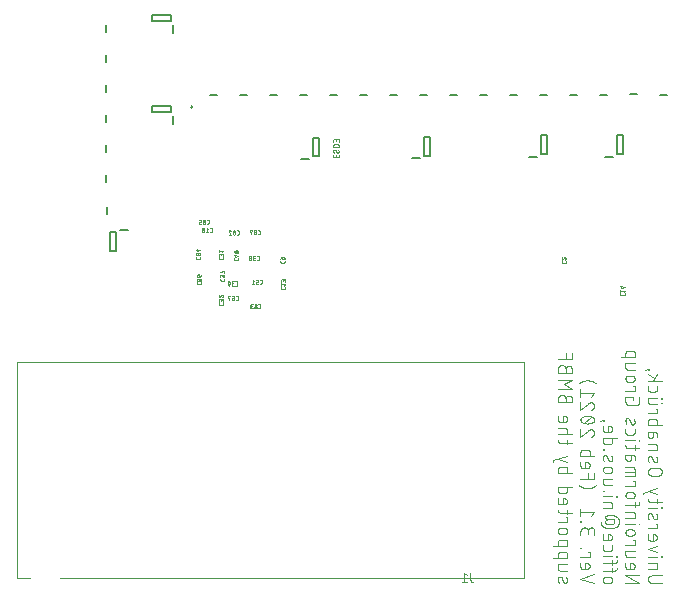
<source format=gbr>
G04 EAGLE Gerber RS-274X export*
G75*
%MOMM*%
%FSLAX34Y34*%
%LPD*%
%INSilkscreen Bottom*%
%IPPOS*%
%AMOC8*
5,1,8,0,0,1.08239X$1,22.5*%
G01*
%ADD10C,0.101600*%
%ADD11C,0.025400*%
%ADD12C,0.200000*%
%ADD13C,0.050800*%
%ADD14C,0.100000*%


D10*
X-43180Y14803D02*
X-51618Y14803D01*
X-51618Y14802D02*
X-51731Y14804D01*
X-51844Y14810D01*
X-51957Y14820D01*
X-52070Y14834D01*
X-52182Y14851D01*
X-52293Y14873D01*
X-52403Y14898D01*
X-52513Y14928D01*
X-52621Y14961D01*
X-52728Y14998D01*
X-52834Y15038D01*
X-52938Y15083D01*
X-53041Y15131D01*
X-53142Y15182D01*
X-53241Y15237D01*
X-53338Y15295D01*
X-53433Y15357D01*
X-53526Y15422D01*
X-53616Y15490D01*
X-53704Y15561D01*
X-53790Y15636D01*
X-53873Y15713D01*
X-53953Y15793D01*
X-54030Y15876D01*
X-54105Y15962D01*
X-54176Y16050D01*
X-54244Y16140D01*
X-54309Y16233D01*
X-54371Y16328D01*
X-54429Y16425D01*
X-54484Y16524D01*
X-54535Y16625D01*
X-54583Y16728D01*
X-54628Y16832D01*
X-54668Y16938D01*
X-54705Y17045D01*
X-54738Y17153D01*
X-54768Y17263D01*
X-54793Y17373D01*
X-54815Y17484D01*
X-54832Y17596D01*
X-54846Y17709D01*
X-54856Y17822D01*
X-54862Y17935D01*
X-54864Y18048D01*
X-54862Y18161D01*
X-54856Y18274D01*
X-54846Y18387D01*
X-54832Y18500D01*
X-54815Y18612D01*
X-54793Y18723D01*
X-54768Y18833D01*
X-54738Y18943D01*
X-54705Y19051D01*
X-54668Y19158D01*
X-54628Y19264D01*
X-54583Y19368D01*
X-54535Y19471D01*
X-54484Y19572D01*
X-54429Y19671D01*
X-54371Y19768D01*
X-54309Y19863D01*
X-54244Y19956D01*
X-54176Y20046D01*
X-54105Y20134D01*
X-54030Y20220D01*
X-53953Y20303D01*
X-53873Y20383D01*
X-53790Y20460D01*
X-53704Y20535D01*
X-53616Y20606D01*
X-53526Y20674D01*
X-53433Y20739D01*
X-53338Y20801D01*
X-53241Y20859D01*
X-53142Y20914D01*
X-53041Y20965D01*
X-52938Y21013D01*
X-52834Y21058D01*
X-52728Y21098D01*
X-52621Y21135D01*
X-52513Y21168D01*
X-52403Y21198D01*
X-52293Y21223D01*
X-52182Y21245D01*
X-52070Y21262D01*
X-51957Y21276D01*
X-51844Y21286D01*
X-51731Y21292D01*
X-51618Y21294D01*
X-43180Y21294D01*
X-47075Y26882D02*
X-54864Y26882D01*
X-47075Y26882D02*
X-47075Y30127D01*
X-47077Y30214D01*
X-47083Y30302D01*
X-47093Y30388D01*
X-47106Y30475D01*
X-47124Y30560D01*
X-47145Y30645D01*
X-47170Y30729D01*
X-47199Y30811D01*
X-47232Y30892D01*
X-47268Y30972D01*
X-47307Y31050D01*
X-47351Y31126D01*
X-47397Y31200D01*
X-47447Y31271D01*
X-47500Y31341D01*
X-47556Y31408D01*
X-47615Y31472D01*
X-47676Y31534D01*
X-47741Y31593D01*
X-47808Y31649D01*
X-47878Y31702D01*
X-47949Y31752D01*
X-48023Y31798D01*
X-48099Y31842D01*
X-48177Y31881D01*
X-48257Y31917D01*
X-48338Y31950D01*
X-48420Y31979D01*
X-48504Y32004D01*
X-48589Y32025D01*
X-48674Y32043D01*
X-48761Y32056D01*
X-48847Y32066D01*
X-48935Y32072D01*
X-49022Y32074D01*
X-49022Y32075D02*
X-54864Y32075D01*
X-54864Y37098D02*
X-47075Y37098D01*
X-43829Y36774D02*
X-43180Y36774D01*
X-43180Y37423D01*
X-43829Y37423D01*
X-43829Y36774D01*
X-47075Y41360D02*
X-54864Y43956D01*
X-47075Y46553D01*
X-54864Y52832D02*
X-54864Y56078D01*
X-54864Y52832D02*
X-54862Y52745D01*
X-54856Y52657D01*
X-54846Y52571D01*
X-54833Y52484D01*
X-54815Y52399D01*
X-54794Y52314D01*
X-54769Y52230D01*
X-54740Y52148D01*
X-54707Y52067D01*
X-54671Y51987D01*
X-54632Y51909D01*
X-54588Y51833D01*
X-54542Y51759D01*
X-54492Y51688D01*
X-54439Y51618D01*
X-54383Y51551D01*
X-54324Y51487D01*
X-54262Y51425D01*
X-54198Y51366D01*
X-54131Y51310D01*
X-54061Y51257D01*
X-53990Y51207D01*
X-53916Y51161D01*
X-53840Y51117D01*
X-53762Y51078D01*
X-53682Y51042D01*
X-53601Y51009D01*
X-53519Y50980D01*
X-53435Y50955D01*
X-53350Y50934D01*
X-53265Y50916D01*
X-53178Y50903D01*
X-53092Y50893D01*
X-53004Y50887D01*
X-52917Y50885D01*
X-49671Y50885D01*
X-49570Y50887D01*
X-49470Y50893D01*
X-49370Y50903D01*
X-49270Y50916D01*
X-49171Y50934D01*
X-49072Y50955D01*
X-48975Y50980D01*
X-48878Y51009D01*
X-48783Y51042D01*
X-48689Y51078D01*
X-48597Y51118D01*
X-48506Y51161D01*
X-48417Y51208D01*
X-48330Y51258D01*
X-48244Y51312D01*
X-48161Y51369D01*
X-48081Y51429D01*
X-48002Y51492D01*
X-47926Y51559D01*
X-47853Y51628D01*
X-47783Y51700D01*
X-47715Y51774D01*
X-47650Y51851D01*
X-47589Y51931D01*
X-47530Y52013D01*
X-47475Y52097D01*
X-47423Y52183D01*
X-47374Y52271D01*
X-47329Y52361D01*
X-47287Y52453D01*
X-47249Y52546D01*
X-47215Y52641D01*
X-47184Y52736D01*
X-47157Y52833D01*
X-47134Y52931D01*
X-47114Y53030D01*
X-47099Y53130D01*
X-47087Y53230D01*
X-47079Y53330D01*
X-47075Y53431D01*
X-47075Y53531D01*
X-47079Y53632D01*
X-47087Y53732D01*
X-47099Y53832D01*
X-47114Y53932D01*
X-47134Y54031D01*
X-47157Y54129D01*
X-47184Y54226D01*
X-47215Y54321D01*
X-47249Y54416D01*
X-47287Y54509D01*
X-47329Y54601D01*
X-47374Y54691D01*
X-47423Y54779D01*
X-47475Y54865D01*
X-47530Y54949D01*
X-47589Y55031D01*
X-47650Y55111D01*
X-47715Y55188D01*
X-47783Y55262D01*
X-47853Y55334D01*
X-47926Y55403D01*
X-48002Y55470D01*
X-48081Y55533D01*
X-48161Y55593D01*
X-48244Y55650D01*
X-48330Y55704D01*
X-48417Y55754D01*
X-48506Y55801D01*
X-48597Y55844D01*
X-48689Y55884D01*
X-48783Y55920D01*
X-48878Y55953D01*
X-48975Y55982D01*
X-49072Y56007D01*
X-49171Y56028D01*
X-49270Y56046D01*
X-49370Y56059D01*
X-49470Y56069D01*
X-49570Y56075D01*
X-49671Y56077D01*
X-49671Y56078D02*
X-50969Y56078D01*
X-50969Y50885D01*
X-54864Y61238D02*
X-47075Y61238D01*
X-47075Y65133D01*
X-48373Y65133D01*
X-50320Y69766D02*
X-51618Y73011D01*
X-50321Y69766D02*
X-50288Y69691D01*
X-50252Y69617D01*
X-50213Y69545D01*
X-50170Y69475D01*
X-50124Y69408D01*
X-50074Y69342D01*
X-50022Y69280D01*
X-49966Y69219D01*
X-49908Y69162D01*
X-49847Y69107D01*
X-49783Y69056D01*
X-49717Y69008D01*
X-49648Y68963D01*
X-49578Y68921D01*
X-49505Y68883D01*
X-49431Y68848D01*
X-49355Y68817D01*
X-49278Y68790D01*
X-49199Y68767D01*
X-49120Y68747D01*
X-49039Y68732D01*
X-48958Y68720D01*
X-48876Y68712D01*
X-48795Y68708D01*
X-48713Y68709D01*
X-48631Y68713D01*
X-48549Y68721D01*
X-48468Y68733D01*
X-48388Y68749D01*
X-48308Y68769D01*
X-48230Y68793D01*
X-48153Y68821D01*
X-48077Y68852D01*
X-48003Y68887D01*
X-47931Y68925D01*
X-47860Y68967D01*
X-47792Y69013D01*
X-47726Y69061D01*
X-47663Y69113D01*
X-47602Y69168D01*
X-47544Y69226D01*
X-47488Y69286D01*
X-47436Y69349D01*
X-47387Y69415D01*
X-47341Y69483D01*
X-47299Y69553D01*
X-47259Y69625D01*
X-47224Y69699D01*
X-47192Y69774D01*
X-47164Y69851D01*
X-47140Y69929D01*
X-47119Y70009D01*
X-47102Y70089D01*
X-47090Y70170D01*
X-47081Y70251D01*
X-47076Y70333D01*
X-47075Y70415D01*
X-47075Y70414D02*
X-47079Y70591D01*
X-47088Y70768D01*
X-47102Y70945D01*
X-47119Y71122D01*
X-47141Y71297D01*
X-47166Y71473D01*
X-47197Y71647D01*
X-47231Y71821D01*
X-47269Y71994D01*
X-47312Y72166D01*
X-47359Y72337D01*
X-47409Y72507D01*
X-47464Y72676D01*
X-47523Y72843D01*
X-47586Y73009D01*
X-47653Y73173D01*
X-47724Y73335D01*
X-51618Y73011D02*
X-51651Y73086D01*
X-51687Y73160D01*
X-51726Y73232D01*
X-51769Y73302D01*
X-51815Y73369D01*
X-51865Y73435D01*
X-51917Y73497D01*
X-51973Y73558D01*
X-52031Y73615D01*
X-52092Y73670D01*
X-52156Y73721D01*
X-52222Y73769D01*
X-52291Y73814D01*
X-52361Y73856D01*
X-52434Y73894D01*
X-52508Y73929D01*
X-52584Y73960D01*
X-52661Y73987D01*
X-52740Y74010D01*
X-52820Y74030D01*
X-52900Y74045D01*
X-52981Y74057D01*
X-53063Y74065D01*
X-53144Y74069D01*
X-53226Y74068D01*
X-53308Y74064D01*
X-53390Y74056D01*
X-53471Y74044D01*
X-53551Y74028D01*
X-53631Y74008D01*
X-53709Y73984D01*
X-53786Y73956D01*
X-53862Y73925D01*
X-53936Y73890D01*
X-54008Y73852D01*
X-54079Y73810D01*
X-54147Y73764D01*
X-54213Y73716D01*
X-54276Y73664D01*
X-54337Y73609D01*
X-54395Y73551D01*
X-54451Y73491D01*
X-54503Y73428D01*
X-54552Y73362D01*
X-54598Y73294D01*
X-54640Y73224D01*
X-54680Y73152D01*
X-54715Y73078D01*
X-54747Y73003D01*
X-54775Y72926D01*
X-54799Y72848D01*
X-54820Y72768D01*
X-54837Y72688D01*
X-54849Y72607D01*
X-54858Y72526D01*
X-54863Y72444D01*
X-54864Y72362D01*
X-54857Y72102D01*
X-54844Y71842D01*
X-54825Y71582D01*
X-54800Y71323D01*
X-54768Y71064D01*
X-54731Y70807D01*
X-54687Y70550D01*
X-54638Y70294D01*
X-54582Y70040D01*
X-54521Y69787D01*
X-54453Y69536D01*
X-54379Y69286D01*
X-54300Y69038D01*
X-54215Y68792D01*
X-54864Y78627D02*
X-47075Y78627D01*
X-43829Y78303D02*
X-43180Y78303D01*
X-43180Y78952D01*
X-43829Y78952D01*
X-43829Y78303D01*
X-47075Y82303D02*
X-47075Y86197D01*
X-43180Y83601D02*
X-52917Y83601D01*
X-53004Y83603D01*
X-53092Y83609D01*
X-53178Y83619D01*
X-53265Y83632D01*
X-53350Y83650D01*
X-53435Y83671D01*
X-53519Y83696D01*
X-53601Y83725D01*
X-53682Y83758D01*
X-53762Y83794D01*
X-53840Y83833D01*
X-53916Y83877D01*
X-53990Y83923D01*
X-54061Y83973D01*
X-54131Y84026D01*
X-54198Y84082D01*
X-54262Y84141D01*
X-54324Y84203D01*
X-54383Y84267D01*
X-54439Y84334D01*
X-54492Y84404D01*
X-54542Y84475D01*
X-54588Y84549D01*
X-54632Y84625D01*
X-54671Y84703D01*
X-54707Y84783D01*
X-54740Y84864D01*
X-54769Y84946D01*
X-54794Y85030D01*
X-54815Y85115D01*
X-54833Y85200D01*
X-54846Y85287D01*
X-54856Y85373D01*
X-54862Y85461D01*
X-54864Y85548D01*
X-54864Y86197D01*
X-58759Y90128D02*
X-58759Y91426D01*
X-47075Y95321D01*
X-47075Y90128D02*
X-54864Y92724D01*
X-51618Y105862D02*
X-46426Y105862D01*
X-46426Y105861D02*
X-46313Y105863D01*
X-46200Y105869D01*
X-46087Y105879D01*
X-45974Y105893D01*
X-45862Y105910D01*
X-45751Y105932D01*
X-45641Y105957D01*
X-45531Y105987D01*
X-45423Y106020D01*
X-45316Y106057D01*
X-45210Y106097D01*
X-45106Y106142D01*
X-45003Y106190D01*
X-44902Y106241D01*
X-44803Y106296D01*
X-44706Y106354D01*
X-44611Y106416D01*
X-44518Y106481D01*
X-44428Y106549D01*
X-44340Y106620D01*
X-44254Y106695D01*
X-44171Y106772D01*
X-44091Y106852D01*
X-44014Y106935D01*
X-43939Y107021D01*
X-43868Y107109D01*
X-43800Y107199D01*
X-43735Y107292D01*
X-43673Y107387D01*
X-43615Y107484D01*
X-43560Y107583D01*
X-43509Y107684D01*
X-43461Y107787D01*
X-43416Y107891D01*
X-43376Y107997D01*
X-43339Y108104D01*
X-43306Y108212D01*
X-43276Y108322D01*
X-43251Y108432D01*
X-43229Y108543D01*
X-43212Y108655D01*
X-43198Y108768D01*
X-43188Y108881D01*
X-43182Y108994D01*
X-43180Y109107D01*
X-43182Y109220D01*
X-43188Y109333D01*
X-43198Y109446D01*
X-43212Y109559D01*
X-43229Y109671D01*
X-43251Y109782D01*
X-43276Y109892D01*
X-43306Y110002D01*
X-43339Y110110D01*
X-43376Y110217D01*
X-43416Y110323D01*
X-43461Y110427D01*
X-43509Y110530D01*
X-43560Y110631D01*
X-43615Y110730D01*
X-43673Y110827D01*
X-43735Y110922D01*
X-43800Y111015D01*
X-43868Y111105D01*
X-43939Y111193D01*
X-44014Y111279D01*
X-44091Y111362D01*
X-44171Y111442D01*
X-44254Y111519D01*
X-44340Y111594D01*
X-44428Y111665D01*
X-44518Y111733D01*
X-44611Y111798D01*
X-44706Y111860D01*
X-44803Y111918D01*
X-44902Y111973D01*
X-45003Y112024D01*
X-45106Y112072D01*
X-45210Y112117D01*
X-45316Y112157D01*
X-45423Y112194D01*
X-45531Y112227D01*
X-45641Y112257D01*
X-45751Y112282D01*
X-45862Y112304D01*
X-45974Y112321D01*
X-46087Y112335D01*
X-46200Y112345D01*
X-46313Y112351D01*
X-46426Y112353D01*
X-51618Y112353D01*
X-51731Y112351D01*
X-51844Y112345D01*
X-51957Y112335D01*
X-52070Y112321D01*
X-52182Y112304D01*
X-52293Y112282D01*
X-52403Y112257D01*
X-52513Y112227D01*
X-52621Y112194D01*
X-52728Y112157D01*
X-52834Y112117D01*
X-52938Y112072D01*
X-53041Y112024D01*
X-53142Y111973D01*
X-53241Y111918D01*
X-53338Y111860D01*
X-53433Y111798D01*
X-53526Y111733D01*
X-53616Y111665D01*
X-53704Y111594D01*
X-53790Y111519D01*
X-53873Y111442D01*
X-53953Y111362D01*
X-54030Y111279D01*
X-54105Y111193D01*
X-54176Y111105D01*
X-54244Y111015D01*
X-54309Y110922D01*
X-54371Y110827D01*
X-54429Y110730D01*
X-54484Y110631D01*
X-54535Y110530D01*
X-54583Y110427D01*
X-54628Y110323D01*
X-54668Y110217D01*
X-54705Y110110D01*
X-54738Y110002D01*
X-54768Y109892D01*
X-54793Y109782D01*
X-54815Y109671D01*
X-54832Y109559D01*
X-54846Y109446D01*
X-54856Y109333D01*
X-54862Y109220D01*
X-54864Y109107D01*
X-54862Y108994D01*
X-54856Y108881D01*
X-54846Y108768D01*
X-54832Y108655D01*
X-54815Y108543D01*
X-54793Y108432D01*
X-54768Y108322D01*
X-54738Y108212D01*
X-54705Y108104D01*
X-54668Y107997D01*
X-54628Y107891D01*
X-54583Y107787D01*
X-54535Y107684D01*
X-54484Y107583D01*
X-54429Y107484D01*
X-54371Y107387D01*
X-54309Y107292D01*
X-54244Y107199D01*
X-54176Y107109D01*
X-54105Y107021D01*
X-54030Y106935D01*
X-53953Y106852D01*
X-53873Y106772D01*
X-53790Y106695D01*
X-53704Y106620D01*
X-53616Y106549D01*
X-53526Y106481D01*
X-53433Y106416D01*
X-53338Y106354D01*
X-53241Y106296D01*
X-53142Y106241D01*
X-53041Y106190D01*
X-52938Y106142D01*
X-52834Y106097D01*
X-52728Y106057D01*
X-52621Y106020D01*
X-52513Y105987D01*
X-52403Y105957D01*
X-52293Y105932D01*
X-52182Y105910D01*
X-52070Y105893D01*
X-51957Y105879D01*
X-51844Y105869D01*
X-51731Y105863D01*
X-51618Y105861D01*
X-50320Y118152D02*
X-51618Y121398D01*
X-50321Y118153D02*
X-50288Y118078D01*
X-50252Y118004D01*
X-50213Y117932D01*
X-50170Y117862D01*
X-50124Y117795D01*
X-50074Y117729D01*
X-50022Y117667D01*
X-49966Y117606D01*
X-49908Y117549D01*
X-49847Y117494D01*
X-49783Y117443D01*
X-49717Y117395D01*
X-49648Y117350D01*
X-49578Y117308D01*
X-49505Y117270D01*
X-49431Y117235D01*
X-49355Y117204D01*
X-49278Y117177D01*
X-49199Y117154D01*
X-49120Y117134D01*
X-49039Y117119D01*
X-48958Y117107D01*
X-48876Y117099D01*
X-48795Y117095D01*
X-48713Y117096D01*
X-48631Y117100D01*
X-48549Y117108D01*
X-48468Y117120D01*
X-48388Y117136D01*
X-48308Y117156D01*
X-48230Y117180D01*
X-48153Y117208D01*
X-48077Y117239D01*
X-48003Y117274D01*
X-47931Y117312D01*
X-47860Y117354D01*
X-47792Y117400D01*
X-47726Y117448D01*
X-47663Y117500D01*
X-47602Y117555D01*
X-47544Y117613D01*
X-47488Y117673D01*
X-47436Y117736D01*
X-47387Y117802D01*
X-47341Y117870D01*
X-47299Y117940D01*
X-47259Y118012D01*
X-47224Y118086D01*
X-47192Y118161D01*
X-47164Y118238D01*
X-47140Y118316D01*
X-47119Y118396D01*
X-47102Y118476D01*
X-47090Y118557D01*
X-47081Y118638D01*
X-47076Y118720D01*
X-47075Y118802D01*
X-47075Y118801D02*
X-47079Y118978D01*
X-47088Y119155D01*
X-47102Y119332D01*
X-47119Y119509D01*
X-47141Y119684D01*
X-47166Y119860D01*
X-47197Y120034D01*
X-47231Y120208D01*
X-47269Y120381D01*
X-47312Y120553D01*
X-47359Y120724D01*
X-47409Y120894D01*
X-47464Y121063D01*
X-47523Y121230D01*
X-47586Y121396D01*
X-47653Y121560D01*
X-47724Y121722D01*
X-51618Y121398D02*
X-51651Y121473D01*
X-51687Y121547D01*
X-51726Y121619D01*
X-51769Y121689D01*
X-51815Y121756D01*
X-51865Y121822D01*
X-51917Y121884D01*
X-51973Y121945D01*
X-52031Y122002D01*
X-52092Y122057D01*
X-52156Y122108D01*
X-52222Y122156D01*
X-52291Y122201D01*
X-52361Y122243D01*
X-52434Y122281D01*
X-52508Y122316D01*
X-52584Y122347D01*
X-52661Y122374D01*
X-52740Y122397D01*
X-52820Y122417D01*
X-52900Y122432D01*
X-52981Y122444D01*
X-53063Y122452D01*
X-53144Y122456D01*
X-53226Y122455D01*
X-53308Y122451D01*
X-53390Y122443D01*
X-53471Y122431D01*
X-53551Y122415D01*
X-53631Y122395D01*
X-53709Y122371D01*
X-53786Y122343D01*
X-53862Y122312D01*
X-53936Y122277D01*
X-54008Y122239D01*
X-54079Y122197D01*
X-54147Y122151D01*
X-54213Y122103D01*
X-54276Y122051D01*
X-54337Y121996D01*
X-54395Y121938D01*
X-54451Y121878D01*
X-54503Y121815D01*
X-54552Y121749D01*
X-54598Y121681D01*
X-54640Y121611D01*
X-54680Y121539D01*
X-54715Y121465D01*
X-54747Y121390D01*
X-54775Y121313D01*
X-54799Y121235D01*
X-54820Y121155D01*
X-54837Y121075D01*
X-54849Y120994D01*
X-54858Y120913D01*
X-54863Y120831D01*
X-54864Y120749D01*
X-54857Y120489D01*
X-54844Y120229D01*
X-54825Y119969D01*
X-54800Y119710D01*
X-54768Y119451D01*
X-54731Y119194D01*
X-54687Y118937D01*
X-54638Y118681D01*
X-54582Y118427D01*
X-54521Y118174D01*
X-54453Y117923D01*
X-54379Y117673D01*
X-54300Y117425D01*
X-54215Y117179D01*
X-54864Y127466D02*
X-47075Y127466D01*
X-47075Y130711D01*
X-47077Y130798D01*
X-47083Y130886D01*
X-47093Y130972D01*
X-47106Y131059D01*
X-47124Y131144D01*
X-47145Y131229D01*
X-47170Y131313D01*
X-47199Y131395D01*
X-47232Y131476D01*
X-47268Y131556D01*
X-47307Y131634D01*
X-47351Y131710D01*
X-47397Y131784D01*
X-47447Y131855D01*
X-47500Y131925D01*
X-47556Y131992D01*
X-47615Y132056D01*
X-47676Y132118D01*
X-47741Y132177D01*
X-47808Y132233D01*
X-47878Y132286D01*
X-47949Y132336D01*
X-48023Y132382D01*
X-48099Y132426D01*
X-48177Y132465D01*
X-48257Y132501D01*
X-48338Y132534D01*
X-48420Y132563D01*
X-48504Y132588D01*
X-48589Y132609D01*
X-48674Y132627D01*
X-48761Y132640D01*
X-48847Y132650D01*
X-48935Y132656D01*
X-49022Y132658D01*
X-49022Y132659D02*
X-54864Y132659D01*
X-50320Y139966D02*
X-50320Y142887D01*
X-50320Y139966D02*
X-50322Y139872D01*
X-50328Y139778D01*
X-50337Y139685D01*
X-50351Y139592D01*
X-50368Y139500D01*
X-50390Y139408D01*
X-50414Y139318D01*
X-50443Y139228D01*
X-50475Y139140D01*
X-50511Y139053D01*
X-50551Y138968D01*
X-50594Y138885D01*
X-50640Y138803D01*
X-50690Y138723D01*
X-50743Y138646D01*
X-50799Y138571D01*
X-50858Y138498D01*
X-50920Y138427D01*
X-50985Y138359D01*
X-51053Y138294D01*
X-51124Y138232D01*
X-51197Y138173D01*
X-51272Y138117D01*
X-51349Y138064D01*
X-51429Y138014D01*
X-51511Y137968D01*
X-51594Y137925D01*
X-51679Y137885D01*
X-51766Y137849D01*
X-51854Y137817D01*
X-51944Y137788D01*
X-52034Y137764D01*
X-52126Y137742D01*
X-52218Y137725D01*
X-52311Y137711D01*
X-52404Y137702D01*
X-52498Y137696D01*
X-52592Y137694D01*
X-52686Y137696D01*
X-52780Y137702D01*
X-52873Y137711D01*
X-52966Y137725D01*
X-53058Y137742D01*
X-53150Y137764D01*
X-53240Y137788D01*
X-53330Y137817D01*
X-53418Y137849D01*
X-53505Y137885D01*
X-53590Y137925D01*
X-53673Y137968D01*
X-53755Y138014D01*
X-53835Y138064D01*
X-53912Y138117D01*
X-53987Y138173D01*
X-54060Y138232D01*
X-54131Y138294D01*
X-54199Y138359D01*
X-54264Y138427D01*
X-54326Y138498D01*
X-54385Y138571D01*
X-54441Y138646D01*
X-54494Y138723D01*
X-54544Y138803D01*
X-54590Y138885D01*
X-54633Y138968D01*
X-54673Y139053D01*
X-54709Y139140D01*
X-54741Y139228D01*
X-54770Y139318D01*
X-54794Y139408D01*
X-54816Y139500D01*
X-54833Y139592D01*
X-54847Y139685D01*
X-54856Y139778D01*
X-54862Y139872D01*
X-54864Y139966D01*
X-54864Y142887D01*
X-49022Y142887D01*
X-49022Y142886D02*
X-48935Y142884D01*
X-48847Y142878D01*
X-48761Y142868D01*
X-48674Y142855D01*
X-48589Y142837D01*
X-48504Y142816D01*
X-48420Y142791D01*
X-48338Y142762D01*
X-48257Y142729D01*
X-48177Y142693D01*
X-48099Y142654D01*
X-48023Y142610D01*
X-47949Y142564D01*
X-47878Y142514D01*
X-47808Y142461D01*
X-47741Y142405D01*
X-47677Y142346D01*
X-47615Y142284D01*
X-47556Y142220D01*
X-47500Y142153D01*
X-47447Y142083D01*
X-47397Y142012D01*
X-47351Y141938D01*
X-47307Y141862D01*
X-47268Y141784D01*
X-47232Y141704D01*
X-47199Y141623D01*
X-47170Y141541D01*
X-47145Y141457D01*
X-47124Y141372D01*
X-47106Y141287D01*
X-47093Y141200D01*
X-47083Y141114D01*
X-47077Y141026D01*
X-47075Y140939D01*
X-47075Y138343D01*
X-43180Y148480D02*
X-54864Y148480D01*
X-54864Y151725D01*
X-54862Y151812D01*
X-54856Y151900D01*
X-54846Y151986D01*
X-54833Y152073D01*
X-54815Y152158D01*
X-54794Y152243D01*
X-54769Y152327D01*
X-54740Y152409D01*
X-54707Y152490D01*
X-54671Y152570D01*
X-54632Y152648D01*
X-54588Y152724D01*
X-54542Y152798D01*
X-54492Y152869D01*
X-54439Y152939D01*
X-54383Y153006D01*
X-54324Y153070D01*
X-54262Y153132D01*
X-54198Y153191D01*
X-54131Y153247D01*
X-54061Y153300D01*
X-53990Y153350D01*
X-53916Y153396D01*
X-53840Y153440D01*
X-53762Y153479D01*
X-53682Y153515D01*
X-53601Y153548D01*
X-53519Y153577D01*
X-53435Y153602D01*
X-53350Y153623D01*
X-53265Y153641D01*
X-53178Y153654D01*
X-53092Y153664D01*
X-53004Y153670D01*
X-52917Y153672D01*
X-52917Y153673D02*
X-49022Y153673D01*
X-49022Y153672D02*
X-48935Y153670D01*
X-48847Y153664D01*
X-48761Y153654D01*
X-48674Y153641D01*
X-48589Y153623D01*
X-48504Y153602D01*
X-48420Y153577D01*
X-48338Y153548D01*
X-48257Y153515D01*
X-48177Y153479D01*
X-48099Y153440D01*
X-48023Y153396D01*
X-47949Y153350D01*
X-47878Y153300D01*
X-47808Y153247D01*
X-47741Y153191D01*
X-47677Y153132D01*
X-47615Y153070D01*
X-47556Y153006D01*
X-47500Y152939D01*
X-47447Y152869D01*
X-47397Y152798D01*
X-47351Y152724D01*
X-47307Y152648D01*
X-47268Y152570D01*
X-47232Y152490D01*
X-47199Y152409D01*
X-47170Y152327D01*
X-47145Y152243D01*
X-47124Y152158D01*
X-47106Y152073D01*
X-47093Y151986D01*
X-47083Y151900D01*
X-47077Y151812D01*
X-47075Y151725D01*
X-47075Y148480D01*
X-47075Y158774D02*
X-54864Y158774D01*
X-47075Y158774D02*
X-47075Y162669D01*
X-48373Y162669D01*
X-47075Y166709D02*
X-52917Y166709D01*
X-53004Y166711D01*
X-53092Y166717D01*
X-53178Y166727D01*
X-53265Y166740D01*
X-53350Y166758D01*
X-53435Y166779D01*
X-53519Y166804D01*
X-53601Y166833D01*
X-53682Y166866D01*
X-53762Y166902D01*
X-53840Y166941D01*
X-53916Y166985D01*
X-53990Y167031D01*
X-54061Y167081D01*
X-54131Y167134D01*
X-54198Y167190D01*
X-54262Y167249D01*
X-54324Y167311D01*
X-54383Y167375D01*
X-54439Y167442D01*
X-54492Y167512D01*
X-54542Y167583D01*
X-54588Y167657D01*
X-54632Y167733D01*
X-54671Y167811D01*
X-54707Y167891D01*
X-54740Y167972D01*
X-54769Y168054D01*
X-54794Y168138D01*
X-54815Y168223D01*
X-54833Y168308D01*
X-54846Y168395D01*
X-54856Y168481D01*
X-54862Y168569D01*
X-54864Y168656D01*
X-54864Y171902D01*
X-47075Y171902D01*
X-43829Y167033D02*
X-43180Y167033D01*
X-43180Y167682D01*
X-43829Y167682D01*
X-43829Y167033D01*
X-43829Y170928D02*
X-43180Y170928D01*
X-43180Y171577D01*
X-43829Y171577D01*
X-43829Y170928D01*
X-54864Y178956D02*
X-54864Y181553D01*
X-54864Y178956D02*
X-54862Y178869D01*
X-54856Y178781D01*
X-54846Y178695D01*
X-54833Y178608D01*
X-54815Y178523D01*
X-54794Y178438D01*
X-54769Y178354D01*
X-54740Y178272D01*
X-54707Y178191D01*
X-54671Y178111D01*
X-54632Y178033D01*
X-54588Y177957D01*
X-54542Y177883D01*
X-54492Y177812D01*
X-54439Y177742D01*
X-54383Y177675D01*
X-54324Y177611D01*
X-54262Y177549D01*
X-54198Y177490D01*
X-54131Y177434D01*
X-54061Y177381D01*
X-53990Y177331D01*
X-53916Y177285D01*
X-53840Y177241D01*
X-53762Y177202D01*
X-53682Y177166D01*
X-53601Y177133D01*
X-53519Y177104D01*
X-53435Y177079D01*
X-53350Y177058D01*
X-53265Y177040D01*
X-53178Y177027D01*
X-53092Y177017D01*
X-53004Y177011D01*
X-52917Y177009D01*
X-49022Y177009D01*
X-48935Y177011D01*
X-48847Y177017D01*
X-48761Y177027D01*
X-48674Y177040D01*
X-48589Y177058D01*
X-48504Y177079D01*
X-48420Y177104D01*
X-48338Y177133D01*
X-48257Y177166D01*
X-48177Y177202D01*
X-48099Y177241D01*
X-48023Y177285D01*
X-47949Y177331D01*
X-47878Y177381D01*
X-47808Y177434D01*
X-47741Y177490D01*
X-47677Y177549D01*
X-47615Y177611D01*
X-47556Y177675D01*
X-47500Y177742D01*
X-47447Y177812D01*
X-47397Y177883D01*
X-47351Y177957D01*
X-47307Y178033D01*
X-47268Y178111D01*
X-47232Y178191D01*
X-47199Y178272D01*
X-47170Y178354D01*
X-47145Y178438D01*
X-47124Y178523D01*
X-47106Y178608D01*
X-47093Y178695D01*
X-47083Y178781D01*
X-47077Y178869D01*
X-47075Y178956D01*
X-47075Y181553D01*
X-43180Y186275D02*
X-54864Y186275D01*
X-50969Y186275D02*
X-47075Y191468D01*
X-49347Y188547D02*
X-54864Y191468D01*
X-54864Y195226D02*
X-54864Y195876D01*
X-54864Y195226D02*
X-54215Y195226D01*
X-54215Y195876D01*
X-54864Y195876D01*
X-57460Y194902D01*
X-62230Y14803D02*
X-73914Y14803D01*
X-73914Y21294D02*
X-62230Y14803D01*
X-62230Y21294D02*
X-73914Y21294D01*
X-73914Y28448D02*
X-73914Y31694D01*
X-73914Y28448D02*
X-73912Y28361D01*
X-73906Y28273D01*
X-73896Y28187D01*
X-73883Y28100D01*
X-73865Y28015D01*
X-73844Y27930D01*
X-73819Y27846D01*
X-73790Y27764D01*
X-73757Y27683D01*
X-73721Y27603D01*
X-73682Y27525D01*
X-73638Y27449D01*
X-73592Y27375D01*
X-73542Y27304D01*
X-73489Y27234D01*
X-73433Y27167D01*
X-73374Y27103D01*
X-73312Y27041D01*
X-73248Y26982D01*
X-73181Y26926D01*
X-73111Y26873D01*
X-73040Y26823D01*
X-72966Y26777D01*
X-72890Y26733D01*
X-72812Y26694D01*
X-72732Y26658D01*
X-72651Y26625D01*
X-72569Y26596D01*
X-72485Y26571D01*
X-72400Y26550D01*
X-72315Y26532D01*
X-72228Y26519D01*
X-72142Y26509D01*
X-72054Y26503D01*
X-71967Y26501D01*
X-68721Y26501D01*
X-68620Y26503D01*
X-68520Y26509D01*
X-68420Y26519D01*
X-68320Y26532D01*
X-68221Y26550D01*
X-68122Y26571D01*
X-68025Y26596D01*
X-67928Y26625D01*
X-67833Y26658D01*
X-67739Y26694D01*
X-67647Y26734D01*
X-67556Y26777D01*
X-67467Y26824D01*
X-67380Y26874D01*
X-67294Y26928D01*
X-67211Y26985D01*
X-67131Y27045D01*
X-67052Y27108D01*
X-66976Y27175D01*
X-66903Y27244D01*
X-66833Y27316D01*
X-66765Y27390D01*
X-66700Y27467D01*
X-66639Y27547D01*
X-66580Y27629D01*
X-66525Y27713D01*
X-66473Y27799D01*
X-66424Y27887D01*
X-66379Y27977D01*
X-66337Y28069D01*
X-66299Y28162D01*
X-66265Y28257D01*
X-66234Y28352D01*
X-66207Y28449D01*
X-66184Y28547D01*
X-66164Y28646D01*
X-66149Y28746D01*
X-66137Y28846D01*
X-66129Y28946D01*
X-66125Y29047D01*
X-66125Y29147D01*
X-66129Y29248D01*
X-66137Y29348D01*
X-66149Y29448D01*
X-66164Y29548D01*
X-66184Y29647D01*
X-66207Y29745D01*
X-66234Y29842D01*
X-66265Y29937D01*
X-66299Y30032D01*
X-66337Y30125D01*
X-66379Y30217D01*
X-66424Y30307D01*
X-66473Y30395D01*
X-66525Y30481D01*
X-66580Y30565D01*
X-66639Y30647D01*
X-66700Y30727D01*
X-66765Y30804D01*
X-66833Y30878D01*
X-66903Y30950D01*
X-66976Y31019D01*
X-67052Y31086D01*
X-67131Y31149D01*
X-67211Y31209D01*
X-67294Y31266D01*
X-67380Y31320D01*
X-67467Y31370D01*
X-67556Y31417D01*
X-67647Y31460D01*
X-67739Y31500D01*
X-67833Y31536D01*
X-67928Y31569D01*
X-68025Y31598D01*
X-68122Y31623D01*
X-68221Y31644D01*
X-68320Y31662D01*
X-68420Y31675D01*
X-68520Y31685D01*
X-68620Y31691D01*
X-68721Y31693D01*
X-68721Y31694D02*
X-70019Y31694D01*
X-70019Y26501D01*
X-71967Y36788D02*
X-66125Y36788D01*
X-71967Y36788D02*
X-72054Y36790D01*
X-72142Y36796D01*
X-72228Y36806D01*
X-72315Y36819D01*
X-72400Y36837D01*
X-72485Y36858D01*
X-72569Y36883D01*
X-72651Y36912D01*
X-72732Y36945D01*
X-72812Y36981D01*
X-72890Y37020D01*
X-72966Y37064D01*
X-73040Y37110D01*
X-73111Y37160D01*
X-73181Y37213D01*
X-73248Y37269D01*
X-73312Y37328D01*
X-73374Y37390D01*
X-73433Y37454D01*
X-73489Y37521D01*
X-73542Y37591D01*
X-73592Y37662D01*
X-73638Y37736D01*
X-73682Y37812D01*
X-73721Y37890D01*
X-73757Y37970D01*
X-73790Y38051D01*
X-73819Y38133D01*
X-73844Y38217D01*
X-73865Y38302D01*
X-73883Y38387D01*
X-73896Y38474D01*
X-73906Y38560D01*
X-73912Y38648D01*
X-73914Y38735D01*
X-73914Y41981D01*
X-66125Y41981D01*
X-66125Y47522D02*
X-73914Y47522D01*
X-66125Y47522D02*
X-66125Y51417D01*
X-67423Y51417D01*
X-68721Y55076D02*
X-71318Y55076D01*
X-68721Y55076D02*
X-68620Y55078D01*
X-68520Y55084D01*
X-68420Y55094D01*
X-68320Y55107D01*
X-68221Y55125D01*
X-68122Y55146D01*
X-68025Y55171D01*
X-67928Y55200D01*
X-67833Y55233D01*
X-67739Y55269D01*
X-67647Y55309D01*
X-67556Y55352D01*
X-67467Y55399D01*
X-67380Y55449D01*
X-67294Y55503D01*
X-67211Y55560D01*
X-67131Y55620D01*
X-67052Y55683D01*
X-66976Y55750D01*
X-66903Y55819D01*
X-66833Y55891D01*
X-66765Y55965D01*
X-66700Y56042D01*
X-66639Y56122D01*
X-66580Y56204D01*
X-66525Y56288D01*
X-66473Y56374D01*
X-66424Y56462D01*
X-66379Y56552D01*
X-66337Y56644D01*
X-66299Y56737D01*
X-66265Y56832D01*
X-66234Y56927D01*
X-66207Y57024D01*
X-66184Y57122D01*
X-66164Y57221D01*
X-66149Y57321D01*
X-66137Y57421D01*
X-66129Y57521D01*
X-66125Y57622D01*
X-66125Y57722D01*
X-66129Y57823D01*
X-66137Y57923D01*
X-66149Y58023D01*
X-66164Y58123D01*
X-66184Y58222D01*
X-66207Y58320D01*
X-66234Y58417D01*
X-66265Y58512D01*
X-66299Y58607D01*
X-66337Y58700D01*
X-66379Y58792D01*
X-66424Y58882D01*
X-66473Y58970D01*
X-66525Y59056D01*
X-66580Y59140D01*
X-66639Y59222D01*
X-66700Y59302D01*
X-66765Y59379D01*
X-66833Y59453D01*
X-66903Y59525D01*
X-66976Y59594D01*
X-67052Y59661D01*
X-67131Y59724D01*
X-67211Y59784D01*
X-67294Y59841D01*
X-67380Y59895D01*
X-67467Y59945D01*
X-67556Y59992D01*
X-67647Y60035D01*
X-67739Y60075D01*
X-67833Y60111D01*
X-67928Y60144D01*
X-68025Y60173D01*
X-68122Y60198D01*
X-68221Y60219D01*
X-68320Y60237D01*
X-68420Y60250D01*
X-68520Y60260D01*
X-68620Y60266D01*
X-68721Y60268D01*
X-68721Y60269D02*
X-71318Y60269D01*
X-71318Y60268D02*
X-71419Y60266D01*
X-71519Y60260D01*
X-71619Y60250D01*
X-71719Y60237D01*
X-71818Y60219D01*
X-71917Y60198D01*
X-72014Y60173D01*
X-72111Y60144D01*
X-72206Y60111D01*
X-72300Y60075D01*
X-72392Y60035D01*
X-72483Y59992D01*
X-72572Y59945D01*
X-72659Y59895D01*
X-72745Y59841D01*
X-72828Y59784D01*
X-72908Y59724D01*
X-72987Y59661D01*
X-73063Y59594D01*
X-73136Y59525D01*
X-73206Y59453D01*
X-73274Y59379D01*
X-73339Y59302D01*
X-73400Y59222D01*
X-73459Y59140D01*
X-73514Y59056D01*
X-73566Y58970D01*
X-73615Y58882D01*
X-73660Y58792D01*
X-73702Y58700D01*
X-73740Y58607D01*
X-73774Y58512D01*
X-73805Y58417D01*
X-73832Y58320D01*
X-73855Y58222D01*
X-73875Y58123D01*
X-73890Y58023D01*
X-73902Y57923D01*
X-73910Y57823D01*
X-73914Y57722D01*
X-73914Y57622D01*
X-73910Y57521D01*
X-73902Y57421D01*
X-73890Y57321D01*
X-73875Y57221D01*
X-73855Y57122D01*
X-73832Y57024D01*
X-73805Y56927D01*
X-73774Y56832D01*
X-73740Y56737D01*
X-73702Y56644D01*
X-73660Y56552D01*
X-73615Y56462D01*
X-73566Y56374D01*
X-73514Y56288D01*
X-73459Y56204D01*
X-73400Y56122D01*
X-73339Y56042D01*
X-73274Y55965D01*
X-73206Y55891D01*
X-73136Y55819D01*
X-73063Y55750D01*
X-72987Y55683D01*
X-72908Y55620D01*
X-72828Y55560D01*
X-72745Y55503D01*
X-72659Y55449D01*
X-72572Y55399D01*
X-72483Y55352D01*
X-72392Y55309D01*
X-72300Y55269D01*
X-72206Y55233D01*
X-72111Y55200D01*
X-72014Y55171D01*
X-71917Y55146D01*
X-71818Y55125D01*
X-71719Y55107D01*
X-71619Y55094D01*
X-71519Y55084D01*
X-71419Y55078D01*
X-71318Y55076D01*
X-73914Y64911D02*
X-66125Y64911D01*
X-62879Y64587D02*
X-62230Y64587D01*
X-62230Y65236D01*
X-62879Y65236D01*
X-62879Y64587D01*
X-66125Y69935D02*
X-73914Y69935D01*
X-66125Y69935D02*
X-66125Y73180D01*
X-66127Y73267D01*
X-66133Y73355D01*
X-66143Y73441D01*
X-66156Y73528D01*
X-66174Y73613D01*
X-66195Y73698D01*
X-66220Y73782D01*
X-66249Y73864D01*
X-66282Y73945D01*
X-66318Y74025D01*
X-66357Y74103D01*
X-66401Y74179D01*
X-66447Y74253D01*
X-66497Y74324D01*
X-66550Y74394D01*
X-66606Y74461D01*
X-66665Y74525D01*
X-66726Y74587D01*
X-66791Y74646D01*
X-66858Y74702D01*
X-66928Y74755D01*
X-66999Y74805D01*
X-67073Y74851D01*
X-67149Y74895D01*
X-67227Y74934D01*
X-67307Y74970D01*
X-67388Y75003D01*
X-67470Y75032D01*
X-67554Y75057D01*
X-67639Y75078D01*
X-67724Y75096D01*
X-67811Y75109D01*
X-67897Y75119D01*
X-67985Y75125D01*
X-68072Y75127D01*
X-68072Y75128D02*
X-73914Y75128D01*
X-73914Y80848D02*
X-64177Y80848D01*
X-64177Y80849D02*
X-64090Y80851D01*
X-64002Y80857D01*
X-63916Y80867D01*
X-63829Y80880D01*
X-63744Y80898D01*
X-63659Y80919D01*
X-63575Y80944D01*
X-63493Y80973D01*
X-63412Y81006D01*
X-63332Y81042D01*
X-63254Y81081D01*
X-63178Y81125D01*
X-63104Y81171D01*
X-63033Y81221D01*
X-62963Y81274D01*
X-62896Y81330D01*
X-62832Y81389D01*
X-62770Y81450D01*
X-62711Y81515D01*
X-62655Y81582D01*
X-62602Y81652D01*
X-62552Y81723D01*
X-62506Y81797D01*
X-62463Y81873D01*
X-62423Y81951D01*
X-62387Y82031D01*
X-62354Y82112D01*
X-62325Y82194D01*
X-62300Y82278D01*
X-62279Y82363D01*
X-62261Y82448D01*
X-62248Y82535D01*
X-62238Y82621D01*
X-62232Y82709D01*
X-62230Y82796D01*
X-62230Y83445D01*
X-66125Y83445D02*
X-66125Y79550D01*
X-68721Y86699D02*
X-71318Y86699D01*
X-68721Y86699D02*
X-68620Y86701D01*
X-68520Y86707D01*
X-68420Y86717D01*
X-68320Y86730D01*
X-68221Y86748D01*
X-68122Y86769D01*
X-68025Y86794D01*
X-67928Y86823D01*
X-67833Y86856D01*
X-67739Y86892D01*
X-67647Y86932D01*
X-67556Y86975D01*
X-67467Y87022D01*
X-67380Y87072D01*
X-67294Y87126D01*
X-67211Y87183D01*
X-67131Y87243D01*
X-67052Y87306D01*
X-66976Y87373D01*
X-66903Y87442D01*
X-66833Y87514D01*
X-66765Y87588D01*
X-66700Y87665D01*
X-66639Y87745D01*
X-66580Y87827D01*
X-66525Y87911D01*
X-66473Y87997D01*
X-66424Y88085D01*
X-66379Y88175D01*
X-66337Y88267D01*
X-66299Y88360D01*
X-66265Y88455D01*
X-66234Y88550D01*
X-66207Y88647D01*
X-66184Y88745D01*
X-66164Y88844D01*
X-66149Y88944D01*
X-66137Y89044D01*
X-66129Y89144D01*
X-66125Y89245D01*
X-66125Y89345D01*
X-66129Y89446D01*
X-66137Y89546D01*
X-66149Y89646D01*
X-66164Y89746D01*
X-66184Y89845D01*
X-66207Y89943D01*
X-66234Y90040D01*
X-66265Y90135D01*
X-66299Y90230D01*
X-66337Y90323D01*
X-66379Y90415D01*
X-66424Y90505D01*
X-66473Y90593D01*
X-66525Y90679D01*
X-66580Y90763D01*
X-66639Y90845D01*
X-66700Y90925D01*
X-66765Y91002D01*
X-66833Y91076D01*
X-66903Y91148D01*
X-66976Y91217D01*
X-67052Y91284D01*
X-67131Y91347D01*
X-67211Y91407D01*
X-67294Y91464D01*
X-67380Y91518D01*
X-67467Y91568D01*
X-67556Y91615D01*
X-67647Y91658D01*
X-67739Y91698D01*
X-67833Y91734D01*
X-67928Y91767D01*
X-68025Y91796D01*
X-68122Y91821D01*
X-68221Y91842D01*
X-68320Y91860D01*
X-68420Y91873D01*
X-68520Y91883D01*
X-68620Y91889D01*
X-68721Y91891D01*
X-68721Y91892D02*
X-71318Y91892D01*
X-71318Y91891D02*
X-71419Y91889D01*
X-71519Y91883D01*
X-71619Y91873D01*
X-71719Y91860D01*
X-71818Y91842D01*
X-71917Y91821D01*
X-72014Y91796D01*
X-72111Y91767D01*
X-72206Y91734D01*
X-72300Y91698D01*
X-72392Y91658D01*
X-72483Y91615D01*
X-72572Y91568D01*
X-72659Y91518D01*
X-72745Y91464D01*
X-72828Y91407D01*
X-72908Y91347D01*
X-72987Y91284D01*
X-73063Y91217D01*
X-73136Y91148D01*
X-73206Y91076D01*
X-73274Y91002D01*
X-73339Y90925D01*
X-73400Y90845D01*
X-73459Y90763D01*
X-73514Y90679D01*
X-73566Y90593D01*
X-73615Y90505D01*
X-73660Y90415D01*
X-73702Y90323D01*
X-73740Y90230D01*
X-73774Y90135D01*
X-73805Y90040D01*
X-73832Y89943D01*
X-73855Y89845D01*
X-73875Y89746D01*
X-73890Y89646D01*
X-73902Y89546D01*
X-73910Y89446D01*
X-73914Y89345D01*
X-73914Y89245D01*
X-73910Y89144D01*
X-73902Y89044D01*
X-73890Y88944D01*
X-73875Y88844D01*
X-73855Y88745D01*
X-73832Y88647D01*
X-73805Y88550D01*
X-73774Y88455D01*
X-73740Y88360D01*
X-73702Y88267D01*
X-73660Y88175D01*
X-73615Y88085D01*
X-73566Y87997D01*
X-73514Y87911D01*
X-73459Y87827D01*
X-73400Y87745D01*
X-73339Y87665D01*
X-73274Y87588D01*
X-73206Y87514D01*
X-73136Y87442D01*
X-73063Y87373D01*
X-72987Y87306D01*
X-72908Y87243D01*
X-72828Y87183D01*
X-72745Y87126D01*
X-72659Y87072D01*
X-72572Y87022D01*
X-72483Y86975D01*
X-72392Y86932D01*
X-72300Y86892D01*
X-72206Y86856D01*
X-72111Y86823D01*
X-72014Y86794D01*
X-71917Y86769D01*
X-71818Y86748D01*
X-71719Y86730D01*
X-71619Y86717D01*
X-71519Y86707D01*
X-71419Y86701D01*
X-71318Y86699D01*
X-73914Y97052D02*
X-66125Y97052D01*
X-66125Y100947D01*
X-67423Y100947D01*
X-66125Y105213D02*
X-73914Y105213D01*
X-66125Y105213D02*
X-66125Y111055D01*
X-66127Y111142D01*
X-66133Y111230D01*
X-66143Y111316D01*
X-66156Y111403D01*
X-66174Y111488D01*
X-66195Y111573D01*
X-66220Y111657D01*
X-66249Y111739D01*
X-66282Y111820D01*
X-66318Y111900D01*
X-66357Y111978D01*
X-66401Y112054D01*
X-66447Y112128D01*
X-66497Y112199D01*
X-66550Y112269D01*
X-66606Y112336D01*
X-66665Y112400D01*
X-66727Y112462D01*
X-66791Y112521D01*
X-66858Y112577D01*
X-66928Y112630D01*
X-66999Y112680D01*
X-67073Y112726D01*
X-67149Y112770D01*
X-67227Y112809D01*
X-67307Y112845D01*
X-67388Y112878D01*
X-67470Y112907D01*
X-67554Y112932D01*
X-67639Y112953D01*
X-67724Y112971D01*
X-67811Y112984D01*
X-67897Y112994D01*
X-67985Y113000D01*
X-68072Y113002D01*
X-73914Y113002D01*
X-73914Y109107D02*
X-66125Y109107D01*
X-69370Y120535D02*
X-69370Y123456D01*
X-69370Y120535D02*
X-69372Y120441D01*
X-69378Y120347D01*
X-69387Y120254D01*
X-69401Y120161D01*
X-69418Y120069D01*
X-69440Y119977D01*
X-69464Y119887D01*
X-69493Y119797D01*
X-69525Y119709D01*
X-69561Y119622D01*
X-69601Y119537D01*
X-69644Y119454D01*
X-69690Y119372D01*
X-69740Y119292D01*
X-69793Y119215D01*
X-69849Y119140D01*
X-69908Y119067D01*
X-69970Y118996D01*
X-70035Y118928D01*
X-70103Y118863D01*
X-70174Y118801D01*
X-70247Y118742D01*
X-70322Y118686D01*
X-70399Y118633D01*
X-70479Y118583D01*
X-70561Y118537D01*
X-70644Y118494D01*
X-70729Y118454D01*
X-70816Y118418D01*
X-70904Y118386D01*
X-70994Y118357D01*
X-71084Y118333D01*
X-71176Y118311D01*
X-71268Y118294D01*
X-71361Y118280D01*
X-71454Y118271D01*
X-71548Y118265D01*
X-71642Y118263D01*
X-71736Y118265D01*
X-71830Y118271D01*
X-71923Y118280D01*
X-72016Y118294D01*
X-72108Y118311D01*
X-72200Y118333D01*
X-72290Y118357D01*
X-72380Y118386D01*
X-72468Y118418D01*
X-72555Y118454D01*
X-72640Y118494D01*
X-72723Y118537D01*
X-72805Y118583D01*
X-72885Y118633D01*
X-72962Y118686D01*
X-73037Y118742D01*
X-73110Y118801D01*
X-73181Y118863D01*
X-73249Y118928D01*
X-73314Y118996D01*
X-73376Y119067D01*
X-73435Y119140D01*
X-73491Y119215D01*
X-73544Y119292D01*
X-73594Y119372D01*
X-73640Y119454D01*
X-73683Y119537D01*
X-73723Y119622D01*
X-73759Y119709D01*
X-73791Y119797D01*
X-73820Y119887D01*
X-73844Y119977D01*
X-73866Y120069D01*
X-73883Y120161D01*
X-73897Y120254D01*
X-73906Y120347D01*
X-73912Y120441D01*
X-73914Y120535D01*
X-73914Y123456D01*
X-68072Y123456D01*
X-67985Y123454D01*
X-67897Y123448D01*
X-67811Y123438D01*
X-67724Y123425D01*
X-67639Y123407D01*
X-67554Y123386D01*
X-67470Y123361D01*
X-67388Y123332D01*
X-67307Y123299D01*
X-67227Y123263D01*
X-67149Y123224D01*
X-67073Y123180D01*
X-66999Y123134D01*
X-66928Y123084D01*
X-66858Y123031D01*
X-66791Y122975D01*
X-66727Y122916D01*
X-66665Y122854D01*
X-66606Y122790D01*
X-66550Y122723D01*
X-66497Y122653D01*
X-66447Y122582D01*
X-66401Y122508D01*
X-66357Y122432D01*
X-66318Y122354D01*
X-66282Y122274D01*
X-66249Y122193D01*
X-66220Y122111D01*
X-66195Y122027D01*
X-66174Y121942D01*
X-66156Y121857D01*
X-66143Y121770D01*
X-66133Y121684D01*
X-66127Y121596D01*
X-66125Y121509D01*
X-66125Y118912D01*
X-66125Y127642D02*
X-66125Y131536D01*
X-62230Y128940D02*
X-71967Y128940D01*
X-72054Y128942D01*
X-72142Y128948D01*
X-72228Y128958D01*
X-72315Y128971D01*
X-72400Y128989D01*
X-72485Y129010D01*
X-72569Y129035D01*
X-72651Y129064D01*
X-72732Y129097D01*
X-72812Y129133D01*
X-72890Y129172D01*
X-72966Y129216D01*
X-73040Y129262D01*
X-73111Y129312D01*
X-73181Y129365D01*
X-73248Y129421D01*
X-73312Y129480D01*
X-73374Y129542D01*
X-73433Y129606D01*
X-73489Y129673D01*
X-73542Y129743D01*
X-73592Y129814D01*
X-73638Y129888D01*
X-73682Y129964D01*
X-73721Y130042D01*
X-73757Y130122D01*
X-73790Y130203D01*
X-73819Y130285D01*
X-73844Y130369D01*
X-73865Y130454D01*
X-73883Y130539D01*
X-73896Y130626D01*
X-73906Y130712D01*
X-73912Y130800D01*
X-73914Y130887D01*
X-73914Y131536D01*
X-73914Y135777D02*
X-66125Y135777D01*
X-62879Y135453D02*
X-62230Y135453D01*
X-62230Y136102D01*
X-62879Y136102D01*
X-62879Y135453D01*
X-73914Y142380D02*
X-73914Y144977D01*
X-73914Y142380D02*
X-73912Y142293D01*
X-73906Y142205D01*
X-73896Y142119D01*
X-73883Y142032D01*
X-73865Y141947D01*
X-73844Y141862D01*
X-73819Y141778D01*
X-73790Y141696D01*
X-73757Y141615D01*
X-73721Y141535D01*
X-73682Y141457D01*
X-73638Y141381D01*
X-73592Y141307D01*
X-73542Y141236D01*
X-73489Y141166D01*
X-73433Y141099D01*
X-73374Y141035D01*
X-73312Y140973D01*
X-73248Y140914D01*
X-73181Y140858D01*
X-73111Y140805D01*
X-73040Y140755D01*
X-72966Y140709D01*
X-72890Y140665D01*
X-72812Y140626D01*
X-72732Y140590D01*
X-72651Y140557D01*
X-72569Y140528D01*
X-72485Y140503D01*
X-72400Y140482D01*
X-72315Y140464D01*
X-72228Y140451D01*
X-72142Y140441D01*
X-72054Y140435D01*
X-71967Y140433D01*
X-68072Y140433D01*
X-67985Y140435D01*
X-67897Y140441D01*
X-67811Y140451D01*
X-67724Y140464D01*
X-67639Y140482D01*
X-67554Y140503D01*
X-67470Y140528D01*
X-67388Y140557D01*
X-67307Y140590D01*
X-67227Y140626D01*
X-67149Y140665D01*
X-67073Y140709D01*
X-66999Y140755D01*
X-66928Y140805D01*
X-66858Y140858D01*
X-66791Y140914D01*
X-66727Y140973D01*
X-66665Y141035D01*
X-66606Y141099D01*
X-66550Y141166D01*
X-66497Y141236D01*
X-66447Y141307D01*
X-66401Y141381D01*
X-66357Y141457D01*
X-66318Y141535D01*
X-66282Y141615D01*
X-66249Y141696D01*
X-66220Y141778D01*
X-66195Y141862D01*
X-66174Y141947D01*
X-66156Y142032D01*
X-66143Y142119D01*
X-66133Y142205D01*
X-66127Y142293D01*
X-66125Y142380D01*
X-66125Y144977D01*
X-69370Y150156D02*
X-70668Y153402D01*
X-69371Y150156D02*
X-69338Y150081D01*
X-69302Y150007D01*
X-69263Y149935D01*
X-69220Y149865D01*
X-69174Y149798D01*
X-69124Y149732D01*
X-69072Y149670D01*
X-69016Y149609D01*
X-68958Y149552D01*
X-68897Y149497D01*
X-68833Y149446D01*
X-68767Y149398D01*
X-68698Y149353D01*
X-68628Y149311D01*
X-68555Y149273D01*
X-68481Y149238D01*
X-68405Y149207D01*
X-68328Y149180D01*
X-68249Y149157D01*
X-68170Y149137D01*
X-68089Y149122D01*
X-68008Y149110D01*
X-67926Y149102D01*
X-67845Y149098D01*
X-67763Y149099D01*
X-67681Y149103D01*
X-67599Y149111D01*
X-67518Y149123D01*
X-67438Y149139D01*
X-67358Y149159D01*
X-67280Y149183D01*
X-67203Y149211D01*
X-67127Y149242D01*
X-67053Y149277D01*
X-66981Y149315D01*
X-66910Y149357D01*
X-66842Y149403D01*
X-66776Y149451D01*
X-66713Y149503D01*
X-66652Y149558D01*
X-66594Y149616D01*
X-66538Y149676D01*
X-66486Y149739D01*
X-66437Y149805D01*
X-66391Y149873D01*
X-66349Y149943D01*
X-66309Y150015D01*
X-66274Y150089D01*
X-66242Y150164D01*
X-66214Y150241D01*
X-66190Y150319D01*
X-66169Y150399D01*
X-66152Y150479D01*
X-66140Y150560D01*
X-66131Y150641D01*
X-66126Y150723D01*
X-66125Y150805D01*
X-66129Y150982D01*
X-66138Y151159D01*
X-66152Y151336D01*
X-66169Y151513D01*
X-66191Y151688D01*
X-66216Y151864D01*
X-66247Y152038D01*
X-66281Y152212D01*
X-66319Y152385D01*
X-66362Y152557D01*
X-66409Y152728D01*
X-66459Y152898D01*
X-66514Y153067D01*
X-66573Y153234D01*
X-66636Y153400D01*
X-66703Y153564D01*
X-66774Y153726D01*
X-70668Y153402D02*
X-70701Y153477D01*
X-70737Y153551D01*
X-70776Y153623D01*
X-70819Y153693D01*
X-70865Y153760D01*
X-70915Y153826D01*
X-70967Y153888D01*
X-71023Y153949D01*
X-71081Y154006D01*
X-71142Y154061D01*
X-71206Y154112D01*
X-71272Y154160D01*
X-71341Y154205D01*
X-71411Y154247D01*
X-71484Y154285D01*
X-71558Y154320D01*
X-71634Y154351D01*
X-71711Y154378D01*
X-71790Y154401D01*
X-71870Y154421D01*
X-71950Y154436D01*
X-72031Y154448D01*
X-72113Y154456D01*
X-72194Y154460D01*
X-72276Y154459D01*
X-72358Y154455D01*
X-72440Y154447D01*
X-72521Y154435D01*
X-72601Y154419D01*
X-72681Y154399D01*
X-72759Y154375D01*
X-72836Y154347D01*
X-72912Y154316D01*
X-72986Y154281D01*
X-73058Y154243D01*
X-73129Y154201D01*
X-73197Y154155D01*
X-73263Y154107D01*
X-73326Y154055D01*
X-73387Y154000D01*
X-73445Y153942D01*
X-73501Y153882D01*
X-73553Y153819D01*
X-73602Y153753D01*
X-73648Y153685D01*
X-73690Y153615D01*
X-73730Y153543D01*
X-73765Y153469D01*
X-73797Y153394D01*
X-73825Y153317D01*
X-73849Y153239D01*
X-73870Y153159D01*
X-73887Y153079D01*
X-73899Y152998D01*
X-73908Y152917D01*
X-73913Y152835D01*
X-73914Y152753D01*
X-73907Y152493D01*
X-73894Y152233D01*
X-73875Y151973D01*
X-73850Y151714D01*
X-73818Y151455D01*
X-73781Y151198D01*
X-73737Y150941D01*
X-73688Y150685D01*
X-73632Y150431D01*
X-73571Y150178D01*
X-73503Y149927D01*
X-73429Y149677D01*
X-73350Y149429D01*
X-73265Y149183D01*
X-67423Y170222D02*
X-67423Y172170D01*
X-73914Y172170D01*
X-73914Y168275D01*
X-73912Y168176D01*
X-73906Y168076D01*
X-73897Y167977D01*
X-73884Y167879D01*
X-73867Y167781D01*
X-73846Y167683D01*
X-73821Y167587D01*
X-73793Y167492D01*
X-73761Y167398D01*
X-73726Y167305D01*
X-73687Y167213D01*
X-73644Y167123D01*
X-73599Y167035D01*
X-73549Y166948D01*
X-73497Y166864D01*
X-73441Y166781D01*
X-73383Y166701D01*
X-73321Y166623D01*
X-73256Y166548D01*
X-73188Y166475D01*
X-73118Y166405D01*
X-73045Y166337D01*
X-72970Y166272D01*
X-72892Y166210D01*
X-72812Y166152D01*
X-72729Y166096D01*
X-72645Y166044D01*
X-72558Y165994D01*
X-72470Y165949D01*
X-72380Y165906D01*
X-72288Y165867D01*
X-72195Y165832D01*
X-72101Y165800D01*
X-72006Y165772D01*
X-71910Y165747D01*
X-71812Y165726D01*
X-71714Y165709D01*
X-71616Y165696D01*
X-71517Y165687D01*
X-71417Y165681D01*
X-71318Y165679D01*
X-64826Y165679D01*
X-64826Y165678D02*
X-64727Y165680D01*
X-64627Y165686D01*
X-64528Y165695D01*
X-64430Y165708D01*
X-64332Y165726D01*
X-64234Y165746D01*
X-64138Y165771D01*
X-64042Y165799D01*
X-63948Y165831D01*
X-63855Y165866D01*
X-63764Y165905D01*
X-63674Y165948D01*
X-63585Y165993D01*
X-63499Y166043D01*
X-63414Y166095D01*
X-63332Y166151D01*
X-63252Y166210D01*
X-63174Y166271D01*
X-63098Y166336D01*
X-63025Y166404D01*
X-62955Y166474D01*
X-62887Y166547D01*
X-62822Y166623D01*
X-62761Y166701D01*
X-62702Y166781D01*
X-62646Y166863D01*
X-62594Y166948D01*
X-62545Y167034D01*
X-62499Y167123D01*
X-62456Y167213D01*
X-62417Y167304D01*
X-62382Y167397D01*
X-62350Y167491D01*
X-62322Y167587D01*
X-62297Y167683D01*
X-62277Y167781D01*
X-62259Y167879D01*
X-62246Y167977D01*
X-62237Y168076D01*
X-62231Y168175D01*
X-62229Y168275D01*
X-62230Y168275D02*
X-62230Y172170D01*
X-66125Y177824D02*
X-73914Y177824D01*
X-66125Y177824D02*
X-66125Y181719D01*
X-67423Y181719D01*
X-68721Y185378D02*
X-71318Y185378D01*
X-68721Y185378D02*
X-68620Y185380D01*
X-68520Y185386D01*
X-68420Y185396D01*
X-68320Y185409D01*
X-68221Y185427D01*
X-68122Y185448D01*
X-68025Y185473D01*
X-67928Y185502D01*
X-67833Y185535D01*
X-67739Y185571D01*
X-67647Y185611D01*
X-67556Y185654D01*
X-67467Y185701D01*
X-67380Y185751D01*
X-67294Y185805D01*
X-67211Y185862D01*
X-67131Y185922D01*
X-67052Y185985D01*
X-66976Y186052D01*
X-66903Y186121D01*
X-66833Y186193D01*
X-66765Y186267D01*
X-66700Y186344D01*
X-66639Y186424D01*
X-66580Y186506D01*
X-66525Y186590D01*
X-66473Y186676D01*
X-66424Y186764D01*
X-66379Y186854D01*
X-66337Y186946D01*
X-66299Y187039D01*
X-66265Y187134D01*
X-66234Y187229D01*
X-66207Y187326D01*
X-66184Y187424D01*
X-66164Y187523D01*
X-66149Y187623D01*
X-66137Y187723D01*
X-66129Y187823D01*
X-66125Y187924D01*
X-66125Y188024D01*
X-66129Y188125D01*
X-66137Y188225D01*
X-66149Y188325D01*
X-66164Y188425D01*
X-66184Y188524D01*
X-66207Y188622D01*
X-66234Y188719D01*
X-66265Y188814D01*
X-66299Y188909D01*
X-66337Y189002D01*
X-66379Y189094D01*
X-66424Y189184D01*
X-66473Y189272D01*
X-66525Y189358D01*
X-66580Y189442D01*
X-66639Y189524D01*
X-66700Y189604D01*
X-66765Y189681D01*
X-66833Y189755D01*
X-66903Y189827D01*
X-66976Y189896D01*
X-67052Y189963D01*
X-67131Y190026D01*
X-67211Y190086D01*
X-67294Y190143D01*
X-67380Y190197D01*
X-67467Y190247D01*
X-67556Y190294D01*
X-67647Y190337D01*
X-67739Y190377D01*
X-67833Y190413D01*
X-67928Y190446D01*
X-68025Y190475D01*
X-68122Y190500D01*
X-68221Y190521D01*
X-68320Y190539D01*
X-68420Y190552D01*
X-68520Y190562D01*
X-68620Y190568D01*
X-68721Y190570D01*
X-68721Y190571D02*
X-71318Y190571D01*
X-71318Y190570D02*
X-71419Y190568D01*
X-71519Y190562D01*
X-71619Y190552D01*
X-71719Y190539D01*
X-71818Y190521D01*
X-71917Y190500D01*
X-72014Y190475D01*
X-72111Y190446D01*
X-72206Y190413D01*
X-72300Y190377D01*
X-72392Y190337D01*
X-72483Y190294D01*
X-72572Y190247D01*
X-72659Y190197D01*
X-72745Y190143D01*
X-72828Y190086D01*
X-72908Y190026D01*
X-72987Y189963D01*
X-73063Y189896D01*
X-73136Y189827D01*
X-73206Y189755D01*
X-73274Y189681D01*
X-73339Y189604D01*
X-73400Y189524D01*
X-73459Y189442D01*
X-73514Y189358D01*
X-73566Y189272D01*
X-73615Y189184D01*
X-73660Y189094D01*
X-73702Y189002D01*
X-73740Y188909D01*
X-73774Y188814D01*
X-73805Y188719D01*
X-73832Y188622D01*
X-73855Y188524D01*
X-73875Y188425D01*
X-73890Y188325D01*
X-73902Y188225D01*
X-73910Y188125D01*
X-73914Y188024D01*
X-73914Y187924D01*
X-73910Y187823D01*
X-73902Y187723D01*
X-73890Y187623D01*
X-73875Y187523D01*
X-73855Y187424D01*
X-73832Y187326D01*
X-73805Y187229D01*
X-73774Y187134D01*
X-73740Y187039D01*
X-73702Y186946D01*
X-73660Y186854D01*
X-73615Y186764D01*
X-73566Y186676D01*
X-73514Y186590D01*
X-73459Y186506D01*
X-73400Y186424D01*
X-73339Y186344D01*
X-73274Y186267D01*
X-73206Y186193D01*
X-73136Y186121D01*
X-73063Y186052D01*
X-72987Y185985D01*
X-72908Y185922D01*
X-72828Y185862D01*
X-72745Y185805D01*
X-72659Y185751D01*
X-72572Y185701D01*
X-72483Y185654D01*
X-72392Y185611D01*
X-72300Y185571D01*
X-72206Y185535D01*
X-72111Y185502D01*
X-72014Y185473D01*
X-71917Y185448D01*
X-71818Y185427D01*
X-71719Y185409D01*
X-71619Y185396D01*
X-71519Y185386D01*
X-71419Y185380D01*
X-71318Y185378D01*
X-71967Y195665D02*
X-66125Y195665D01*
X-71967Y195665D02*
X-72054Y195667D01*
X-72142Y195673D01*
X-72228Y195683D01*
X-72315Y195696D01*
X-72400Y195714D01*
X-72485Y195735D01*
X-72569Y195760D01*
X-72651Y195789D01*
X-72732Y195822D01*
X-72812Y195858D01*
X-72890Y195897D01*
X-72966Y195941D01*
X-73040Y195987D01*
X-73111Y196037D01*
X-73181Y196090D01*
X-73248Y196146D01*
X-73312Y196205D01*
X-73374Y196267D01*
X-73433Y196331D01*
X-73489Y196398D01*
X-73542Y196468D01*
X-73592Y196539D01*
X-73638Y196613D01*
X-73682Y196689D01*
X-73721Y196767D01*
X-73757Y196847D01*
X-73790Y196928D01*
X-73819Y197010D01*
X-73844Y197094D01*
X-73865Y197179D01*
X-73883Y197264D01*
X-73896Y197351D01*
X-73906Y197437D01*
X-73912Y197525D01*
X-73914Y197612D01*
X-73914Y200858D01*
X-66125Y200858D01*
X-66125Y206392D02*
X-77809Y206392D01*
X-66125Y206392D02*
X-66125Y209637D01*
X-66127Y209724D01*
X-66133Y209812D01*
X-66143Y209898D01*
X-66156Y209985D01*
X-66174Y210070D01*
X-66195Y210155D01*
X-66220Y210239D01*
X-66249Y210321D01*
X-66282Y210402D01*
X-66318Y210482D01*
X-66357Y210560D01*
X-66401Y210636D01*
X-66447Y210710D01*
X-66497Y210781D01*
X-66550Y210851D01*
X-66606Y210918D01*
X-66665Y210982D01*
X-66726Y211044D01*
X-66791Y211103D01*
X-66858Y211159D01*
X-66928Y211212D01*
X-66999Y211262D01*
X-67073Y211308D01*
X-67149Y211352D01*
X-67227Y211391D01*
X-67307Y211427D01*
X-67388Y211460D01*
X-67470Y211489D01*
X-67554Y211514D01*
X-67639Y211535D01*
X-67724Y211553D01*
X-67811Y211566D01*
X-67897Y211576D01*
X-67985Y211582D01*
X-68072Y211584D01*
X-71967Y211584D01*
X-72054Y211582D01*
X-72142Y211576D01*
X-72228Y211566D01*
X-72315Y211553D01*
X-72400Y211535D01*
X-72485Y211514D01*
X-72569Y211489D01*
X-72651Y211460D01*
X-72732Y211427D01*
X-72812Y211391D01*
X-72890Y211352D01*
X-72966Y211308D01*
X-73040Y211262D01*
X-73111Y211212D01*
X-73181Y211159D01*
X-73248Y211103D01*
X-73312Y211044D01*
X-73374Y210982D01*
X-73433Y210918D01*
X-73489Y210851D01*
X-73542Y210781D01*
X-73592Y210710D01*
X-73638Y210636D01*
X-73682Y210560D01*
X-73721Y210482D01*
X-73757Y210402D01*
X-73790Y210321D01*
X-73819Y210239D01*
X-73844Y210155D01*
X-73865Y210070D01*
X-73883Y209985D01*
X-73896Y209898D01*
X-73906Y209812D01*
X-73912Y209724D01*
X-73914Y209637D01*
X-73914Y206392D01*
X-87771Y14803D02*
X-90368Y14803D01*
X-87771Y14803D02*
X-87670Y14805D01*
X-87570Y14811D01*
X-87470Y14821D01*
X-87370Y14834D01*
X-87271Y14852D01*
X-87172Y14873D01*
X-87075Y14898D01*
X-86978Y14927D01*
X-86883Y14960D01*
X-86789Y14996D01*
X-86697Y15036D01*
X-86606Y15079D01*
X-86517Y15126D01*
X-86430Y15176D01*
X-86344Y15230D01*
X-86261Y15287D01*
X-86181Y15347D01*
X-86102Y15410D01*
X-86026Y15477D01*
X-85953Y15546D01*
X-85883Y15618D01*
X-85815Y15692D01*
X-85750Y15769D01*
X-85689Y15849D01*
X-85630Y15931D01*
X-85575Y16015D01*
X-85523Y16101D01*
X-85474Y16189D01*
X-85429Y16279D01*
X-85387Y16371D01*
X-85349Y16464D01*
X-85315Y16559D01*
X-85284Y16654D01*
X-85257Y16751D01*
X-85234Y16849D01*
X-85214Y16948D01*
X-85199Y17048D01*
X-85187Y17148D01*
X-85179Y17248D01*
X-85175Y17349D01*
X-85175Y17449D01*
X-85179Y17550D01*
X-85187Y17650D01*
X-85199Y17750D01*
X-85214Y17850D01*
X-85234Y17949D01*
X-85257Y18047D01*
X-85284Y18144D01*
X-85315Y18239D01*
X-85349Y18334D01*
X-85387Y18427D01*
X-85429Y18519D01*
X-85474Y18609D01*
X-85523Y18697D01*
X-85575Y18783D01*
X-85630Y18867D01*
X-85689Y18949D01*
X-85750Y19029D01*
X-85815Y19106D01*
X-85883Y19180D01*
X-85953Y19252D01*
X-86026Y19321D01*
X-86102Y19388D01*
X-86181Y19451D01*
X-86261Y19511D01*
X-86344Y19568D01*
X-86430Y19622D01*
X-86517Y19672D01*
X-86606Y19719D01*
X-86697Y19762D01*
X-86789Y19802D01*
X-86883Y19838D01*
X-86978Y19871D01*
X-87075Y19900D01*
X-87172Y19925D01*
X-87271Y19946D01*
X-87370Y19964D01*
X-87470Y19977D01*
X-87570Y19987D01*
X-87670Y19993D01*
X-87771Y19995D01*
X-87771Y19996D02*
X-90368Y19996D01*
X-90368Y19995D02*
X-90469Y19993D01*
X-90569Y19987D01*
X-90669Y19977D01*
X-90769Y19964D01*
X-90868Y19946D01*
X-90967Y19925D01*
X-91064Y19900D01*
X-91161Y19871D01*
X-91256Y19838D01*
X-91350Y19802D01*
X-91442Y19762D01*
X-91533Y19719D01*
X-91622Y19672D01*
X-91709Y19622D01*
X-91795Y19568D01*
X-91878Y19511D01*
X-91958Y19451D01*
X-92037Y19388D01*
X-92113Y19321D01*
X-92186Y19252D01*
X-92256Y19180D01*
X-92324Y19106D01*
X-92389Y19029D01*
X-92450Y18949D01*
X-92509Y18867D01*
X-92564Y18783D01*
X-92616Y18697D01*
X-92665Y18609D01*
X-92710Y18519D01*
X-92752Y18427D01*
X-92790Y18334D01*
X-92824Y18239D01*
X-92855Y18144D01*
X-92882Y18047D01*
X-92905Y17949D01*
X-92925Y17850D01*
X-92940Y17750D01*
X-92952Y17650D01*
X-92960Y17550D01*
X-92964Y17449D01*
X-92964Y17349D01*
X-92960Y17248D01*
X-92952Y17148D01*
X-92940Y17048D01*
X-92925Y16948D01*
X-92905Y16849D01*
X-92882Y16751D01*
X-92855Y16654D01*
X-92824Y16559D01*
X-92790Y16464D01*
X-92752Y16371D01*
X-92710Y16279D01*
X-92665Y16189D01*
X-92616Y16101D01*
X-92564Y16015D01*
X-92509Y15931D01*
X-92450Y15849D01*
X-92389Y15769D01*
X-92324Y15692D01*
X-92256Y15618D01*
X-92186Y15546D01*
X-92113Y15477D01*
X-92037Y15410D01*
X-91958Y15347D01*
X-91878Y15287D01*
X-91795Y15230D01*
X-91709Y15176D01*
X-91622Y15126D01*
X-91533Y15079D01*
X-91442Y15036D01*
X-91350Y14996D01*
X-91256Y14960D01*
X-91161Y14927D01*
X-91064Y14898D01*
X-90967Y14873D01*
X-90868Y14852D01*
X-90769Y14834D01*
X-90669Y14821D01*
X-90569Y14811D01*
X-90469Y14805D01*
X-90368Y14803D01*
X-92964Y25335D02*
X-83227Y25335D01*
X-83227Y25336D02*
X-83140Y25338D01*
X-83052Y25344D01*
X-82966Y25354D01*
X-82879Y25367D01*
X-82794Y25385D01*
X-82709Y25406D01*
X-82625Y25431D01*
X-82543Y25460D01*
X-82462Y25493D01*
X-82382Y25529D01*
X-82304Y25568D01*
X-82228Y25612D01*
X-82154Y25658D01*
X-82083Y25708D01*
X-82013Y25761D01*
X-81946Y25817D01*
X-81882Y25876D01*
X-81820Y25937D01*
X-81761Y26002D01*
X-81705Y26069D01*
X-81652Y26139D01*
X-81602Y26210D01*
X-81556Y26284D01*
X-81513Y26360D01*
X-81473Y26438D01*
X-81437Y26518D01*
X-81404Y26599D01*
X-81375Y26681D01*
X-81350Y26765D01*
X-81329Y26850D01*
X-81311Y26935D01*
X-81298Y27022D01*
X-81288Y27108D01*
X-81282Y27196D01*
X-81280Y27283D01*
X-81280Y27932D01*
X-85175Y27932D02*
X-85175Y24037D01*
X-83227Y31812D02*
X-92964Y31812D01*
X-83227Y31813D02*
X-83140Y31815D01*
X-83052Y31821D01*
X-82966Y31831D01*
X-82879Y31844D01*
X-82794Y31862D01*
X-82709Y31883D01*
X-82625Y31908D01*
X-82543Y31937D01*
X-82462Y31970D01*
X-82382Y32006D01*
X-82304Y32045D01*
X-82228Y32089D01*
X-82154Y32135D01*
X-82083Y32185D01*
X-82013Y32238D01*
X-81946Y32294D01*
X-81882Y32353D01*
X-81820Y32414D01*
X-81761Y32479D01*
X-81705Y32546D01*
X-81652Y32616D01*
X-81602Y32687D01*
X-81556Y32761D01*
X-81513Y32837D01*
X-81473Y32915D01*
X-81437Y32995D01*
X-81404Y33076D01*
X-81375Y33158D01*
X-81350Y33242D01*
X-81329Y33327D01*
X-81311Y33412D01*
X-81298Y33499D01*
X-81288Y33585D01*
X-81282Y33673D01*
X-81280Y33760D01*
X-81280Y34409D01*
X-85175Y34409D02*
X-85175Y30514D01*
X-85175Y37592D02*
X-92964Y37592D01*
X-81929Y37268D02*
X-81280Y37268D01*
X-81280Y37917D01*
X-81929Y37917D01*
X-81929Y37268D01*
X-92964Y44195D02*
X-92964Y46792D01*
X-92964Y44195D02*
X-92962Y44108D01*
X-92956Y44020D01*
X-92946Y43934D01*
X-92933Y43847D01*
X-92915Y43762D01*
X-92894Y43677D01*
X-92869Y43593D01*
X-92840Y43511D01*
X-92807Y43430D01*
X-92771Y43350D01*
X-92732Y43272D01*
X-92688Y43196D01*
X-92642Y43122D01*
X-92592Y43051D01*
X-92539Y42981D01*
X-92483Y42914D01*
X-92424Y42850D01*
X-92362Y42788D01*
X-92298Y42729D01*
X-92231Y42673D01*
X-92161Y42620D01*
X-92090Y42570D01*
X-92016Y42524D01*
X-91940Y42480D01*
X-91862Y42441D01*
X-91782Y42405D01*
X-91701Y42372D01*
X-91619Y42343D01*
X-91535Y42318D01*
X-91450Y42297D01*
X-91365Y42279D01*
X-91278Y42266D01*
X-91192Y42256D01*
X-91104Y42250D01*
X-91017Y42248D01*
X-87122Y42248D01*
X-87035Y42250D01*
X-86947Y42256D01*
X-86861Y42266D01*
X-86774Y42279D01*
X-86689Y42297D01*
X-86604Y42318D01*
X-86520Y42343D01*
X-86438Y42372D01*
X-86357Y42405D01*
X-86277Y42441D01*
X-86199Y42480D01*
X-86123Y42524D01*
X-86049Y42570D01*
X-85978Y42620D01*
X-85908Y42673D01*
X-85841Y42729D01*
X-85777Y42788D01*
X-85715Y42850D01*
X-85656Y42914D01*
X-85600Y42981D01*
X-85547Y43051D01*
X-85497Y43122D01*
X-85451Y43196D01*
X-85407Y43272D01*
X-85368Y43350D01*
X-85332Y43430D01*
X-85299Y43511D01*
X-85270Y43593D01*
X-85245Y43677D01*
X-85224Y43762D01*
X-85206Y43847D01*
X-85193Y43934D01*
X-85183Y44020D01*
X-85177Y44108D01*
X-85175Y44195D01*
X-85175Y46792D01*
X-92964Y52945D02*
X-92964Y56191D01*
X-92964Y52945D02*
X-92962Y52858D01*
X-92956Y52770D01*
X-92946Y52684D01*
X-92933Y52597D01*
X-92915Y52512D01*
X-92894Y52427D01*
X-92869Y52343D01*
X-92840Y52261D01*
X-92807Y52180D01*
X-92771Y52100D01*
X-92732Y52022D01*
X-92688Y51946D01*
X-92642Y51872D01*
X-92592Y51801D01*
X-92539Y51731D01*
X-92483Y51664D01*
X-92424Y51600D01*
X-92362Y51538D01*
X-92298Y51479D01*
X-92231Y51423D01*
X-92161Y51370D01*
X-92090Y51320D01*
X-92016Y51274D01*
X-91940Y51230D01*
X-91862Y51191D01*
X-91782Y51155D01*
X-91701Y51122D01*
X-91619Y51093D01*
X-91535Y51068D01*
X-91450Y51047D01*
X-91365Y51029D01*
X-91278Y51016D01*
X-91192Y51006D01*
X-91104Y51000D01*
X-91017Y50998D01*
X-87771Y50998D01*
X-87670Y51000D01*
X-87570Y51006D01*
X-87470Y51016D01*
X-87370Y51029D01*
X-87271Y51047D01*
X-87172Y51068D01*
X-87075Y51093D01*
X-86978Y51122D01*
X-86883Y51155D01*
X-86789Y51191D01*
X-86697Y51231D01*
X-86606Y51274D01*
X-86517Y51321D01*
X-86430Y51371D01*
X-86344Y51425D01*
X-86261Y51482D01*
X-86181Y51542D01*
X-86102Y51605D01*
X-86026Y51672D01*
X-85953Y51741D01*
X-85883Y51813D01*
X-85815Y51887D01*
X-85750Y51964D01*
X-85689Y52044D01*
X-85630Y52126D01*
X-85575Y52210D01*
X-85523Y52296D01*
X-85474Y52384D01*
X-85429Y52474D01*
X-85387Y52566D01*
X-85349Y52659D01*
X-85315Y52754D01*
X-85284Y52849D01*
X-85257Y52946D01*
X-85234Y53044D01*
X-85214Y53143D01*
X-85199Y53243D01*
X-85187Y53343D01*
X-85179Y53443D01*
X-85175Y53544D01*
X-85175Y53644D01*
X-85179Y53745D01*
X-85187Y53845D01*
X-85199Y53945D01*
X-85214Y54045D01*
X-85234Y54144D01*
X-85257Y54242D01*
X-85284Y54339D01*
X-85315Y54434D01*
X-85349Y54529D01*
X-85387Y54622D01*
X-85429Y54714D01*
X-85474Y54804D01*
X-85523Y54892D01*
X-85575Y54978D01*
X-85630Y55062D01*
X-85689Y55144D01*
X-85750Y55224D01*
X-85815Y55301D01*
X-85883Y55375D01*
X-85953Y55447D01*
X-86026Y55516D01*
X-86102Y55583D01*
X-86181Y55646D01*
X-86261Y55706D01*
X-86344Y55763D01*
X-86430Y55817D01*
X-86517Y55867D01*
X-86606Y55914D01*
X-86697Y55957D01*
X-86789Y55997D01*
X-86883Y56033D01*
X-86978Y56066D01*
X-87075Y56095D01*
X-87172Y56120D01*
X-87271Y56141D01*
X-87370Y56159D01*
X-87470Y56172D01*
X-87570Y56182D01*
X-87670Y56188D01*
X-87771Y56190D01*
X-87771Y56191D02*
X-89069Y56191D01*
X-89069Y50998D01*
X-83227Y66929D02*
X-83227Y68877D01*
X-83228Y66929D02*
X-83230Y66842D01*
X-83236Y66754D01*
X-83246Y66668D01*
X-83259Y66581D01*
X-83277Y66496D01*
X-83298Y66411D01*
X-83323Y66327D01*
X-83352Y66245D01*
X-83385Y66164D01*
X-83421Y66084D01*
X-83460Y66006D01*
X-83504Y65930D01*
X-83550Y65856D01*
X-83600Y65785D01*
X-83653Y65715D01*
X-83709Y65648D01*
X-83768Y65584D01*
X-83830Y65522D01*
X-83894Y65463D01*
X-83961Y65407D01*
X-84031Y65354D01*
X-84102Y65304D01*
X-84176Y65258D01*
X-84252Y65214D01*
X-84330Y65175D01*
X-84410Y65139D01*
X-84491Y65106D01*
X-84573Y65077D01*
X-84657Y65052D01*
X-84742Y65031D01*
X-84827Y65013D01*
X-84914Y65000D01*
X-85000Y64990D01*
X-85088Y64984D01*
X-85175Y64982D01*
X-89069Y64982D01*
X-89156Y64984D01*
X-89244Y64990D01*
X-89330Y65000D01*
X-89417Y65013D01*
X-89502Y65031D01*
X-89587Y65052D01*
X-89671Y65077D01*
X-89753Y65106D01*
X-89834Y65139D01*
X-89914Y65175D01*
X-89992Y65214D01*
X-90068Y65258D01*
X-90142Y65304D01*
X-90213Y65354D01*
X-90283Y65407D01*
X-90350Y65463D01*
X-90414Y65522D01*
X-90476Y65584D01*
X-90535Y65648D01*
X-90591Y65715D01*
X-90644Y65785D01*
X-90694Y65856D01*
X-90740Y65930D01*
X-90784Y66006D01*
X-90823Y66084D01*
X-90859Y66164D01*
X-90892Y66245D01*
X-90921Y66327D01*
X-90946Y66411D01*
X-90967Y66496D01*
X-90985Y66581D01*
X-90998Y66668D01*
X-91008Y66754D01*
X-91014Y66842D01*
X-91016Y66929D01*
X-91014Y67016D01*
X-91008Y67104D01*
X-90998Y67190D01*
X-90985Y67277D01*
X-90967Y67362D01*
X-90946Y67447D01*
X-90921Y67531D01*
X-90892Y67613D01*
X-90859Y67694D01*
X-90823Y67774D01*
X-90784Y67852D01*
X-90740Y67928D01*
X-90694Y68002D01*
X-90644Y68073D01*
X-90591Y68143D01*
X-90535Y68210D01*
X-90476Y68274D01*
X-90414Y68336D01*
X-90350Y68395D01*
X-90283Y68451D01*
X-90213Y68504D01*
X-90142Y68554D01*
X-90068Y68600D01*
X-89992Y68644D01*
X-89914Y68683D01*
X-89834Y68719D01*
X-89753Y68752D01*
X-89671Y68781D01*
X-89587Y68806D01*
X-89502Y68827D01*
X-89417Y68845D01*
X-89330Y68858D01*
X-89244Y68868D01*
X-89156Y68874D01*
X-89069Y68876D01*
X-89394Y68877D02*
X-83227Y68877D01*
X-89394Y68876D02*
X-89474Y68878D01*
X-89553Y68884D01*
X-89632Y68894D01*
X-89711Y68907D01*
X-89788Y68925D01*
X-89865Y68946D01*
X-89941Y68971D01*
X-90015Y69000D01*
X-90088Y69032D01*
X-90159Y69068D01*
X-90228Y69107D01*
X-90296Y69150D01*
X-90361Y69195D01*
X-90424Y69244D01*
X-90484Y69296D01*
X-90542Y69351D01*
X-90597Y69409D01*
X-90649Y69469D01*
X-90698Y69532D01*
X-90743Y69597D01*
X-90786Y69665D01*
X-90825Y69734D01*
X-90861Y69805D01*
X-90893Y69878D01*
X-90922Y69952D01*
X-90947Y70028D01*
X-90968Y70105D01*
X-90986Y70182D01*
X-90999Y70261D01*
X-91009Y70340D01*
X-91015Y70419D01*
X-91017Y70499D01*
X-91015Y70579D01*
X-91009Y70658D01*
X-90999Y70737D01*
X-90986Y70816D01*
X-90968Y70893D01*
X-90947Y70970D01*
X-90922Y71046D01*
X-90893Y71120D01*
X-90861Y71193D01*
X-90825Y71264D01*
X-90786Y71333D01*
X-90743Y71401D01*
X-90698Y71466D01*
X-90649Y71529D01*
X-90597Y71589D01*
X-90542Y71647D01*
X-90484Y71702D01*
X-90424Y71754D01*
X-90361Y71803D01*
X-90296Y71848D01*
X-90228Y71891D01*
X-90159Y71930D01*
X-90088Y71966D01*
X-90015Y71998D01*
X-89941Y72027D01*
X-89865Y72052D01*
X-89788Y72073D01*
X-89711Y72091D01*
X-89632Y72104D01*
X-89553Y72114D01*
X-89474Y72120D01*
X-89394Y72122D01*
X-84526Y72122D01*
X-84383Y72120D01*
X-84240Y72114D01*
X-84097Y72104D01*
X-83955Y72090D01*
X-83813Y72073D01*
X-83671Y72051D01*
X-83530Y72026D01*
X-83390Y71996D01*
X-83251Y71963D01*
X-83113Y71926D01*
X-82976Y71885D01*
X-82840Y71841D01*
X-82705Y71792D01*
X-82572Y71740D01*
X-82440Y71685D01*
X-82310Y71625D01*
X-82181Y71562D01*
X-82054Y71496D01*
X-81929Y71426D01*
X-81807Y71353D01*
X-81686Y71276D01*
X-81567Y71196D01*
X-81451Y71113D01*
X-81336Y71027D01*
X-81225Y70938D01*
X-81115Y70845D01*
X-81009Y70750D01*
X-80905Y70651D01*
X-80804Y70550D01*
X-80705Y70446D01*
X-80610Y70340D01*
X-80517Y70230D01*
X-80428Y70119D01*
X-80342Y70004D01*
X-80259Y69888D01*
X-80179Y69769D01*
X-80102Y69648D01*
X-80029Y69525D01*
X-79959Y69401D01*
X-79893Y69274D01*
X-79830Y69145D01*
X-79770Y69015D01*
X-79715Y68883D01*
X-79663Y68750D01*
X-79614Y68615D01*
X-79570Y68479D01*
X-79529Y68342D01*
X-79492Y68204D01*
X-79459Y68065D01*
X-79429Y67925D01*
X-79404Y67784D01*
X-79382Y67642D01*
X-79365Y67500D01*
X-79351Y67358D01*
X-79341Y67215D01*
X-79335Y67072D01*
X-79333Y66929D01*
X-79335Y66786D01*
X-79341Y66643D01*
X-79351Y66500D01*
X-79365Y66358D01*
X-79382Y66216D01*
X-79404Y66074D01*
X-79429Y65933D01*
X-79459Y65793D01*
X-79492Y65654D01*
X-79529Y65516D01*
X-79570Y65379D01*
X-79614Y65243D01*
X-79663Y65108D01*
X-79715Y64975D01*
X-79770Y64843D01*
X-79830Y64713D01*
X-79893Y64584D01*
X-79959Y64457D01*
X-80029Y64332D01*
X-80102Y64210D01*
X-80179Y64089D01*
X-80259Y63970D01*
X-80342Y63854D01*
X-80428Y63739D01*
X-80517Y63628D01*
X-80610Y63518D01*
X-80705Y63412D01*
X-80804Y63308D01*
X-80905Y63207D01*
X-81009Y63108D01*
X-81115Y63013D01*
X-81225Y62920D01*
X-81336Y62831D01*
X-81451Y62745D01*
X-81567Y62662D01*
X-81686Y62582D01*
X-81807Y62505D01*
X-81930Y62432D01*
X-82054Y62362D01*
X-82181Y62296D01*
X-82310Y62233D01*
X-82440Y62173D01*
X-82572Y62118D01*
X-82705Y62066D01*
X-82840Y62017D01*
X-82976Y61973D01*
X-83113Y61932D01*
X-83251Y61895D01*
X-83390Y61862D01*
X-83530Y61832D01*
X-83671Y61807D01*
X-83813Y61785D01*
X-83955Y61768D01*
X-84097Y61754D01*
X-84240Y61744D01*
X-84383Y61738D01*
X-84526Y61736D01*
X-90043Y61736D01*
X-90181Y61738D01*
X-90319Y61744D01*
X-90457Y61754D01*
X-90595Y61767D01*
X-90732Y61785D01*
X-90869Y61806D01*
X-91005Y61832D01*
X-91140Y61861D01*
X-91274Y61894D01*
X-91407Y61931D01*
X-91540Y61971D01*
X-91671Y62015D01*
X-91800Y62063D01*
X-91929Y62115D01*
X-92055Y62170D01*
X-92181Y62229D01*
X-92304Y62291D01*
X-92426Y62357D01*
X-92545Y62426D01*
X-92663Y62499D01*
X-92779Y62575D01*
X-92892Y62654D01*
X-93003Y62736D01*
X-93112Y62822D01*
X-93218Y62910D01*
X-93322Y63002D01*
X-93423Y63096D01*
X-93521Y63193D01*
X-93617Y63293D01*
X-93710Y63396D01*
X-93799Y63501D01*
X-93886Y63609D01*
X-93970Y63719D01*
X-94050Y63831D01*
X-94128Y63946D01*
X-94202Y64063D01*
X-94272Y64181D01*
X-94340Y64302D01*
X-94403Y64425D01*
X-94464Y64549D01*
X-94521Y64675D01*
X-94574Y64803D01*
X-94623Y64932D01*
X-94669Y65063D01*
X-94711Y65194D01*
X-94750Y65327D01*
X-94784Y65461D01*
X-94815Y65596D01*
X-94842Y65731D01*
X-94865Y65868D01*
X-94885Y66005D01*
X-94900Y66142D01*
X-94911Y66280D01*
X-92964Y78049D02*
X-85175Y78049D01*
X-85175Y81294D01*
X-85177Y81381D01*
X-85183Y81469D01*
X-85193Y81555D01*
X-85206Y81642D01*
X-85224Y81727D01*
X-85245Y81812D01*
X-85270Y81896D01*
X-85299Y81978D01*
X-85332Y82059D01*
X-85368Y82139D01*
X-85407Y82217D01*
X-85451Y82293D01*
X-85497Y82367D01*
X-85547Y82438D01*
X-85600Y82508D01*
X-85656Y82575D01*
X-85715Y82639D01*
X-85776Y82701D01*
X-85841Y82760D01*
X-85908Y82816D01*
X-85978Y82869D01*
X-86049Y82919D01*
X-86123Y82965D01*
X-86199Y83009D01*
X-86277Y83048D01*
X-86357Y83084D01*
X-86438Y83117D01*
X-86520Y83146D01*
X-86604Y83171D01*
X-86689Y83192D01*
X-86774Y83210D01*
X-86861Y83223D01*
X-86947Y83233D01*
X-87035Y83239D01*
X-87122Y83241D01*
X-87122Y83242D02*
X-92964Y83242D01*
X-92964Y88265D02*
X-85175Y88265D01*
X-81929Y87941D02*
X-81280Y87941D01*
X-81280Y88590D01*
X-81929Y88590D01*
X-81929Y87941D01*
X-92315Y92513D02*
X-92964Y92513D01*
X-92315Y92513D02*
X-92315Y93162D01*
X-92964Y93162D01*
X-92964Y92513D01*
X-91017Y97861D02*
X-85175Y97861D01*
X-91017Y97861D02*
X-91104Y97863D01*
X-91192Y97869D01*
X-91278Y97879D01*
X-91365Y97892D01*
X-91450Y97910D01*
X-91535Y97931D01*
X-91619Y97956D01*
X-91701Y97985D01*
X-91782Y98018D01*
X-91862Y98054D01*
X-91940Y98093D01*
X-92016Y98137D01*
X-92090Y98183D01*
X-92161Y98233D01*
X-92231Y98286D01*
X-92298Y98342D01*
X-92362Y98401D01*
X-92424Y98463D01*
X-92483Y98527D01*
X-92539Y98594D01*
X-92592Y98664D01*
X-92642Y98735D01*
X-92688Y98809D01*
X-92732Y98885D01*
X-92771Y98963D01*
X-92807Y99043D01*
X-92840Y99124D01*
X-92869Y99206D01*
X-92894Y99290D01*
X-92915Y99375D01*
X-92933Y99460D01*
X-92946Y99547D01*
X-92956Y99633D01*
X-92962Y99721D01*
X-92964Y99808D01*
X-92964Y103054D01*
X-85175Y103054D01*
X-87771Y108148D02*
X-90368Y108148D01*
X-87771Y108148D02*
X-87670Y108150D01*
X-87570Y108156D01*
X-87470Y108166D01*
X-87370Y108179D01*
X-87271Y108197D01*
X-87172Y108218D01*
X-87075Y108243D01*
X-86978Y108272D01*
X-86883Y108305D01*
X-86789Y108341D01*
X-86697Y108381D01*
X-86606Y108424D01*
X-86517Y108471D01*
X-86430Y108521D01*
X-86344Y108575D01*
X-86261Y108632D01*
X-86181Y108692D01*
X-86102Y108755D01*
X-86026Y108822D01*
X-85953Y108891D01*
X-85883Y108963D01*
X-85815Y109037D01*
X-85750Y109114D01*
X-85689Y109194D01*
X-85630Y109276D01*
X-85575Y109360D01*
X-85523Y109446D01*
X-85474Y109534D01*
X-85429Y109624D01*
X-85387Y109716D01*
X-85349Y109809D01*
X-85315Y109904D01*
X-85284Y109999D01*
X-85257Y110096D01*
X-85234Y110194D01*
X-85214Y110293D01*
X-85199Y110393D01*
X-85187Y110493D01*
X-85179Y110593D01*
X-85175Y110694D01*
X-85175Y110794D01*
X-85179Y110895D01*
X-85187Y110995D01*
X-85199Y111095D01*
X-85214Y111195D01*
X-85234Y111294D01*
X-85257Y111392D01*
X-85284Y111489D01*
X-85315Y111584D01*
X-85349Y111679D01*
X-85387Y111772D01*
X-85429Y111864D01*
X-85474Y111954D01*
X-85523Y112042D01*
X-85575Y112128D01*
X-85630Y112212D01*
X-85689Y112294D01*
X-85750Y112374D01*
X-85815Y112451D01*
X-85883Y112525D01*
X-85953Y112597D01*
X-86026Y112666D01*
X-86102Y112733D01*
X-86181Y112796D01*
X-86261Y112856D01*
X-86344Y112913D01*
X-86430Y112967D01*
X-86517Y113017D01*
X-86606Y113064D01*
X-86697Y113107D01*
X-86789Y113147D01*
X-86883Y113183D01*
X-86978Y113216D01*
X-87075Y113245D01*
X-87172Y113270D01*
X-87271Y113291D01*
X-87370Y113309D01*
X-87470Y113322D01*
X-87570Y113332D01*
X-87670Y113338D01*
X-87771Y113340D01*
X-87771Y113341D02*
X-90368Y113341D01*
X-90368Y113340D02*
X-90469Y113338D01*
X-90569Y113332D01*
X-90669Y113322D01*
X-90769Y113309D01*
X-90868Y113291D01*
X-90967Y113270D01*
X-91064Y113245D01*
X-91161Y113216D01*
X-91256Y113183D01*
X-91350Y113147D01*
X-91442Y113107D01*
X-91533Y113064D01*
X-91622Y113017D01*
X-91709Y112967D01*
X-91795Y112913D01*
X-91878Y112856D01*
X-91958Y112796D01*
X-92037Y112733D01*
X-92113Y112666D01*
X-92186Y112597D01*
X-92256Y112525D01*
X-92324Y112451D01*
X-92389Y112374D01*
X-92450Y112294D01*
X-92509Y112212D01*
X-92564Y112128D01*
X-92616Y112042D01*
X-92665Y111954D01*
X-92710Y111864D01*
X-92752Y111772D01*
X-92790Y111679D01*
X-92824Y111584D01*
X-92855Y111489D01*
X-92882Y111392D01*
X-92905Y111294D01*
X-92925Y111195D01*
X-92940Y111095D01*
X-92952Y110995D01*
X-92960Y110895D01*
X-92964Y110794D01*
X-92964Y110694D01*
X-92960Y110593D01*
X-92952Y110493D01*
X-92940Y110393D01*
X-92925Y110293D01*
X-92905Y110194D01*
X-92882Y110096D01*
X-92855Y109999D01*
X-92824Y109904D01*
X-92790Y109809D01*
X-92752Y109716D01*
X-92710Y109624D01*
X-92665Y109534D01*
X-92616Y109446D01*
X-92564Y109360D01*
X-92509Y109276D01*
X-92450Y109194D01*
X-92389Y109114D01*
X-92324Y109037D01*
X-92256Y108963D01*
X-92186Y108891D01*
X-92113Y108822D01*
X-92037Y108755D01*
X-91958Y108692D01*
X-91878Y108632D01*
X-91795Y108575D01*
X-91709Y108521D01*
X-91622Y108471D01*
X-91533Y108424D01*
X-91442Y108381D01*
X-91350Y108341D01*
X-91256Y108305D01*
X-91161Y108272D01*
X-91064Y108243D01*
X-90967Y108218D01*
X-90868Y108197D01*
X-90769Y108179D01*
X-90669Y108166D01*
X-90569Y108156D01*
X-90469Y108150D01*
X-90368Y108148D01*
X-88420Y119027D02*
X-89718Y122273D01*
X-88421Y119027D02*
X-88388Y118952D01*
X-88352Y118878D01*
X-88313Y118806D01*
X-88270Y118736D01*
X-88224Y118669D01*
X-88174Y118603D01*
X-88122Y118541D01*
X-88066Y118480D01*
X-88008Y118423D01*
X-87947Y118368D01*
X-87883Y118317D01*
X-87817Y118269D01*
X-87748Y118224D01*
X-87678Y118182D01*
X-87605Y118144D01*
X-87531Y118109D01*
X-87455Y118078D01*
X-87378Y118051D01*
X-87299Y118028D01*
X-87220Y118008D01*
X-87139Y117993D01*
X-87058Y117981D01*
X-86976Y117973D01*
X-86895Y117969D01*
X-86813Y117970D01*
X-86731Y117974D01*
X-86649Y117982D01*
X-86568Y117994D01*
X-86488Y118010D01*
X-86408Y118030D01*
X-86330Y118054D01*
X-86253Y118082D01*
X-86177Y118113D01*
X-86103Y118148D01*
X-86031Y118186D01*
X-85960Y118228D01*
X-85892Y118274D01*
X-85826Y118322D01*
X-85763Y118374D01*
X-85702Y118429D01*
X-85644Y118487D01*
X-85588Y118547D01*
X-85536Y118610D01*
X-85487Y118676D01*
X-85441Y118744D01*
X-85399Y118814D01*
X-85359Y118886D01*
X-85324Y118960D01*
X-85292Y119035D01*
X-85264Y119112D01*
X-85240Y119190D01*
X-85219Y119270D01*
X-85202Y119350D01*
X-85190Y119431D01*
X-85181Y119512D01*
X-85176Y119594D01*
X-85175Y119676D01*
X-85179Y119853D01*
X-85188Y120030D01*
X-85202Y120207D01*
X-85219Y120384D01*
X-85241Y120559D01*
X-85266Y120735D01*
X-85297Y120909D01*
X-85331Y121083D01*
X-85369Y121256D01*
X-85412Y121428D01*
X-85459Y121599D01*
X-85509Y121769D01*
X-85564Y121938D01*
X-85623Y122105D01*
X-85686Y122271D01*
X-85753Y122435D01*
X-85824Y122597D01*
X-89718Y122273D02*
X-89751Y122348D01*
X-89787Y122422D01*
X-89826Y122494D01*
X-89869Y122564D01*
X-89915Y122631D01*
X-89965Y122697D01*
X-90017Y122759D01*
X-90073Y122820D01*
X-90131Y122877D01*
X-90192Y122932D01*
X-90256Y122983D01*
X-90322Y123031D01*
X-90391Y123076D01*
X-90461Y123118D01*
X-90534Y123156D01*
X-90608Y123191D01*
X-90684Y123222D01*
X-90761Y123249D01*
X-90840Y123272D01*
X-90920Y123292D01*
X-91000Y123307D01*
X-91081Y123319D01*
X-91163Y123327D01*
X-91244Y123331D01*
X-91326Y123330D01*
X-91408Y123326D01*
X-91490Y123318D01*
X-91571Y123306D01*
X-91651Y123290D01*
X-91731Y123270D01*
X-91809Y123246D01*
X-91886Y123218D01*
X-91962Y123187D01*
X-92036Y123152D01*
X-92108Y123114D01*
X-92179Y123072D01*
X-92247Y123026D01*
X-92313Y122978D01*
X-92376Y122926D01*
X-92437Y122871D01*
X-92495Y122813D01*
X-92551Y122753D01*
X-92603Y122690D01*
X-92652Y122624D01*
X-92698Y122556D01*
X-92740Y122486D01*
X-92780Y122414D01*
X-92815Y122340D01*
X-92847Y122265D01*
X-92875Y122188D01*
X-92899Y122110D01*
X-92920Y122030D01*
X-92937Y121950D01*
X-92949Y121869D01*
X-92958Y121788D01*
X-92963Y121706D01*
X-92964Y121624D01*
X-92957Y121364D01*
X-92944Y121104D01*
X-92925Y120844D01*
X-92900Y120585D01*
X-92868Y120326D01*
X-92831Y120069D01*
X-92787Y119812D01*
X-92738Y119556D01*
X-92682Y119302D01*
X-92621Y119049D01*
X-92553Y118798D01*
X-92479Y118548D01*
X-92400Y118300D01*
X-92315Y118054D01*
X-92315Y127565D02*
X-92964Y127565D01*
X-92315Y127565D02*
X-92315Y128214D01*
X-92964Y128214D01*
X-92964Y127565D01*
X-92964Y137666D02*
X-81280Y137666D01*
X-92964Y137666D02*
X-92964Y134420D01*
X-92962Y134333D01*
X-92956Y134245D01*
X-92946Y134159D01*
X-92933Y134072D01*
X-92915Y133987D01*
X-92894Y133902D01*
X-92869Y133818D01*
X-92840Y133736D01*
X-92807Y133655D01*
X-92771Y133575D01*
X-92732Y133497D01*
X-92688Y133421D01*
X-92642Y133347D01*
X-92592Y133276D01*
X-92539Y133206D01*
X-92483Y133139D01*
X-92424Y133075D01*
X-92362Y133013D01*
X-92298Y132954D01*
X-92231Y132898D01*
X-92161Y132845D01*
X-92090Y132795D01*
X-92016Y132749D01*
X-91940Y132705D01*
X-91862Y132666D01*
X-91782Y132630D01*
X-91701Y132597D01*
X-91619Y132568D01*
X-91535Y132543D01*
X-91450Y132522D01*
X-91365Y132504D01*
X-91278Y132491D01*
X-91192Y132481D01*
X-91104Y132475D01*
X-91017Y132473D01*
X-87122Y132473D01*
X-87035Y132475D01*
X-86947Y132481D01*
X-86861Y132491D01*
X-86774Y132504D01*
X-86689Y132522D01*
X-86604Y132543D01*
X-86520Y132568D01*
X-86438Y132597D01*
X-86357Y132630D01*
X-86277Y132666D01*
X-86199Y132705D01*
X-86123Y132749D01*
X-86049Y132795D01*
X-85978Y132845D01*
X-85908Y132898D01*
X-85841Y132954D01*
X-85777Y133013D01*
X-85715Y133075D01*
X-85656Y133139D01*
X-85600Y133206D01*
X-85547Y133276D01*
X-85497Y133347D01*
X-85451Y133421D01*
X-85407Y133497D01*
X-85368Y133575D01*
X-85332Y133655D01*
X-85299Y133736D01*
X-85270Y133818D01*
X-85245Y133902D01*
X-85224Y133987D01*
X-85206Y134072D01*
X-85193Y134159D01*
X-85183Y134245D01*
X-85177Y134333D01*
X-85175Y134420D01*
X-85175Y137666D01*
X-92964Y144766D02*
X-92964Y148012D01*
X-92964Y144766D02*
X-92962Y144679D01*
X-92956Y144591D01*
X-92946Y144505D01*
X-92933Y144418D01*
X-92915Y144333D01*
X-92894Y144248D01*
X-92869Y144164D01*
X-92840Y144082D01*
X-92807Y144001D01*
X-92771Y143921D01*
X-92732Y143843D01*
X-92688Y143767D01*
X-92642Y143693D01*
X-92592Y143622D01*
X-92539Y143552D01*
X-92483Y143485D01*
X-92424Y143421D01*
X-92362Y143359D01*
X-92298Y143300D01*
X-92231Y143244D01*
X-92161Y143191D01*
X-92090Y143141D01*
X-92016Y143095D01*
X-91940Y143051D01*
X-91862Y143012D01*
X-91782Y142976D01*
X-91701Y142943D01*
X-91619Y142914D01*
X-91535Y142889D01*
X-91450Y142868D01*
X-91365Y142850D01*
X-91278Y142837D01*
X-91192Y142827D01*
X-91104Y142821D01*
X-91017Y142819D01*
X-87771Y142819D01*
X-87670Y142821D01*
X-87570Y142827D01*
X-87470Y142837D01*
X-87370Y142850D01*
X-87271Y142868D01*
X-87172Y142889D01*
X-87075Y142914D01*
X-86978Y142943D01*
X-86883Y142976D01*
X-86789Y143012D01*
X-86697Y143052D01*
X-86606Y143095D01*
X-86517Y143142D01*
X-86430Y143192D01*
X-86344Y143246D01*
X-86261Y143303D01*
X-86181Y143363D01*
X-86102Y143426D01*
X-86026Y143493D01*
X-85953Y143562D01*
X-85883Y143634D01*
X-85815Y143708D01*
X-85750Y143785D01*
X-85689Y143865D01*
X-85630Y143947D01*
X-85575Y144031D01*
X-85523Y144117D01*
X-85474Y144205D01*
X-85429Y144295D01*
X-85387Y144387D01*
X-85349Y144480D01*
X-85315Y144575D01*
X-85284Y144670D01*
X-85257Y144767D01*
X-85234Y144865D01*
X-85214Y144964D01*
X-85199Y145064D01*
X-85187Y145164D01*
X-85179Y145264D01*
X-85175Y145365D01*
X-85175Y145465D01*
X-85179Y145566D01*
X-85187Y145666D01*
X-85199Y145766D01*
X-85214Y145866D01*
X-85234Y145965D01*
X-85257Y146063D01*
X-85284Y146160D01*
X-85315Y146255D01*
X-85349Y146350D01*
X-85387Y146443D01*
X-85429Y146535D01*
X-85474Y146625D01*
X-85523Y146713D01*
X-85575Y146799D01*
X-85630Y146883D01*
X-85689Y146965D01*
X-85750Y147045D01*
X-85815Y147122D01*
X-85883Y147196D01*
X-85953Y147268D01*
X-86026Y147337D01*
X-86102Y147404D01*
X-86181Y147467D01*
X-86261Y147527D01*
X-86344Y147584D01*
X-86430Y147638D01*
X-86517Y147688D01*
X-86606Y147735D01*
X-86697Y147778D01*
X-86789Y147818D01*
X-86883Y147854D01*
X-86978Y147887D01*
X-87075Y147916D01*
X-87172Y147941D01*
X-87271Y147962D01*
X-87370Y147980D01*
X-87470Y147993D01*
X-87570Y148003D01*
X-87670Y148009D01*
X-87771Y148011D01*
X-87771Y148012D02*
X-89069Y148012D01*
X-89069Y142819D01*
X-92964Y152286D02*
X-92964Y152935D01*
X-92964Y152286D02*
X-92315Y152286D01*
X-92315Y152935D01*
X-92964Y152935D01*
X-95560Y151962D01*
X-112014Y18697D02*
X-100330Y14803D01*
X-100330Y22592D02*
X-112014Y18697D01*
X-112014Y28716D02*
X-112014Y31962D01*
X-112014Y28716D02*
X-112012Y28629D01*
X-112006Y28541D01*
X-111996Y28455D01*
X-111983Y28368D01*
X-111965Y28283D01*
X-111944Y28198D01*
X-111919Y28114D01*
X-111890Y28032D01*
X-111857Y27951D01*
X-111821Y27871D01*
X-111782Y27793D01*
X-111738Y27717D01*
X-111692Y27643D01*
X-111642Y27572D01*
X-111589Y27502D01*
X-111533Y27435D01*
X-111474Y27371D01*
X-111412Y27309D01*
X-111348Y27250D01*
X-111281Y27194D01*
X-111211Y27141D01*
X-111140Y27091D01*
X-111066Y27045D01*
X-110990Y27001D01*
X-110912Y26962D01*
X-110832Y26926D01*
X-110751Y26893D01*
X-110669Y26864D01*
X-110585Y26839D01*
X-110500Y26818D01*
X-110415Y26800D01*
X-110328Y26787D01*
X-110242Y26777D01*
X-110154Y26771D01*
X-110067Y26769D01*
X-106821Y26769D01*
X-106720Y26771D01*
X-106620Y26777D01*
X-106520Y26787D01*
X-106420Y26800D01*
X-106321Y26818D01*
X-106222Y26839D01*
X-106125Y26864D01*
X-106028Y26893D01*
X-105933Y26926D01*
X-105839Y26962D01*
X-105747Y27002D01*
X-105656Y27045D01*
X-105567Y27092D01*
X-105480Y27142D01*
X-105394Y27196D01*
X-105311Y27253D01*
X-105231Y27313D01*
X-105152Y27376D01*
X-105076Y27443D01*
X-105003Y27512D01*
X-104933Y27584D01*
X-104865Y27658D01*
X-104800Y27735D01*
X-104739Y27815D01*
X-104680Y27897D01*
X-104625Y27981D01*
X-104573Y28067D01*
X-104524Y28155D01*
X-104479Y28245D01*
X-104437Y28337D01*
X-104399Y28430D01*
X-104365Y28525D01*
X-104334Y28620D01*
X-104307Y28717D01*
X-104284Y28815D01*
X-104264Y28914D01*
X-104249Y29014D01*
X-104237Y29114D01*
X-104229Y29214D01*
X-104225Y29315D01*
X-104225Y29415D01*
X-104229Y29516D01*
X-104237Y29616D01*
X-104249Y29716D01*
X-104264Y29816D01*
X-104284Y29915D01*
X-104307Y30013D01*
X-104334Y30110D01*
X-104365Y30205D01*
X-104399Y30300D01*
X-104437Y30393D01*
X-104479Y30485D01*
X-104524Y30575D01*
X-104573Y30663D01*
X-104625Y30749D01*
X-104680Y30833D01*
X-104739Y30915D01*
X-104800Y30995D01*
X-104865Y31072D01*
X-104933Y31146D01*
X-105003Y31218D01*
X-105076Y31287D01*
X-105152Y31354D01*
X-105231Y31417D01*
X-105311Y31477D01*
X-105394Y31534D01*
X-105480Y31588D01*
X-105567Y31638D01*
X-105656Y31685D01*
X-105747Y31728D01*
X-105839Y31768D01*
X-105933Y31804D01*
X-106028Y31837D01*
X-106125Y31866D01*
X-106222Y31891D01*
X-106321Y31912D01*
X-106420Y31930D01*
X-106520Y31943D01*
X-106620Y31953D01*
X-106720Y31959D01*
X-106821Y31961D01*
X-106821Y31962D02*
X-108119Y31962D01*
X-108119Y26769D01*
X-112014Y37122D02*
X-104225Y37122D01*
X-104225Y41017D01*
X-105523Y41017D01*
X-111365Y44281D02*
X-112014Y44281D01*
X-111365Y44281D02*
X-111365Y44930D01*
X-112014Y44930D01*
X-112014Y44281D01*
X-112014Y55457D02*
X-112014Y58702D01*
X-112012Y58815D01*
X-112006Y58928D01*
X-111996Y59041D01*
X-111982Y59154D01*
X-111965Y59266D01*
X-111943Y59377D01*
X-111918Y59487D01*
X-111888Y59597D01*
X-111855Y59705D01*
X-111818Y59812D01*
X-111778Y59918D01*
X-111733Y60022D01*
X-111685Y60125D01*
X-111634Y60226D01*
X-111579Y60325D01*
X-111521Y60422D01*
X-111459Y60517D01*
X-111394Y60610D01*
X-111326Y60700D01*
X-111255Y60788D01*
X-111180Y60874D01*
X-111103Y60957D01*
X-111023Y61037D01*
X-110940Y61114D01*
X-110854Y61189D01*
X-110766Y61260D01*
X-110676Y61328D01*
X-110583Y61393D01*
X-110488Y61455D01*
X-110391Y61513D01*
X-110292Y61568D01*
X-110191Y61619D01*
X-110088Y61667D01*
X-109984Y61712D01*
X-109878Y61752D01*
X-109771Y61789D01*
X-109663Y61822D01*
X-109553Y61852D01*
X-109443Y61877D01*
X-109332Y61899D01*
X-109220Y61916D01*
X-109107Y61930D01*
X-108994Y61940D01*
X-108881Y61946D01*
X-108768Y61948D01*
X-108655Y61946D01*
X-108542Y61940D01*
X-108429Y61930D01*
X-108316Y61916D01*
X-108204Y61899D01*
X-108093Y61877D01*
X-107983Y61852D01*
X-107873Y61822D01*
X-107765Y61789D01*
X-107658Y61752D01*
X-107552Y61712D01*
X-107448Y61667D01*
X-107345Y61619D01*
X-107244Y61568D01*
X-107145Y61513D01*
X-107048Y61455D01*
X-106953Y61393D01*
X-106860Y61328D01*
X-106770Y61260D01*
X-106682Y61189D01*
X-106596Y61114D01*
X-106513Y61037D01*
X-106433Y60957D01*
X-106356Y60874D01*
X-106281Y60788D01*
X-106210Y60700D01*
X-106142Y60610D01*
X-106077Y60517D01*
X-106015Y60422D01*
X-105957Y60325D01*
X-105902Y60226D01*
X-105851Y60125D01*
X-105803Y60022D01*
X-105758Y59918D01*
X-105718Y59812D01*
X-105681Y59705D01*
X-105648Y59597D01*
X-105618Y59487D01*
X-105593Y59377D01*
X-105571Y59266D01*
X-105554Y59154D01*
X-105540Y59041D01*
X-105530Y58928D01*
X-105524Y58815D01*
X-105522Y58702D01*
X-100330Y59352D02*
X-100330Y55457D01*
X-100330Y59352D02*
X-100332Y59453D01*
X-100338Y59553D01*
X-100348Y59653D01*
X-100361Y59753D01*
X-100379Y59852D01*
X-100400Y59951D01*
X-100425Y60048D01*
X-100454Y60145D01*
X-100487Y60240D01*
X-100523Y60334D01*
X-100563Y60426D01*
X-100606Y60517D01*
X-100653Y60606D01*
X-100703Y60693D01*
X-100757Y60779D01*
X-100814Y60862D01*
X-100874Y60942D01*
X-100937Y61021D01*
X-101004Y61097D01*
X-101073Y61170D01*
X-101145Y61240D01*
X-101219Y61308D01*
X-101296Y61373D01*
X-101376Y61434D01*
X-101458Y61493D01*
X-101542Y61548D01*
X-101628Y61600D01*
X-101716Y61649D01*
X-101806Y61694D01*
X-101898Y61736D01*
X-101991Y61774D01*
X-102086Y61808D01*
X-102181Y61839D01*
X-102278Y61866D01*
X-102376Y61889D01*
X-102475Y61909D01*
X-102575Y61924D01*
X-102675Y61936D01*
X-102775Y61944D01*
X-102876Y61948D01*
X-102976Y61948D01*
X-103077Y61944D01*
X-103177Y61936D01*
X-103277Y61924D01*
X-103377Y61909D01*
X-103476Y61889D01*
X-103574Y61866D01*
X-103671Y61839D01*
X-103766Y61808D01*
X-103861Y61774D01*
X-103954Y61736D01*
X-104046Y61694D01*
X-104136Y61649D01*
X-104224Y61600D01*
X-104310Y61548D01*
X-104394Y61493D01*
X-104476Y61434D01*
X-104556Y61373D01*
X-104633Y61308D01*
X-104707Y61240D01*
X-104779Y61170D01*
X-104848Y61097D01*
X-104915Y61021D01*
X-104978Y60942D01*
X-105038Y60862D01*
X-105095Y60779D01*
X-105149Y60693D01*
X-105199Y60606D01*
X-105246Y60517D01*
X-105289Y60426D01*
X-105329Y60334D01*
X-105365Y60240D01*
X-105398Y60145D01*
X-105427Y60048D01*
X-105452Y59951D01*
X-105473Y59852D01*
X-105491Y59753D01*
X-105504Y59653D01*
X-105514Y59553D01*
X-105520Y59453D01*
X-105522Y59352D01*
X-105523Y59352D02*
X-105523Y56755D01*
X-111365Y66379D02*
X-112014Y66379D01*
X-111365Y66379D02*
X-111365Y67028D01*
X-112014Y67028D01*
X-112014Y66379D01*
X-102926Y71459D02*
X-100330Y74704D01*
X-112014Y74704D01*
X-112014Y71459D02*
X-112014Y77950D01*
X-106172Y95153D02*
X-105905Y95156D01*
X-105637Y95166D01*
X-105371Y95182D01*
X-105104Y95204D01*
X-104838Y95233D01*
X-104573Y95269D01*
X-104309Y95310D01*
X-104046Y95358D01*
X-103784Y95412D01*
X-103524Y95473D01*
X-103265Y95540D01*
X-103008Y95613D01*
X-102753Y95692D01*
X-102499Y95777D01*
X-102248Y95869D01*
X-101999Y95966D01*
X-101752Y96069D01*
X-101508Y96179D01*
X-101267Y96294D01*
X-101028Y96415D01*
X-100793Y96541D01*
X-100560Y96673D01*
X-100331Y96811D01*
X-100106Y96954D01*
X-99883Y97103D01*
X-99665Y97257D01*
X-99450Y97416D01*
X-99239Y97580D01*
X-99032Y97749D01*
X-106172Y95153D02*
X-106439Y95156D01*
X-106707Y95166D01*
X-106973Y95182D01*
X-107240Y95204D01*
X-107506Y95233D01*
X-107771Y95269D01*
X-108035Y95310D01*
X-108298Y95358D01*
X-108560Y95412D01*
X-108820Y95473D01*
X-109079Y95540D01*
X-109336Y95613D01*
X-109592Y95692D01*
X-109845Y95777D01*
X-110096Y95869D01*
X-110345Y95966D01*
X-110592Y96069D01*
X-110836Y96179D01*
X-111077Y96294D01*
X-111316Y96415D01*
X-111551Y96541D01*
X-111784Y96673D01*
X-112013Y96811D01*
X-112238Y96954D01*
X-112461Y97103D01*
X-112679Y97257D01*
X-112894Y97416D01*
X-113105Y97580D01*
X-113312Y97749D01*
X-112014Y102723D02*
X-100330Y102723D01*
X-100330Y107916D01*
X-105523Y107916D02*
X-105523Y102723D01*
X-112014Y114060D02*
X-112014Y117306D01*
X-112014Y114060D02*
X-112012Y113973D01*
X-112006Y113885D01*
X-111996Y113799D01*
X-111983Y113712D01*
X-111965Y113627D01*
X-111944Y113542D01*
X-111919Y113458D01*
X-111890Y113376D01*
X-111857Y113295D01*
X-111821Y113215D01*
X-111782Y113137D01*
X-111738Y113061D01*
X-111692Y112987D01*
X-111642Y112916D01*
X-111589Y112846D01*
X-111533Y112779D01*
X-111474Y112715D01*
X-111412Y112653D01*
X-111348Y112594D01*
X-111281Y112538D01*
X-111211Y112485D01*
X-111140Y112435D01*
X-111066Y112389D01*
X-110990Y112345D01*
X-110912Y112306D01*
X-110832Y112270D01*
X-110751Y112237D01*
X-110669Y112208D01*
X-110585Y112183D01*
X-110500Y112162D01*
X-110415Y112144D01*
X-110328Y112131D01*
X-110242Y112121D01*
X-110154Y112115D01*
X-110067Y112113D01*
X-106821Y112113D01*
X-106720Y112115D01*
X-106620Y112121D01*
X-106520Y112131D01*
X-106420Y112144D01*
X-106321Y112162D01*
X-106222Y112183D01*
X-106125Y112208D01*
X-106028Y112237D01*
X-105933Y112270D01*
X-105839Y112306D01*
X-105747Y112346D01*
X-105656Y112389D01*
X-105567Y112436D01*
X-105480Y112486D01*
X-105394Y112540D01*
X-105311Y112597D01*
X-105231Y112657D01*
X-105152Y112720D01*
X-105076Y112787D01*
X-105003Y112856D01*
X-104933Y112928D01*
X-104865Y113002D01*
X-104800Y113079D01*
X-104739Y113159D01*
X-104680Y113241D01*
X-104625Y113325D01*
X-104573Y113411D01*
X-104524Y113499D01*
X-104479Y113589D01*
X-104437Y113681D01*
X-104399Y113774D01*
X-104365Y113869D01*
X-104334Y113964D01*
X-104307Y114061D01*
X-104284Y114159D01*
X-104264Y114258D01*
X-104249Y114358D01*
X-104237Y114458D01*
X-104229Y114558D01*
X-104225Y114659D01*
X-104225Y114759D01*
X-104229Y114860D01*
X-104237Y114960D01*
X-104249Y115060D01*
X-104264Y115160D01*
X-104284Y115259D01*
X-104307Y115357D01*
X-104334Y115454D01*
X-104365Y115549D01*
X-104399Y115644D01*
X-104437Y115737D01*
X-104479Y115829D01*
X-104524Y115919D01*
X-104573Y116007D01*
X-104625Y116093D01*
X-104680Y116177D01*
X-104739Y116259D01*
X-104800Y116339D01*
X-104865Y116416D01*
X-104933Y116490D01*
X-105003Y116562D01*
X-105076Y116631D01*
X-105152Y116698D01*
X-105231Y116761D01*
X-105311Y116821D01*
X-105394Y116878D01*
X-105480Y116932D01*
X-105567Y116982D01*
X-105656Y117029D01*
X-105747Y117072D01*
X-105839Y117112D01*
X-105933Y117148D01*
X-106028Y117181D01*
X-106125Y117210D01*
X-106222Y117235D01*
X-106321Y117256D01*
X-106420Y117274D01*
X-106520Y117287D01*
X-106620Y117297D01*
X-106720Y117303D01*
X-106821Y117305D01*
X-106821Y117306D02*
X-108119Y117306D01*
X-108119Y112113D01*
X-112014Y122459D02*
X-100330Y122459D01*
X-112014Y122459D02*
X-112014Y125704D01*
X-112012Y125791D01*
X-112006Y125879D01*
X-111996Y125965D01*
X-111983Y126052D01*
X-111965Y126137D01*
X-111944Y126222D01*
X-111919Y126306D01*
X-111890Y126388D01*
X-111857Y126469D01*
X-111821Y126549D01*
X-111782Y126627D01*
X-111738Y126703D01*
X-111692Y126777D01*
X-111642Y126848D01*
X-111589Y126918D01*
X-111533Y126985D01*
X-111474Y127049D01*
X-111412Y127111D01*
X-111348Y127170D01*
X-111281Y127226D01*
X-111211Y127279D01*
X-111140Y127329D01*
X-111066Y127375D01*
X-110990Y127419D01*
X-110912Y127458D01*
X-110832Y127494D01*
X-110751Y127527D01*
X-110669Y127556D01*
X-110585Y127581D01*
X-110500Y127602D01*
X-110415Y127620D01*
X-110328Y127633D01*
X-110242Y127643D01*
X-110154Y127649D01*
X-110067Y127651D01*
X-110067Y127652D02*
X-106172Y127652D01*
X-106172Y127651D02*
X-106085Y127649D01*
X-105997Y127643D01*
X-105911Y127633D01*
X-105824Y127620D01*
X-105739Y127602D01*
X-105654Y127581D01*
X-105570Y127556D01*
X-105488Y127527D01*
X-105407Y127494D01*
X-105327Y127458D01*
X-105249Y127419D01*
X-105173Y127375D01*
X-105099Y127329D01*
X-105028Y127279D01*
X-104958Y127226D01*
X-104891Y127170D01*
X-104827Y127111D01*
X-104765Y127049D01*
X-104706Y126985D01*
X-104650Y126918D01*
X-104597Y126848D01*
X-104547Y126777D01*
X-104501Y126703D01*
X-104457Y126627D01*
X-104418Y126549D01*
X-104382Y126469D01*
X-104349Y126388D01*
X-104320Y126306D01*
X-104295Y126222D01*
X-104274Y126137D01*
X-104256Y126052D01*
X-104243Y125965D01*
X-104233Y125879D01*
X-104227Y125791D01*
X-104225Y125704D01*
X-104225Y122459D01*
X-100330Y142085D02*
X-100332Y142192D01*
X-100338Y142298D01*
X-100348Y142404D01*
X-100361Y142510D01*
X-100379Y142616D01*
X-100400Y142720D01*
X-100425Y142824D01*
X-100454Y142927D01*
X-100486Y143028D01*
X-100523Y143128D01*
X-100563Y143227D01*
X-100606Y143325D01*
X-100653Y143421D01*
X-100704Y143515D01*
X-100758Y143607D01*
X-100815Y143697D01*
X-100875Y143785D01*
X-100939Y143870D01*
X-101006Y143953D01*
X-101076Y144034D01*
X-101148Y144112D01*
X-101224Y144188D01*
X-101302Y144260D01*
X-101383Y144330D01*
X-101466Y144397D01*
X-101551Y144461D01*
X-101639Y144521D01*
X-101729Y144578D01*
X-101821Y144632D01*
X-101915Y144683D01*
X-102011Y144730D01*
X-102109Y144773D01*
X-102208Y144813D01*
X-102308Y144850D01*
X-102409Y144882D01*
X-102512Y144911D01*
X-102616Y144936D01*
X-102720Y144957D01*
X-102826Y144975D01*
X-102932Y144988D01*
X-103038Y144998D01*
X-103144Y145004D01*
X-103251Y145006D01*
X-100330Y142085D02*
X-100332Y141964D01*
X-100338Y141843D01*
X-100348Y141723D01*
X-100361Y141602D01*
X-100379Y141483D01*
X-100400Y141363D01*
X-100425Y141245D01*
X-100454Y141128D01*
X-100487Y141011D01*
X-100523Y140896D01*
X-100564Y140782D01*
X-100607Y140669D01*
X-100655Y140557D01*
X-100706Y140448D01*
X-100761Y140340D01*
X-100819Y140233D01*
X-100880Y140129D01*
X-100945Y140027D01*
X-101013Y139927D01*
X-101084Y139829D01*
X-101158Y139733D01*
X-101235Y139640D01*
X-101316Y139550D01*
X-101399Y139462D01*
X-101485Y139377D01*
X-101574Y139294D01*
X-101665Y139215D01*
X-101759Y139138D01*
X-101855Y139065D01*
X-101953Y138995D01*
X-102054Y138928D01*
X-102157Y138864D01*
X-102262Y138804D01*
X-102369Y138746D01*
X-102477Y138693D01*
X-102587Y138643D01*
X-102699Y138597D01*
X-102812Y138554D01*
X-102927Y138515D01*
X-105523Y144031D02*
X-105445Y144110D01*
X-105365Y144186D01*
X-105282Y144259D01*
X-105196Y144329D01*
X-105109Y144396D01*
X-105018Y144460D01*
X-104926Y144520D01*
X-104832Y144578D01*
X-104735Y144632D01*
X-104637Y144682D01*
X-104537Y144729D01*
X-104436Y144773D01*
X-104333Y144813D01*
X-104228Y144849D01*
X-104123Y144881D01*
X-104016Y144910D01*
X-103909Y144935D01*
X-103800Y144957D01*
X-103691Y144974D01*
X-103582Y144988D01*
X-103472Y144997D01*
X-103361Y145003D01*
X-103251Y145005D01*
X-105523Y144032D02*
X-112014Y138515D01*
X-112014Y145006D01*
X-106172Y149944D02*
X-105942Y149947D01*
X-105712Y149955D01*
X-105483Y149969D01*
X-105254Y149988D01*
X-105025Y150013D01*
X-104797Y150043D01*
X-104570Y150078D01*
X-104344Y150119D01*
X-104119Y150165D01*
X-103895Y150217D01*
X-103672Y150274D01*
X-103451Y150336D01*
X-103231Y150404D01*
X-103013Y150477D01*
X-102797Y150555D01*
X-102583Y150638D01*
X-102371Y150726D01*
X-102160Y150819D01*
X-101953Y150918D01*
X-101863Y150951D01*
X-101774Y150987D01*
X-101686Y151027D01*
X-101601Y151071D01*
X-101517Y151118D01*
X-101435Y151168D01*
X-101355Y151222D01*
X-101278Y151278D01*
X-101202Y151338D01*
X-101129Y151401D01*
X-101059Y151466D01*
X-100991Y151535D01*
X-100927Y151606D01*
X-100865Y151679D01*
X-100806Y151755D01*
X-100750Y151833D01*
X-100697Y151914D01*
X-100648Y151996D01*
X-100602Y152080D01*
X-100559Y152167D01*
X-100520Y152254D01*
X-100484Y152344D01*
X-100452Y152434D01*
X-100424Y152526D01*
X-100399Y152619D01*
X-100378Y152713D01*
X-100361Y152807D01*
X-100347Y152902D01*
X-100338Y152998D01*
X-100332Y153094D01*
X-100330Y153190D01*
X-100332Y153286D01*
X-100338Y153382D01*
X-100347Y153478D01*
X-100361Y153573D01*
X-100378Y153667D01*
X-100399Y153761D01*
X-100424Y153854D01*
X-100452Y153946D01*
X-100484Y154036D01*
X-100520Y154126D01*
X-100559Y154214D01*
X-100602Y154300D01*
X-100648Y154384D01*
X-100697Y154466D01*
X-100750Y154547D01*
X-100806Y154625D01*
X-100865Y154701D01*
X-100927Y154774D01*
X-100991Y154845D01*
X-101059Y154914D01*
X-101129Y154979D01*
X-101202Y155042D01*
X-101278Y155102D01*
X-101355Y155158D01*
X-101435Y155212D01*
X-101517Y155262D01*
X-101601Y155309D01*
X-101686Y155353D01*
X-101774Y155393D01*
X-101863Y155429D01*
X-101953Y155462D01*
X-102160Y155561D01*
X-102371Y155654D01*
X-102583Y155742D01*
X-102797Y155825D01*
X-103013Y155903D01*
X-103231Y155976D01*
X-103451Y156044D01*
X-103672Y156106D01*
X-103895Y156163D01*
X-104119Y156215D01*
X-104344Y156261D01*
X-104570Y156302D01*
X-104797Y156337D01*
X-105025Y156367D01*
X-105254Y156392D01*
X-105483Y156411D01*
X-105712Y156425D01*
X-105942Y156433D01*
X-106172Y156436D01*
X-106172Y149944D02*
X-106402Y149947D01*
X-106632Y149955D01*
X-106861Y149969D01*
X-107090Y149988D01*
X-107319Y150013D01*
X-107547Y150043D01*
X-107774Y150078D01*
X-108000Y150119D01*
X-108225Y150165D01*
X-108449Y150217D01*
X-108672Y150274D01*
X-108893Y150336D01*
X-109113Y150404D01*
X-109331Y150477D01*
X-109547Y150555D01*
X-109761Y150638D01*
X-109973Y150726D01*
X-110184Y150819D01*
X-110391Y150918D01*
X-110481Y150951D01*
X-110570Y150987D01*
X-110658Y151028D01*
X-110743Y151071D01*
X-110827Y151118D01*
X-110909Y151168D01*
X-110989Y151222D01*
X-111066Y151278D01*
X-111142Y151338D01*
X-111215Y151401D01*
X-111285Y151466D01*
X-111353Y151535D01*
X-111417Y151606D01*
X-111479Y151679D01*
X-111538Y151755D01*
X-111594Y151833D01*
X-111647Y151914D01*
X-111696Y151996D01*
X-111742Y152080D01*
X-111785Y152167D01*
X-111824Y152254D01*
X-111860Y152344D01*
X-111892Y152434D01*
X-111920Y152526D01*
X-111945Y152619D01*
X-111966Y152713D01*
X-111983Y152807D01*
X-111997Y152902D01*
X-112006Y152998D01*
X-112012Y153094D01*
X-112014Y153190D01*
X-110391Y155462D02*
X-110184Y155561D01*
X-109973Y155654D01*
X-109761Y155742D01*
X-109547Y155825D01*
X-109331Y155903D01*
X-109113Y155976D01*
X-108893Y156044D01*
X-108672Y156106D01*
X-108449Y156163D01*
X-108225Y156215D01*
X-108000Y156261D01*
X-107774Y156302D01*
X-107547Y156337D01*
X-107319Y156367D01*
X-107090Y156392D01*
X-106861Y156411D01*
X-106632Y156425D01*
X-106402Y156433D01*
X-106172Y156436D01*
X-110391Y155462D02*
X-110481Y155429D01*
X-110570Y155393D01*
X-110658Y155353D01*
X-110743Y155309D01*
X-110827Y155262D01*
X-110909Y155212D01*
X-110989Y155158D01*
X-111066Y155102D01*
X-111142Y155042D01*
X-111215Y154979D01*
X-111285Y154914D01*
X-111353Y154845D01*
X-111417Y154774D01*
X-111479Y154701D01*
X-111538Y154625D01*
X-111594Y154547D01*
X-111647Y154466D01*
X-111696Y154384D01*
X-111742Y154300D01*
X-111785Y154213D01*
X-111824Y154126D01*
X-111860Y154036D01*
X-111892Y153946D01*
X-111920Y153854D01*
X-111945Y153761D01*
X-111966Y153667D01*
X-111983Y153573D01*
X-111997Y153478D01*
X-112006Y153382D01*
X-112012Y153286D01*
X-112014Y153190D01*
X-109418Y150594D02*
X-102926Y155787D01*
X-100330Y164945D02*
X-100332Y165052D01*
X-100338Y165158D01*
X-100348Y165264D01*
X-100361Y165370D01*
X-100379Y165476D01*
X-100400Y165580D01*
X-100425Y165684D01*
X-100454Y165787D01*
X-100486Y165888D01*
X-100523Y165988D01*
X-100563Y166087D01*
X-100606Y166185D01*
X-100653Y166281D01*
X-100704Y166375D01*
X-100758Y166467D01*
X-100815Y166557D01*
X-100875Y166645D01*
X-100939Y166730D01*
X-101006Y166813D01*
X-101076Y166894D01*
X-101148Y166972D01*
X-101224Y167048D01*
X-101302Y167120D01*
X-101383Y167190D01*
X-101466Y167257D01*
X-101551Y167321D01*
X-101639Y167381D01*
X-101729Y167438D01*
X-101821Y167492D01*
X-101915Y167543D01*
X-102011Y167590D01*
X-102109Y167633D01*
X-102208Y167673D01*
X-102308Y167710D01*
X-102409Y167742D01*
X-102512Y167771D01*
X-102616Y167796D01*
X-102720Y167817D01*
X-102826Y167835D01*
X-102932Y167848D01*
X-103038Y167858D01*
X-103144Y167864D01*
X-103251Y167866D01*
X-100330Y164945D02*
X-100332Y164824D01*
X-100338Y164703D01*
X-100348Y164583D01*
X-100361Y164462D01*
X-100379Y164343D01*
X-100400Y164223D01*
X-100425Y164105D01*
X-100454Y163988D01*
X-100487Y163871D01*
X-100523Y163756D01*
X-100564Y163642D01*
X-100607Y163529D01*
X-100655Y163417D01*
X-100706Y163308D01*
X-100761Y163200D01*
X-100819Y163093D01*
X-100880Y162989D01*
X-100945Y162887D01*
X-101013Y162787D01*
X-101084Y162689D01*
X-101158Y162593D01*
X-101235Y162500D01*
X-101316Y162410D01*
X-101399Y162322D01*
X-101485Y162237D01*
X-101574Y162154D01*
X-101665Y162075D01*
X-101759Y161998D01*
X-101855Y161925D01*
X-101953Y161855D01*
X-102054Y161788D01*
X-102157Y161724D01*
X-102262Y161664D01*
X-102369Y161606D01*
X-102477Y161553D01*
X-102587Y161503D01*
X-102699Y161457D01*
X-102812Y161414D01*
X-102927Y161375D01*
X-105523Y166891D02*
X-105445Y166970D01*
X-105365Y167046D01*
X-105282Y167119D01*
X-105196Y167189D01*
X-105109Y167256D01*
X-105018Y167320D01*
X-104926Y167380D01*
X-104832Y167438D01*
X-104735Y167492D01*
X-104637Y167542D01*
X-104537Y167589D01*
X-104436Y167633D01*
X-104333Y167673D01*
X-104228Y167709D01*
X-104123Y167741D01*
X-104016Y167770D01*
X-103909Y167795D01*
X-103800Y167817D01*
X-103691Y167834D01*
X-103582Y167848D01*
X-103472Y167857D01*
X-103361Y167863D01*
X-103251Y167865D01*
X-105523Y166892D02*
X-112014Y161375D01*
X-112014Y167866D01*
X-102926Y172805D02*
X-100330Y176050D01*
X-112014Y176050D01*
X-112014Y172805D02*
X-112014Y179296D01*
X-113312Y183867D02*
X-113105Y184036D01*
X-112894Y184200D01*
X-112679Y184359D01*
X-112461Y184513D01*
X-112238Y184662D01*
X-112013Y184805D01*
X-111784Y184943D01*
X-111551Y185075D01*
X-111316Y185201D01*
X-111077Y185322D01*
X-110836Y185437D01*
X-110592Y185547D01*
X-110345Y185650D01*
X-110096Y185747D01*
X-109845Y185839D01*
X-109592Y185924D01*
X-109336Y186003D01*
X-109079Y186076D01*
X-108820Y186143D01*
X-108560Y186204D01*
X-108298Y186258D01*
X-108035Y186306D01*
X-107771Y186347D01*
X-107506Y186383D01*
X-107240Y186412D01*
X-106973Y186434D01*
X-106707Y186450D01*
X-106439Y186460D01*
X-106172Y186463D01*
X-105905Y186460D01*
X-105637Y186450D01*
X-105371Y186434D01*
X-105104Y186412D01*
X-104838Y186383D01*
X-104573Y186347D01*
X-104309Y186306D01*
X-104046Y186258D01*
X-103784Y186204D01*
X-103524Y186143D01*
X-103265Y186076D01*
X-103008Y186003D01*
X-102753Y185924D01*
X-102499Y185839D01*
X-102248Y185747D01*
X-101999Y185650D01*
X-101752Y185547D01*
X-101508Y185437D01*
X-101267Y185322D01*
X-101028Y185201D01*
X-100793Y185075D01*
X-100560Y184943D01*
X-100331Y184805D01*
X-100106Y184662D01*
X-99883Y184513D01*
X-99665Y184359D01*
X-99450Y184200D01*
X-99239Y184036D01*
X-99032Y183867D01*
X-127818Y19347D02*
X-126520Y16101D01*
X-126521Y16101D02*
X-126488Y16026D01*
X-126452Y15952D01*
X-126413Y15880D01*
X-126370Y15810D01*
X-126324Y15743D01*
X-126274Y15677D01*
X-126222Y15615D01*
X-126166Y15554D01*
X-126108Y15497D01*
X-126047Y15442D01*
X-125983Y15391D01*
X-125917Y15343D01*
X-125848Y15298D01*
X-125778Y15256D01*
X-125705Y15218D01*
X-125631Y15183D01*
X-125555Y15152D01*
X-125478Y15125D01*
X-125399Y15102D01*
X-125320Y15082D01*
X-125239Y15067D01*
X-125158Y15055D01*
X-125076Y15047D01*
X-124995Y15043D01*
X-124913Y15044D01*
X-124831Y15048D01*
X-124749Y15056D01*
X-124668Y15068D01*
X-124588Y15084D01*
X-124508Y15104D01*
X-124430Y15128D01*
X-124353Y15156D01*
X-124277Y15187D01*
X-124203Y15222D01*
X-124131Y15260D01*
X-124060Y15302D01*
X-123992Y15348D01*
X-123926Y15396D01*
X-123863Y15448D01*
X-123802Y15503D01*
X-123744Y15561D01*
X-123688Y15621D01*
X-123636Y15684D01*
X-123587Y15750D01*
X-123541Y15818D01*
X-123499Y15888D01*
X-123459Y15960D01*
X-123424Y16034D01*
X-123392Y16109D01*
X-123364Y16186D01*
X-123340Y16264D01*
X-123319Y16344D01*
X-123302Y16424D01*
X-123290Y16505D01*
X-123281Y16586D01*
X-123276Y16668D01*
X-123275Y16750D01*
X-123279Y16927D01*
X-123288Y17104D01*
X-123302Y17281D01*
X-123319Y17458D01*
X-123341Y17633D01*
X-123366Y17809D01*
X-123397Y17983D01*
X-123431Y18157D01*
X-123469Y18330D01*
X-123512Y18502D01*
X-123559Y18673D01*
X-123609Y18843D01*
X-123664Y19012D01*
X-123723Y19179D01*
X-123786Y19345D01*
X-123853Y19509D01*
X-123924Y19671D01*
X-127818Y19347D02*
X-127851Y19422D01*
X-127887Y19496D01*
X-127926Y19568D01*
X-127969Y19638D01*
X-128015Y19705D01*
X-128065Y19771D01*
X-128117Y19833D01*
X-128173Y19894D01*
X-128231Y19951D01*
X-128292Y20006D01*
X-128356Y20057D01*
X-128422Y20105D01*
X-128491Y20150D01*
X-128561Y20192D01*
X-128634Y20230D01*
X-128708Y20265D01*
X-128784Y20296D01*
X-128861Y20323D01*
X-128940Y20346D01*
X-129020Y20366D01*
X-129100Y20381D01*
X-129181Y20393D01*
X-129263Y20401D01*
X-129344Y20405D01*
X-129426Y20404D01*
X-129508Y20400D01*
X-129590Y20392D01*
X-129671Y20380D01*
X-129751Y20364D01*
X-129831Y20344D01*
X-129909Y20320D01*
X-129986Y20292D01*
X-130062Y20261D01*
X-130136Y20226D01*
X-130208Y20188D01*
X-130279Y20146D01*
X-130347Y20100D01*
X-130413Y20052D01*
X-130476Y20000D01*
X-130537Y19945D01*
X-130595Y19887D01*
X-130651Y19827D01*
X-130703Y19764D01*
X-130752Y19698D01*
X-130798Y19630D01*
X-130840Y19560D01*
X-130880Y19488D01*
X-130915Y19414D01*
X-130947Y19339D01*
X-130975Y19262D01*
X-130999Y19184D01*
X-131020Y19104D01*
X-131037Y19024D01*
X-131049Y18943D01*
X-131058Y18862D01*
X-131063Y18780D01*
X-131064Y18698D01*
X-131057Y18438D01*
X-131044Y18178D01*
X-131025Y17918D01*
X-131000Y17659D01*
X-130968Y17400D01*
X-130931Y17143D01*
X-130887Y16886D01*
X-130838Y16630D01*
X-130782Y16376D01*
X-130721Y16123D01*
X-130653Y15872D01*
X-130579Y15622D01*
X-130500Y15374D01*
X-130415Y15128D01*
X-129117Y25414D02*
X-123275Y25414D01*
X-129117Y25415D02*
X-129204Y25417D01*
X-129292Y25423D01*
X-129378Y25433D01*
X-129465Y25446D01*
X-129550Y25464D01*
X-129635Y25485D01*
X-129719Y25510D01*
X-129801Y25539D01*
X-129882Y25572D01*
X-129962Y25608D01*
X-130040Y25647D01*
X-130116Y25691D01*
X-130190Y25737D01*
X-130261Y25787D01*
X-130331Y25840D01*
X-130398Y25896D01*
X-130462Y25955D01*
X-130524Y26017D01*
X-130583Y26081D01*
X-130639Y26148D01*
X-130692Y26218D01*
X-130742Y26289D01*
X-130788Y26363D01*
X-130832Y26439D01*
X-130871Y26517D01*
X-130907Y26597D01*
X-130940Y26678D01*
X-130969Y26760D01*
X-130994Y26844D01*
X-131015Y26929D01*
X-131033Y27014D01*
X-131046Y27101D01*
X-131056Y27187D01*
X-131062Y27275D01*
X-131064Y27362D01*
X-131064Y30607D01*
X-123275Y30607D01*
X-123275Y36141D02*
X-134959Y36141D01*
X-123275Y36141D02*
X-123275Y39387D01*
X-123277Y39474D01*
X-123283Y39562D01*
X-123293Y39648D01*
X-123306Y39735D01*
X-123324Y39820D01*
X-123345Y39905D01*
X-123370Y39989D01*
X-123399Y40071D01*
X-123432Y40152D01*
X-123468Y40232D01*
X-123507Y40310D01*
X-123551Y40386D01*
X-123597Y40460D01*
X-123647Y40531D01*
X-123700Y40601D01*
X-123756Y40668D01*
X-123815Y40732D01*
X-123876Y40794D01*
X-123941Y40853D01*
X-124008Y40909D01*
X-124078Y40962D01*
X-124149Y41012D01*
X-124223Y41058D01*
X-124299Y41102D01*
X-124377Y41141D01*
X-124457Y41177D01*
X-124538Y41210D01*
X-124620Y41239D01*
X-124704Y41264D01*
X-124789Y41285D01*
X-124874Y41303D01*
X-124961Y41316D01*
X-125047Y41326D01*
X-125135Y41332D01*
X-125222Y41334D01*
X-129117Y41334D01*
X-129204Y41332D01*
X-129292Y41326D01*
X-129378Y41316D01*
X-129465Y41303D01*
X-129550Y41285D01*
X-129635Y41264D01*
X-129719Y41239D01*
X-129801Y41210D01*
X-129882Y41177D01*
X-129962Y41141D01*
X-130040Y41102D01*
X-130116Y41058D01*
X-130190Y41012D01*
X-130261Y40962D01*
X-130331Y40909D01*
X-130398Y40853D01*
X-130462Y40794D01*
X-130524Y40732D01*
X-130583Y40668D01*
X-130639Y40601D01*
X-130692Y40531D01*
X-130742Y40460D01*
X-130788Y40386D01*
X-130832Y40310D01*
X-130871Y40232D01*
X-130907Y40152D01*
X-130940Y40071D01*
X-130969Y39989D01*
X-130994Y39905D01*
X-131015Y39820D01*
X-131033Y39735D01*
X-131046Y39648D01*
X-131056Y39562D01*
X-131062Y39474D01*
X-131064Y39387D01*
X-131064Y36141D01*
X-134959Y46428D02*
X-123275Y46428D01*
X-123275Y49674D01*
X-123277Y49761D01*
X-123283Y49849D01*
X-123293Y49935D01*
X-123306Y50022D01*
X-123324Y50107D01*
X-123345Y50192D01*
X-123370Y50276D01*
X-123399Y50358D01*
X-123432Y50439D01*
X-123468Y50519D01*
X-123507Y50597D01*
X-123551Y50673D01*
X-123597Y50747D01*
X-123647Y50818D01*
X-123700Y50888D01*
X-123756Y50955D01*
X-123815Y51019D01*
X-123876Y51081D01*
X-123941Y51140D01*
X-124008Y51196D01*
X-124078Y51249D01*
X-124149Y51299D01*
X-124223Y51345D01*
X-124299Y51389D01*
X-124377Y51428D01*
X-124457Y51464D01*
X-124538Y51497D01*
X-124620Y51526D01*
X-124704Y51551D01*
X-124789Y51572D01*
X-124874Y51590D01*
X-124961Y51603D01*
X-125047Y51613D01*
X-125135Y51619D01*
X-125222Y51621D01*
X-129117Y51621D01*
X-129204Y51619D01*
X-129292Y51613D01*
X-129378Y51603D01*
X-129465Y51590D01*
X-129550Y51572D01*
X-129635Y51551D01*
X-129719Y51526D01*
X-129801Y51497D01*
X-129882Y51464D01*
X-129962Y51428D01*
X-130040Y51389D01*
X-130116Y51345D01*
X-130190Y51299D01*
X-130261Y51249D01*
X-130331Y51196D01*
X-130398Y51140D01*
X-130462Y51081D01*
X-130524Y51019D01*
X-130583Y50955D01*
X-130639Y50888D01*
X-130692Y50818D01*
X-130742Y50747D01*
X-130788Y50673D01*
X-130832Y50597D01*
X-130871Y50519D01*
X-130907Y50439D01*
X-130940Y50358D01*
X-130969Y50276D01*
X-130994Y50192D01*
X-131015Y50107D01*
X-131033Y50022D01*
X-131046Y49935D01*
X-131056Y49849D01*
X-131062Y49761D01*
X-131064Y49674D01*
X-131064Y46428D01*
X-128468Y56275D02*
X-125871Y56275D01*
X-125871Y56276D02*
X-125770Y56278D01*
X-125670Y56284D01*
X-125570Y56294D01*
X-125470Y56307D01*
X-125371Y56325D01*
X-125272Y56346D01*
X-125175Y56371D01*
X-125078Y56400D01*
X-124983Y56433D01*
X-124889Y56469D01*
X-124797Y56509D01*
X-124706Y56552D01*
X-124617Y56599D01*
X-124530Y56649D01*
X-124444Y56703D01*
X-124361Y56760D01*
X-124281Y56820D01*
X-124202Y56883D01*
X-124126Y56950D01*
X-124053Y57019D01*
X-123983Y57091D01*
X-123915Y57165D01*
X-123850Y57242D01*
X-123789Y57322D01*
X-123730Y57404D01*
X-123675Y57488D01*
X-123623Y57574D01*
X-123574Y57662D01*
X-123529Y57752D01*
X-123487Y57844D01*
X-123449Y57937D01*
X-123415Y58032D01*
X-123384Y58127D01*
X-123357Y58224D01*
X-123334Y58322D01*
X-123314Y58421D01*
X-123299Y58521D01*
X-123287Y58621D01*
X-123279Y58721D01*
X-123275Y58822D01*
X-123275Y58922D01*
X-123279Y59023D01*
X-123287Y59123D01*
X-123299Y59223D01*
X-123314Y59323D01*
X-123334Y59422D01*
X-123357Y59520D01*
X-123384Y59617D01*
X-123415Y59712D01*
X-123449Y59807D01*
X-123487Y59900D01*
X-123529Y59992D01*
X-123574Y60082D01*
X-123623Y60170D01*
X-123675Y60256D01*
X-123730Y60340D01*
X-123789Y60422D01*
X-123850Y60502D01*
X-123915Y60579D01*
X-123983Y60653D01*
X-124053Y60725D01*
X-124126Y60794D01*
X-124202Y60861D01*
X-124281Y60924D01*
X-124361Y60984D01*
X-124444Y61041D01*
X-124530Y61095D01*
X-124617Y61145D01*
X-124706Y61192D01*
X-124797Y61235D01*
X-124889Y61275D01*
X-124983Y61311D01*
X-125078Y61344D01*
X-125175Y61373D01*
X-125272Y61398D01*
X-125371Y61419D01*
X-125470Y61437D01*
X-125570Y61450D01*
X-125670Y61460D01*
X-125770Y61466D01*
X-125871Y61468D01*
X-128468Y61468D01*
X-128569Y61466D01*
X-128669Y61460D01*
X-128769Y61450D01*
X-128869Y61437D01*
X-128968Y61419D01*
X-129067Y61398D01*
X-129164Y61373D01*
X-129261Y61344D01*
X-129356Y61311D01*
X-129450Y61275D01*
X-129542Y61235D01*
X-129633Y61192D01*
X-129722Y61145D01*
X-129809Y61095D01*
X-129895Y61041D01*
X-129978Y60984D01*
X-130058Y60924D01*
X-130137Y60861D01*
X-130213Y60794D01*
X-130286Y60725D01*
X-130356Y60653D01*
X-130424Y60579D01*
X-130489Y60502D01*
X-130550Y60422D01*
X-130609Y60340D01*
X-130664Y60256D01*
X-130716Y60170D01*
X-130765Y60082D01*
X-130810Y59992D01*
X-130852Y59900D01*
X-130890Y59807D01*
X-130924Y59712D01*
X-130955Y59617D01*
X-130982Y59520D01*
X-131005Y59422D01*
X-131025Y59323D01*
X-131040Y59223D01*
X-131052Y59123D01*
X-131060Y59023D01*
X-131064Y58922D01*
X-131064Y58822D01*
X-131060Y58721D01*
X-131052Y58621D01*
X-131040Y58521D01*
X-131025Y58421D01*
X-131005Y58322D01*
X-130982Y58224D01*
X-130955Y58127D01*
X-130924Y58032D01*
X-130890Y57937D01*
X-130852Y57844D01*
X-130810Y57752D01*
X-130765Y57662D01*
X-130716Y57574D01*
X-130664Y57488D01*
X-130609Y57404D01*
X-130550Y57322D01*
X-130489Y57242D01*
X-130424Y57165D01*
X-130356Y57091D01*
X-130286Y57019D01*
X-130213Y56950D01*
X-130137Y56883D01*
X-130058Y56820D01*
X-129978Y56760D01*
X-129895Y56703D01*
X-129809Y56649D01*
X-129722Y56599D01*
X-129633Y56552D01*
X-129542Y56509D01*
X-129450Y56469D01*
X-129356Y56433D01*
X-129261Y56400D01*
X-129164Y56371D01*
X-129067Y56346D01*
X-128968Y56325D01*
X-128869Y56307D01*
X-128769Y56294D01*
X-128669Y56284D01*
X-128569Y56278D01*
X-128468Y56276D01*
X-131064Y66629D02*
X-123275Y66629D01*
X-123275Y70523D01*
X-124573Y70523D01*
X-123275Y73215D02*
X-123275Y77110D01*
X-119380Y74513D02*
X-129117Y74513D01*
X-129117Y74514D02*
X-129204Y74516D01*
X-129292Y74522D01*
X-129378Y74532D01*
X-129465Y74545D01*
X-129550Y74563D01*
X-129635Y74584D01*
X-129719Y74609D01*
X-129801Y74638D01*
X-129882Y74671D01*
X-129962Y74707D01*
X-130040Y74746D01*
X-130116Y74790D01*
X-130190Y74836D01*
X-130261Y74886D01*
X-130331Y74939D01*
X-130398Y74995D01*
X-130462Y75054D01*
X-130524Y75116D01*
X-130583Y75180D01*
X-130639Y75247D01*
X-130692Y75317D01*
X-130742Y75388D01*
X-130788Y75462D01*
X-130832Y75538D01*
X-130871Y75616D01*
X-130907Y75696D01*
X-130940Y75777D01*
X-130969Y75859D01*
X-130994Y75943D01*
X-131015Y76028D01*
X-131033Y76113D01*
X-131046Y76200D01*
X-131056Y76286D01*
X-131062Y76374D01*
X-131064Y76461D01*
X-131064Y77110D01*
X-131064Y83369D02*
X-131064Y86614D01*
X-131064Y83369D02*
X-131062Y83282D01*
X-131056Y83194D01*
X-131046Y83108D01*
X-131033Y83021D01*
X-131015Y82936D01*
X-130994Y82851D01*
X-130969Y82767D01*
X-130940Y82685D01*
X-130907Y82604D01*
X-130871Y82524D01*
X-130832Y82446D01*
X-130788Y82370D01*
X-130742Y82296D01*
X-130692Y82225D01*
X-130639Y82155D01*
X-130583Y82088D01*
X-130524Y82024D01*
X-130462Y81962D01*
X-130398Y81903D01*
X-130331Y81847D01*
X-130261Y81794D01*
X-130190Y81744D01*
X-130116Y81698D01*
X-130040Y81654D01*
X-129962Y81615D01*
X-129882Y81579D01*
X-129801Y81546D01*
X-129719Y81517D01*
X-129635Y81492D01*
X-129550Y81471D01*
X-129465Y81453D01*
X-129378Y81440D01*
X-129292Y81430D01*
X-129204Y81424D01*
X-129117Y81422D01*
X-129117Y81421D02*
X-125871Y81421D01*
X-125871Y81422D02*
X-125770Y81424D01*
X-125670Y81430D01*
X-125570Y81440D01*
X-125470Y81453D01*
X-125371Y81471D01*
X-125272Y81492D01*
X-125175Y81517D01*
X-125078Y81546D01*
X-124983Y81579D01*
X-124889Y81615D01*
X-124797Y81655D01*
X-124706Y81698D01*
X-124617Y81745D01*
X-124530Y81795D01*
X-124444Y81849D01*
X-124361Y81906D01*
X-124281Y81966D01*
X-124202Y82029D01*
X-124126Y82096D01*
X-124053Y82165D01*
X-123983Y82237D01*
X-123915Y82311D01*
X-123850Y82388D01*
X-123789Y82468D01*
X-123730Y82550D01*
X-123675Y82634D01*
X-123623Y82720D01*
X-123574Y82808D01*
X-123529Y82898D01*
X-123487Y82990D01*
X-123449Y83083D01*
X-123415Y83178D01*
X-123384Y83273D01*
X-123357Y83370D01*
X-123334Y83468D01*
X-123314Y83567D01*
X-123299Y83667D01*
X-123287Y83767D01*
X-123279Y83867D01*
X-123275Y83968D01*
X-123275Y84068D01*
X-123279Y84169D01*
X-123287Y84269D01*
X-123299Y84369D01*
X-123314Y84469D01*
X-123334Y84568D01*
X-123357Y84666D01*
X-123384Y84763D01*
X-123415Y84858D01*
X-123449Y84953D01*
X-123487Y85046D01*
X-123529Y85138D01*
X-123574Y85228D01*
X-123623Y85316D01*
X-123675Y85402D01*
X-123730Y85486D01*
X-123789Y85568D01*
X-123850Y85648D01*
X-123915Y85725D01*
X-123983Y85799D01*
X-124053Y85871D01*
X-124126Y85940D01*
X-124202Y86007D01*
X-124281Y86070D01*
X-124361Y86130D01*
X-124444Y86187D01*
X-124530Y86241D01*
X-124617Y86291D01*
X-124706Y86338D01*
X-124797Y86381D01*
X-124889Y86421D01*
X-124983Y86457D01*
X-125078Y86490D01*
X-125175Y86519D01*
X-125272Y86544D01*
X-125371Y86565D01*
X-125470Y86583D01*
X-125570Y86596D01*
X-125670Y86606D01*
X-125770Y86612D01*
X-125871Y86614D01*
X-127169Y86614D01*
X-127169Y81421D01*
X-131064Y96461D02*
X-119380Y96461D01*
X-131064Y96461D02*
X-131064Y93216D01*
X-131062Y93129D01*
X-131056Y93041D01*
X-131046Y92955D01*
X-131033Y92868D01*
X-131015Y92783D01*
X-130994Y92698D01*
X-130969Y92614D01*
X-130940Y92532D01*
X-130907Y92451D01*
X-130871Y92371D01*
X-130832Y92293D01*
X-130788Y92217D01*
X-130742Y92143D01*
X-130692Y92072D01*
X-130639Y92002D01*
X-130583Y91935D01*
X-130524Y91871D01*
X-130462Y91809D01*
X-130398Y91750D01*
X-130331Y91694D01*
X-130261Y91641D01*
X-130190Y91591D01*
X-130116Y91545D01*
X-130040Y91501D01*
X-129962Y91462D01*
X-129882Y91426D01*
X-129801Y91393D01*
X-129719Y91364D01*
X-129635Y91339D01*
X-129550Y91318D01*
X-129465Y91300D01*
X-129378Y91287D01*
X-129292Y91277D01*
X-129204Y91271D01*
X-129117Y91269D01*
X-129117Y91268D02*
X-125222Y91268D01*
X-125222Y91269D02*
X-125135Y91271D01*
X-125047Y91277D01*
X-124961Y91287D01*
X-124874Y91300D01*
X-124789Y91318D01*
X-124704Y91339D01*
X-124620Y91364D01*
X-124538Y91393D01*
X-124457Y91426D01*
X-124377Y91462D01*
X-124299Y91501D01*
X-124223Y91545D01*
X-124149Y91591D01*
X-124078Y91641D01*
X-124008Y91694D01*
X-123941Y91750D01*
X-123877Y91809D01*
X-123815Y91871D01*
X-123756Y91935D01*
X-123700Y92002D01*
X-123647Y92072D01*
X-123597Y92143D01*
X-123551Y92217D01*
X-123507Y92293D01*
X-123468Y92371D01*
X-123432Y92451D01*
X-123399Y92532D01*
X-123370Y92614D01*
X-123345Y92698D01*
X-123324Y92783D01*
X-123306Y92868D01*
X-123293Y92955D01*
X-123283Y93041D01*
X-123277Y93129D01*
X-123275Y93216D01*
X-123275Y96461D01*
X-119380Y108150D02*
X-131064Y108150D01*
X-131064Y111396D01*
X-131062Y111483D01*
X-131056Y111571D01*
X-131046Y111657D01*
X-131033Y111744D01*
X-131015Y111829D01*
X-130994Y111914D01*
X-130969Y111998D01*
X-130940Y112080D01*
X-130907Y112161D01*
X-130871Y112241D01*
X-130832Y112319D01*
X-130788Y112395D01*
X-130742Y112469D01*
X-130692Y112540D01*
X-130639Y112610D01*
X-130583Y112677D01*
X-130524Y112741D01*
X-130462Y112803D01*
X-130398Y112862D01*
X-130331Y112918D01*
X-130261Y112971D01*
X-130190Y113021D01*
X-130116Y113067D01*
X-130040Y113111D01*
X-129962Y113150D01*
X-129882Y113186D01*
X-129801Y113219D01*
X-129719Y113248D01*
X-129635Y113273D01*
X-129550Y113294D01*
X-129465Y113312D01*
X-129378Y113325D01*
X-129292Y113335D01*
X-129204Y113341D01*
X-129117Y113343D01*
X-125222Y113343D01*
X-125135Y113341D01*
X-125047Y113335D01*
X-124961Y113325D01*
X-124874Y113312D01*
X-124789Y113294D01*
X-124704Y113273D01*
X-124620Y113248D01*
X-124538Y113219D01*
X-124457Y113186D01*
X-124377Y113150D01*
X-124299Y113111D01*
X-124223Y113067D01*
X-124149Y113021D01*
X-124078Y112971D01*
X-124008Y112918D01*
X-123941Y112862D01*
X-123877Y112803D01*
X-123815Y112741D01*
X-123756Y112677D01*
X-123700Y112610D01*
X-123647Y112540D01*
X-123597Y112469D01*
X-123551Y112395D01*
X-123507Y112319D01*
X-123468Y112241D01*
X-123432Y112161D01*
X-123399Y112080D01*
X-123370Y111998D01*
X-123345Y111914D01*
X-123324Y111829D01*
X-123306Y111744D01*
X-123293Y111657D01*
X-123283Y111571D01*
X-123277Y111483D01*
X-123275Y111396D01*
X-123275Y108150D01*
X-134959Y117616D02*
X-134959Y118914D01*
X-123275Y122809D01*
X-123275Y117616D02*
X-131064Y120213D01*
X-123275Y132270D02*
X-123275Y136165D01*
X-119380Y133568D02*
X-129117Y133568D01*
X-129204Y133570D01*
X-129292Y133576D01*
X-129378Y133586D01*
X-129465Y133599D01*
X-129550Y133617D01*
X-129635Y133638D01*
X-129719Y133663D01*
X-129801Y133692D01*
X-129882Y133725D01*
X-129962Y133761D01*
X-130040Y133800D01*
X-130116Y133844D01*
X-130190Y133890D01*
X-130261Y133940D01*
X-130331Y133993D01*
X-130398Y134049D01*
X-130462Y134108D01*
X-130524Y134170D01*
X-130583Y134234D01*
X-130639Y134301D01*
X-130692Y134371D01*
X-130742Y134442D01*
X-130788Y134516D01*
X-130832Y134592D01*
X-130871Y134670D01*
X-130907Y134750D01*
X-130940Y134831D01*
X-130969Y134913D01*
X-130994Y134997D01*
X-131015Y135082D01*
X-131033Y135167D01*
X-131046Y135254D01*
X-131056Y135340D01*
X-131062Y135428D01*
X-131064Y135515D01*
X-131064Y136165D01*
X-131064Y140857D02*
X-119380Y140857D01*
X-123275Y140857D02*
X-123275Y144103D01*
X-123277Y144190D01*
X-123283Y144278D01*
X-123293Y144364D01*
X-123306Y144451D01*
X-123324Y144536D01*
X-123345Y144621D01*
X-123370Y144705D01*
X-123399Y144787D01*
X-123432Y144868D01*
X-123468Y144948D01*
X-123507Y145026D01*
X-123551Y145102D01*
X-123597Y145176D01*
X-123647Y145247D01*
X-123700Y145317D01*
X-123756Y145384D01*
X-123815Y145448D01*
X-123876Y145510D01*
X-123941Y145569D01*
X-124008Y145625D01*
X-124078Y145678D01*
X-124149Y145728D01*
X-124223Y145774D01*
X-124299Y145818D01*
X-124377Y145857D01*
X-124457Y145893D01*
X-124538Y145926D01*
X-124620Y145955D01*
X-124704Y145980D01*
X-124789Y146001D01*
X-124874Y146019D01*
X-124961Y146032D01*
X-125047Y146042D01*
X-125135Y146048D01*
X-125222Y146050D01*
X-131064Y146050D01*
X-131064Y153092D02*
X-131064Y156337D01*
X-131064Y153092D02*
X-131062Y153005D01*
X-131056Y152917D01*
X-131046Y152831D01*
X-131033Y152744D01*
X-131015Y152659D01*
X-130994Y152574D01*
X-130969Y152490D01*
X-130940Y152408D01*
X-130907Y152327D01*
X-130871Y152247D01*
X-130832Y152169D01*
X-130788Y152093D01*
X-130742Y152019D01*
X-130692Y151948D01*
X-130639Y151878D01*
X-130583Y151811D01*
X-130524Y151747D01*
X-130462Y151685D01*
X-130398Y151626D01*
X-130331Y151570D01*
X-130261Y151517D01*
X-130190Y151467D01*
X-130116Y151421D01*
X-130040Y151377D01*
X-129962Y151338D01*
X-129882Y151302D01*
X-129801Y151269D01*
X-129719Y151240D01*
X-129635Y151215D01*
X-129550Y151194D01*
X-129465Y151176D01*
X-129378Y151163D01*
X-129292Y151153D01*
X-129204Y151147D01*
X-129117Y151145D01*
X-129117Y151144D02*
X-125871Y151144D01*
X-125871Y151145D02*
X-125770Y151147D01*
X-125670Y151153D01*
X-125570Y151163D01*
X-125470Y151176D01*
X-125371Y151194D01*
X-125272Y151215D01*
X-125175Y151240D01*
X-125078Y151269D01*
X-124983Y151302D01*
X-124889Y151338D01*
X-124797Y151378D01*
X-124706Y151421D01*
X-124617Y151468D01*
X-124530Y151518D01*
X-124444Y151572D01*
X-124361Y151629D01*
X-124281Y151689D01*
X-124202Y151752D01*
X-124126Y151819D01*
X-124053Y151888D01*
X-123983Y151960D01*
X-123915Y152034D01*
X-123850Y152111D01*
X-123789Y152191D01*
X-123730Y152273D01*
X-123675Y152357D01*
X-123623Y152443D01*
X-123574Y152531D01*
X-123529Y152621D01*
X-123487Y152713D01*
X-123449Y152806D01*
X-123415Y152901D01*
X-123384Y152996D01*
X-123357Y153093D01*
X-123334Y153191D01*
X-123314Y153290D01*
X-123299Y153390D01*
X-123287Y153490D01*
X-123279Y153590D01*
X-123275Y153691D01*
X-123275Y153791D01*
X-123279Y153892D01*
X-123287Y153992D01*
X-123299Y154092D01*
X-123314Y154192D01*
X-123334Y154291D01*
X-123357Y154389D01*
X-123384Y154486D01*
X-123415Y154581D01*
X-123449Y154676D01*
X-123487Y154769D01*
X-123529Y154861D01*
X-123574Y154951D01*
X-123623Y155039D01*
X-123675Y155125D01*
X-123730Y155209D01*
X-123789Y155291D01*
X-123850Y155371D01*
X-123915Y155448D01*
X-123983Y155522D01*
X-124053Y155594D01*
X-124126Y155663D01*
X-124202Y155730D01*
X-124281Y155793D01*
X-124361Y155853D01*
X-124444Y155910D01*
X-124530Y155964D01*
X-124617Y156014D01*
X-124706Y156061D01*
X-124797Y156104D01*
X-124889Y156144D01*
X-124983Y156180D01*
X-125078Y156213D01*
X-125175Y156242D01*
X-125272Y156267D01*
X-125371Y156288D01*
X-125470Y156306D01*
X-125570Y156319D01*
X-125670Y156329D01*
X-125770Y156335D01*
X-125871Y156337D01*
X-127169Y156337D01*
X-127169Y151144D01*
X-124573Y167809D02*
X-124573Y171055D01*
X-124572Y171055D02*
X-124574Y171168D01*
X-124580Y171281D01*
X-124590Y171394D01*
X-124604Y171507D01*
X-124621Y171619D01*
X-124643Y171730D01*
X-124668Y171840D01*
X-124698Y171950D01*
X-124731Y172058D01*
X-124768Y172165D01*
X-124808Y172271D01*
X-124853Y172375D01*
X-124901Y172478D01*
X-124952Y172579D01*
X-125007Y172678D01*
X-125065Y172775D01*
X-125127Y172870D01*
X-125192Y172963D01*
X-125260Y173053D01*
X-125331Y173141D01*
X-125406Y173227D01*
X-125483Y173310D01*
X-125563Y173390D01*
X-125646Y173467D01*
X-125732Y173542D01*
X-125820Y173613D01*
X-125910Y173681D01*
X-126003Y173746D01*
X-126098Y173808D01*
X-126195Y173866D01*
X-126294Y173921D01*
X-126395Y173972D01*
X-126498Y174020D01*
X-126602Y174065D01*
X-126708Y174105D01*
X-126815Y174142D01*
X-126923Y174175D01*
X-127033Y174205D01*
X-127143Y174230D01*
X-127254Y174252D01*
X-127366Y174269D01*
X-127479Y174283D01*
X-127592Y174293D01*
X-127705Y174299D01*
X-127818Y174301D01*
X-127931Y174299D01*
X-128044Y174293D01*
X-128157Y174283D01*
X-128270Y174269D01*
X-128382Y174252D01*
X-128493Y174230D01*
X-128603Y174205D01*
X-128713Y174175D01*
X-128821Y174142D01*
X-128928Y174105D01*
X-129034Y174065D01*
X-129138Y174020D01*
X-129241Y173972D01*
X-129342Y173921D01*
X-129441Y173866D01*
X-129538Y173808D01*
X-129633Y173746D01*
X-129726Y173681D01*
X-129816Y173613D01*
X-129904Y173542D01*
X-129990Y173467D01*
X-130073Y173390D01*
X-130153Y173310D01*
X-130230Y173227D01*
X-130305Y173141D01*
X-130376Y173053D01*
X-130444Y172963D01*
X-130509Y172870D01*
X-130571Y172775D01*
X-130629Y172678D01*
X-130684Y172579D01*
X-130735Y172478D01*
X-130783Y172375D01*
X-130828Y172271D01*
X-130868Y172165D01*
X-130905Y172058D01*
X-130938Y171950D01*
X-130968Y171840D01*
X-130993Y171730D01*
X-131015Y171619D01*
X-131032Y171507D01*
X-131046Y171394D01*
X-131056Y171281D01*
X-131062Y171168D01*
X-131064Y171055D01*
X-131064Y167809D01*
X-119380Y167809D01*
X-119380Y171055D01*
X-119382Y171156D01*
X-119388Y171256D01*
X-119398Y171356D01*
X-119411Y171456D01*
X-119429Y171555D01*
X-119450Y171654D01*
X-119475Y171751D01*
X-119504Y171848D01*
X-119537Y171943D01*
X-119573Y172037D01*
X-119613Y172129D01*
X-119656Y172220D01*
X-119703Y172309D01*
X-119753Y172396D01*
X-119807Y172482D01*
X-119864Y172565D01*
X-119924Y172645D01*
X-119987Y172724D01*
X-120054Y172800D01*
X-120123Y172873D01*
X-120195Y172943D01*
X-120269Y173011D01*
X-120346Y173076D01*
X-120426Y173137D01*
X-120508Y173196D01*
X-120592Y173251D01*
X-120678Y173303D01*
X-120766Y173352D01*
X-120856Y173397D01*
X-120948Y173439D01*
X-121041Y173477D01*
X-121136Y173511D01*
X-121231Y173542D01*
X-121328Y173569D01*
X-121426Y173592D01*
X-121525Y173612D01*
X-121625Y173627D01*
X-121725Y173639D01*
X-121825Y173647D01*
X-121926Y173651D01*
X-122026Y173651D01*
X-122127Y173647D01*
X-122227Y173639D01*
X-122327Y173627D01*
X-122427Y173612D01*
X-122526Y173592D01*
X-122624Y173569D01*
X-122721Y173542D01*
X-122816Y173511D01*
X-122911Y173477D01*
X-123004Y173439D01*
X-123096Y173397D01*
X-123186Y173352D01*
X-123274Y173303D01*
X-123360Y173251D01*
X-123444Y173196D01*
X-123526Y173137D01*
X-123606Y173076D01*
X-123683Y173011D01*
X-123757Y172943D01*
X-123829Y172873D01*
X-123898Y172800D01*
X-123965Y172724D01*
X-124028Y172645D01*
X-124088Y172565D01*
X-124145Y172482D01*
X-124199Y172396D01*
X-124249Y172309D01*
X-124296Y172220D01*
X-124339Y172129D01*
X-124379Y172037D01*
X-124415Y171943D01*
X-124448Y171848D01*
X-124477Y171751D01*
X-124502Y171654D01*
X-124523Y171555D01*
X-124541Y171456D01*
X-124554Y171356D01*
X-124564Y171256D01*
X-124570Y171156D01*
X-124572Y171055D01*
X-119380Y179183D02*
X-131064Y179183D01*
X-125871Y183078D02*
X-119380Y179183D01*
X-125871Y183078D02*
X-119380Y186972D01*
X-131064Y186972D01*
X-124573Y192955D02*
X-124573Y196201D01*
X-124572Y196201D02*
X-124574Y196314D01*
X-124580Y196427D01*
X-124590Y196540D01*
X-124604Y196653D01*
X-124621Y196765D01*
X-124643Y196876D01*
X-124668Y196986D01*
X-124698Y197096D01*
X-124731Y197204D01*
X-124768Y197311D01*
X-124808Y197417D01*
X-124853Y197521D01*
X-124901Y197624D01*
X-124952Y197725D01*
X-125007Y197824D01*
X-125065Y197921D01*
X-125127Y198016D01*
X-125192Y198109D01*
X-125260Y198199D01*
X-125331Y198287D01*
X-125406Y198373D01*
X-125483Y198456D01*
X-125563Y198536D01*
X-125646Y198613D01*
X-125732Y198688D01*
X-125820Y198759D01*
X-125910Y198827D01*
X-126003Y198892D01*
X-126098Y198954D01*
X-126195Y199012D01*
X-126294Y199067D01*
X-126395Y199118D01*
X-126498Y199166D01*
X-126602Y199211D01*
X-126708Y199251D01*
X-126815Y199288D01*
X-126923Y199321D01*
X-127033Y199351D01*
X-127143Y199376D01*
X-127254Y199398D01*
X-127366Y199415D01*
X-127479Y199429D01*
X-127592Y199439D01*
X-127705Y199445D01*
X-127818Y199447D01*
X-127931Y199445D01*
X-128044Y199439D01*
X-128157Y199429D01*
X-128270Y199415D01*
X-128382Y199398D01*
X-128493Y199376D01*
X-128603Y199351D01*
X-128713Y199321D01*
X-128821Y199288D01*
X-128928Y199251D01*
X-129034Y199211D01*
X-129138Y199166D01*
X-129241Y199118D01*
X-129342Y199067D01*
X-129441Y199012D01*
X-129538Y198954D01*
X-129633Y198892D01*
X-129726Y198827D01*
X-129816Y198759D01*
X-129904Y198688D01*
X-129990Y198613D01*
X-130073Y198536D01*
X-130153Y198456D01*
X-130230Y198373D01*
X-130305Y198287D01*
X-130376Y198199D01*
X-130444Y198109D01*
X-130509Y198016D01*
X-130571Y197921D01*
X-130629Y197824D01*
X-130684Y197725D01*
X-130735Y197624D01*
X-130783Y197521D01*
X-130828Y197417D01*
X-130868Y197311D01*
X-130905Y197204D01*
X-130938Y197096D01*
X-130968Y196986D01*
X-130993Y196876D01*
X-131015Y196765D01*
X-131032Y196653D01*
X-131046Y196540D01*
X-131056Y196427D01*
X-131062Y196314D01*
X-131064Y196201D01*
X-131064Y192955D01*
X-119380Y192955D01*
X-119380Y196201D01*
X-119382Y196302D01*
X-119388Y196402D01*
X-119398Y196502D01*
X-119411Y196602D01*
X-119429Y196701D01*
X-119450Y196800D01*
X-119475Y196897D01*
X-119504Y196994D01*
X-119537Y197089D01*
X-119573Y197183D01*
X-119613Y197275D01*
X-119656Y197366D01*
X-119703Y197455D01*
X-119753Y197542D01*
X-119807Y197628D01*
X-119864Y197711D01*
X-119924Y197791D01*
X-119987Y197870D01*
X-120054Y197946D01*
X-120123Y198019D01*
X-120195Y198089D01*
X-120269Y198157D01*
X-120346Y198222D01*
X-120426Y198283D01*
X-120508Y198342D01*
X-120592Y198397D01*
X-120678Y198449D01*
X-120766Y198498D01*
X-120856Y198543D01*
X-120948Y198585D01*
X-121041Y198623D01*
X-121136Y198657D01*
X-121231Y198688D01*
X-121328Y198715D01*
X-121426Y198738D01*
X-121525Y198758D01*
X-121625Y198773D01*
X-121725Y198785D01*
X-121825Y198793D01*
X-121926Y198797D01*
X-122026Y198797D01*
X-122127Y198793D01*
X-122227Y198785D01*
X-122327Y198773D01*
X-122427Y198758D01*
X-122526Y198738D01*
X-122624Y198715D01*
X-122721Y198688D01*
X-122816Y198657D01*
X-122911Y198623D01*
X-123004Y198585D01*
X-123096Y198543D01*
X-123186Y198498D01*
X-123274Y198449D01*
X-123360Y198397D01*
X-123444Y198342D01*
X-123526Y198283D01*
X-123606Y198222D01*
X-123683Y198157D01*
X-123757Y198089D01*
X-123829Y198019D01*
X-123898Y197946D01*
X-123965Y197870D01*
X-124028Y197791D01*
X-124088Y197711D01*
X-124145Y197628D01*
X-124199Y197542D01*
X-124249Y197455D01*
X-124296Y197366D01*
X-124339Y197275D01*
X-124379Y197183D01*
X-124415Y197089D01*
X-124448Y196994D01*
X-124477Y196897D01*
X-124502Y196800D01*
X-124523Y196701D01*
X-124541Y196602D01*
X-124554Y196502D01*
X-124564Y196402D01*
X-124570Y196302D01*
X-124572Y196201D01*
X-119380Y204239D02*
X-131064Y204239D01*
X-119380Y204239D02*
X-119380Y209431D01*
X-124573Y209431D02*
X-124573Y204239D01*
D11*
X-440817Y417816D02*
X-441438Y419989D01*
X-440817Y417816D02*
X-442369Y417816D01*
X-441904Y418437D02*
X-441904Y417195D01*
X-365506Y265415D02*
X-365506Y264625D01*
X-365504Y264571D01*
X-365499Y264517D01*
X-365489Y264464D01*
X-365477Y264412D01*
X-365460Y264360D01*
X-365441Y264310D01*
X-365417Y264262D01*
X-365391Y264215D01*
X-365361Y264169D01*
X-365329Y264126D01*
X-365293Y264086D01*
X-365255Y264048D01*
X-365215Y264012D01*
X-365172Y263980D01*
X-365126Y263950D01*
X-365079Y263924D01*
X-365031Y263900D01*
X-364981Y263881D01*
X-364929Y263864D01*
X-364877Y263852D01*
X-364824Y263842D01*
X-364770Y263837D01*
X-364716Y263835D01*
X-364716Y263834D02*
X-362740Y263834D01*
X-362740Y263835D02*
X-362686Y263837D01*
X-362632Y263842D01*
X-362579Y263852D01*
X-362527Y263864D01*
X-362475Y263881D01*
X-362425Y263900D01*
X-362377Y263924D01*
X-362330Y263950D01*
X-362284Y263980D01*
X-362241Y264012D01*
X-362201Y264048D01*
X-362163Y264086D01*
X-362127Y264126D01*
X-362095Y264169D01*
X-362065Y264215D01*
X-362039Y264262D01*
X-362015Y264310D01*
X-361996Y264360D01*
X-361979Y264412D01*
X-361967Y264464D01*
X-361957Y264517D01*
X-361952Y264571D01*
X-361950Y264625D01*
X-361950Y265415D01*
X-362740Y266701D02*
X-361950Y267689D01*
X-365506Y267689D01*
X-365506Y266701D02*
X-365506Y268677D01*
X-365506Y270130D02*
X-365506Y271118D01*
X-365504Y271180D01*
X-365498Y271242D01*
X-365488Y271303D01*
X-365475Y271364D01*
X-365458Y271423D01*
X-365437Y271482D01*
X-365412Y271539D01*
X-365384Y271594D01*
X-365352Y271647D01*
X-365317Y271699D01*
X-365279Y271748D01*
X-365238Y271794D01*
X-365194Y271838D01*
X-365148Y271879D01*
X-365099Y271917D01*
X-365047Y271952D01*
X-364994Y271984D01*
X-364939Y272012D01*
X-364882Y272037D01*
X-364823Y272058D01*
X-364764Y272075D01*
X-364703Y272088D01*
X-364642Y272098D01*
X-364580Y272104D01*
X-364518Y272106D01*
X-364456Y272104D01*
X-364394Y272098D01*
X-364333Y272088D01*
X-364272Y272075D01*
X-364213Y272058D01*
X-364154Y272037D01*
X-364097Y272012D01*
X-364042Y271984D01*
X-363989Y271952D01*
X-363937Y271917D01*
X-363888Y271879D01*
X-363842Y271838D01*
X-363798Y271794D01*
X-363757Y271748D01*
X-363719Y271699D01*
X-363684Y271647D01*
X-363652Y271594D01*
X-363624Y271539D01*
X-363599Y271482D01*
X-363578Y271423D01*
X-363561Y271364D01*
X-363548Y271303D01*
X-363538Y271242D01*
X-363532Y271180D01*
X-363530Y271118D01*
X-361950Y271315D02*
X-361950Y270130D01*
X-361950Y271315D02*
X-361952Y271370D01*
X-361958Y271425D01*
X-361967Y271479D01*
X-361981Y271533D01*
X-361998Y271585D01*
X-362018Y271636D01*
X-362042Y271686D01*
X-362070Y271734D01*
X-362101Y271779D01*
X-362135Y271823D01*
X-362172Y271864D01*
X-362211Y271902D01*
X-362254Y271938D01*
X-362298Y271970D01*
X-362345Y271999D01*
X-362394Y272025D01*
X-362444Y272047D01*
X-362496Y272066D01*
X-362549Y272082D01*
X-362603Y272093D01*
X-362657Y272101D01*
X-362712Y272105D01*
X-362768Y272105D01*
X-362823Y272101D01*
X-362877Y272093D01*
X-362931Y272082D01*
X-362984Y272066D01*
X-363036Y272047D01*
X-363086Y272025D01*
X-363135Y271999D01*
X-363182Y271970D01*
X-363226Y271938D01*
X-363269Y271902D01*
X-363308Y271864D01*
X-363345Y271823D01*
X-363379Y271779D01*
X-363410Y271734D01*
X-363438Y271686D01*
X-363462Y271636D01*
X-363482Y271585D01*
X-363499Y271533D01*
X-363513Y271479D01*
X-363522Y271425D01*
X-363528Y271370D01*
X-363530Y271315D01*
X-363530Y270525D01*
X-78232Y260081D02*
X-78232Y259291D01*
X-78230Y259237D01*
X-78225Y259183D01*
X-78215Y259130D01*
X-78203Y259078D01*
X-78186Y259026D01*
X-78167Y258976D01*
X-78143Y258928D01*
X-78117Y258881D01*
X-78087Y258835D01*
X-78055Y258792D01*
X-78019Y258752D01*
X-77981Y258714D01*
X-77941Y258678D01*
X-77898Y258646D01*
X-77852Y258616D01*
X-77805Y258590D01*
X-77757Y258566D01*
X-77707Y258547D01*
X-77655Y258530D01*
X-77603Y258518D01*
X-77550Y258508D01*
X-77496Y258503D01*
X-77442Y258501D01*
X-77442Y258500D02*
X-75466Y258500D01*
X-75466Y258501D02*
X-75412Y258503D01*
X-75358Y258508D01*
X-75305Y258518D01*
X-75253Y258530D01*
X-75201Y258547D01*
X-75151Y258566D01*
X-75103Y258590D01*
X-75056Y258616D01*
X-75010Y258646D01*
X-74967Y258678D01*
X-74927Y258714D01*
X-74889Y258752D01*
X-74853Y258792D01*
X-74821Y258835D01*
X-74791Y258881D01*
X-74765Y258928D01*
X-74741Y258976D01*
X-74722Y259026D01*
X-74705Y259078D01*
X-74693Y259130D01*
X-74683Y259183D01*
X-74678Y259237D01*
X-74676Y259291D01*
X-74676Y260081D01*
X-75466Y261367D02*
X-74676Y262355D01*
X-78232Y262355D01*
X-78232Y261367D02*
X-78232Y263343D01*
X-77442Y264796D02*
X-74676Y265586D01*
X-77442Y264796D02*
X-77442Y266772D01*
X-76652Y266179D02*
X-78232Y266179D01*
X-424899Y312166D02*
X-425689Y312166D01*
X-424899Y312166D02*
X-424845Y312168D01*
X-424791Y312173D01*
X-424738Y312183D01*
X-424686Y312195D01*
X-424634Y312212D01*
X-424584Y312231D01*
X-424536Y312255D01*
X-424489Y312281D01*
X-424443Y312311D01*
X-424400Y312343D01*
X-424360Y312379D01*
X-424322Y312417D01*
X-424286Y312457D01*
X-424254Y312500D01*
X-424224Y312546D01*
X-424198Y312593D01*
X-424174Y312641D01*
X-424155Y312691D01*
X-424138Y312743D01*
X-424126Y312795D01*
X-424116Y312848D01*
X-424111Y312902D01*
X-424109Y312956D01*
X-424108Y312956D02*
X-424108Y314932D01*
X-424109Y314932D02*
X-424111Y314986D01*
X-424116Y315040D01*
X-424126Y315093D01*
X-424138Y315145D01*
X-424155Y315197D01*
X-424174Y315247D01*
X-424198Y315295D01*
X-424224Y315342D01*
X-424254Y315388D01*
X-424286Y315431D01*
X-424322Y315471D01*
X-424360Y315509D01*
X-424400Y315545D01*
X-424443Y315577D01*
X-424489Y315607D01*
X-424536Y315633D01*
X-424584Y315657D01*
X-424634Y315676D01*
X-424686Y315693D01*
X-424738Y315705D01*
X-424791Y315715D01*
X-424845Y315720D01*
X-424899Y315722D01*
X-425689Y315722D01*
X-426975Y314932D02*
X-427963Y315722D01*
X-427963Y312166D01*
X-426975Y312166D02*
X-428951Y312166D01*
X-430404Y313154D02*
X-430406Y313216D01*
X-430412Y313278D01*
X-430422Y313339D01*
X-430435Y313400D01*
X-430452Y313459D01*
X-430473Y313518D01*
X-430498Y313575D01*
X-430526Y313630D01*
X-430558Y313683D01*
X-430593Y313735D01*
X-430631Y313784D01*
X-430672Y313830D01*
X-430716Y313874D01*
X-430762Y313915D01*
X-430811Y313953D01*
X-430863Y313988D01*
X-430916Y314020D01*
X-430971Y314048D01*
X-431028Y314073D01*
X-431087Y314094D01*
X-431146Y314111D01*
X-431207Y314124D01*
X-431268Y314134D01*
X-431330Y314140D01*
X-431392Y314142D01*
X-431454Y314140D01*
X-431516Y314134D01*
X-431577Y314124D01*
X-431638Y314111D01*
X-431697Y314094D01*
X-431756Y314073D01*
X-431813Y314048D01*
X-431868Y314020D01*
X-431921Y313988D01*
X-431973Y313953D01*
X-432022Y313915D01*
X-432068Y313874D01*
X-432112Y313830D01*
X-432153Y313784D01*
X-432191Y313735D01*
X-432226Y313683D01*
X-432258Y313630D01*
X-432286Y313575D01*
X-432311Y313518D01*
X-432332Y313459D01*
X-432349Y313400D01*
X-432362Y313339D01*
X-432372Y313278D01*
X-432378Y313216D01*
X-432380Y313154D01*
X-432378Y313092D01*
X-432372Y313030D01*
X-432362Y312969D01*
X-432349Y312908D01*
X-432332Y312849D01*
X-432311Y312790D01*
X-432286Y312733D01*
X-432258Y312678D01*
X-432226Y312625D01*
X-432191Y312573D01*
X-432153Y312524D01*
X-432112Y312478D01*
X-432068Y312434D01*
X-432022Y312393D01*
X-431973Y312355D01*
X-431921Y312320D01*
X-431868Y312288D01*
X-431813Y312260D01*
X-431756Y312235D01*
X-431697Y312214D01*
X-431638Y312197D01*
X-431577Y312184D01*
X-431516Y312174D01*
X-431454Y312168D01*
X-431392Y312166D01*
X-431330Y312168D01*
X-431268Y312174D01*
X-431207Y312184D01*
X-431146Y312197D01*
X-431087Y312214D01*
X-431028Y312235D01*
X-430971Y312260D01*
X-430916Y312288D01*
X-430863Y312320D01*
X-430811Y312355D01*
X-430762Y312393D01*
X-430716Y312434D01*
X-430672Y312478D01*
X-430631Y312524D01*
X-430593Y312573D01*
X-430558Y312625D01*
X-430526Y312678D01*
X-430498Y312733D01*
X-430473Y312790D01*
X-430452Y312849D01*
X-430435Y312908D01*
X-430422Y312969D01*
X-430412Y313030D01*
X-430406Y313092D01*
X-430404Y313154D01*
X-430602Y314932D02*
X-430604Y314987D01*
X-430610Y315042D01*
X-430619Y315096D01*
X-430633Y315150D01*
X-430650Y315202D01*
X-430670Y315253D01*
X-430694Y315303D01*
X-430722Y315351D01*
X-430753Y315396D01*
X-430787Y315440D01*
X-430824Y315481D01*
X-430863Y315519D01*
X-430906Y315555D01*
X-430950Y315587D01*
X-430997Y315616D01*
X-431046Y315642D01*
X-431096Y315664D01*
X-431148Y315683D01*
X-431201Y315699D01*
X-431255Y315710D01*
X-431309Y315718D01*
X-431364Y315722D01*
X-431420Y315722D01*
X-431475Y315718D01*
X-431529Y315710D01*
X-431583Y315699D01*
X-431636Y315683D01*
X-431688Y315664D01*
X-431738Y315642D01*
X-431787Y315616D01*
X-431834Y315587D01*
X-431878Y315555D01*
X-431921Y315519D01*
X-431960Y315481D01*
X-431997Y315440D01*
X-432031Y315396D01*
X-432062Y315351D01*
X-432090Y315303D01*
X-432114Y315253D01*
X-432134Y315202D01*
X-432151Y315150D01*
X-432165Y315096D01*
X-432174Y315042D01*
X-432180Y314987D01*
X-432182Y314932D01*
X-432180Y314877D01*
X-432174Y314822D01*
X-432165Y314768D01*
X-432151Y314714D01*
X-432134Y314662D01*
X-432114Y314611D01*
X-432090Y314561D01*
X-432062Y314513D01*
X-432031Y314468D01*
X-431997Y314424D01*
X-431960Y314383D01*
X-431921Y314345D01*
X-431878Y314309D01*
X-431834Y314277D01*
X-431787Y314248D01*
X-431738Y314222D01*
X-431688Y314200D01*
X-431636Y314181D01*
X-431583Y314165D01*
X-431529Y314154D01*
X-431475Y314146D01*
X-431420Y314142D01*
X-431364Y314142D01*
X-431309Y314146D01*
X-431255Y314154D01*
X-431201Y314165D01*
X-431148Y314181D01*
X-431096Y314200D01*
X-431046Y314222D01*
X-430997Y314248D01*
X-430950Y314277D01*
X-430906Y314309D01*
X-430863Y314345D01*
X-430824Y314383D01*
X-430787Y314424D01*
X-430753Y314468D01*
X-430722Y314513D01*
X-430694Y314561D01*
X-430670Y314611D01*
X-430650Y314662D01*
X-430633Y314714D01*
X-430619Y314768D01*
X-430610Y314822D01*
X-430604Y314877D01*
X-430602Y314932D01*
X-128016Y287449D02*
X-128016Y286659D01*
X-128014Y286605D01*
X-128009Y286551D01*
X-127999Y286498D01*
X-127987Y286446D01*
X-127970Y286394D01*
X-127951Y286344D01*
X-127927Y286296D01*
X-127901Y286249D01*
X-127871Y286203D01*
X-127839Y286160D01*
X-127803Y286120D01*
X-127765Y286082D01*
X-127725Y286046D01*
X-127682Y286014D01*
X-127636Y285984D01*
X-127589Y285958D01*
X-127541Y285934D01*
X-127491Y285915D01*
X-127439Y285898D01*
X-127387Y285886D01*
X-127334Y285876D01*
X-127280Y285871D01*
X-127226Y285869D01*
X-125250Y285869D01*
X-125196Y285871D01*
X-125142Y285876D01*
X-125089Y285886D01*
X-125037Y285898D01*
X-124985Y285915D01*
X-124935Y285934D01*
X-124887Y285958D01*
X-124840Y285984D01*
X-124794Y286014D01*
X-124751Y286046D01*
X-124711Y286082D01*
X-124673Y286120D01*
X-124637Y286160D01*
X-124605Y286203D01*
X-124575Y286249D01*
X-124549Y286296D01*
X-124525Y286344D01*
X-124506Y286394D01*
X-124489Y286446D01*
X-124477Y286498D01*
X-124467Y286551D01*
X-124462Y286605D01*
X-124460Y286659D01*
X-124460Y287449D01*
X-124460Y289822D02*
X-124462Y289880D01*
X-124468Y289938D01*
X-124477Y289995D01*
X-124490Y290052D01*
X-124507Y290108D01*
X-124528Y290162D01*
X-124552Y290215D01*
X-124579Y290267D01*
X-124610Y290316D01*
X-124644Y290363D01*
X-124681Y290408D01*
X-124720Y290451D01*
X-124763Y290490D01*
X-124808Y290527D01*
X-124855Y290561D01*
X-124905Y290592D01*
X-124956Y290619D01*
X-125009Y290643D01*
X-125063Y290664D01*
X-125119Y290681D01*
X-125176Y290694D01*
X-125233Y290703D01*
X-125291Y290709D01*
X-125349Y290711D01*
X-124460Y289822D02*
X-124462Y289757D01*
X-124467Y289692D01*
X-124477Y289627D01*
X-124490Y289563D01*
X-124506Y289500D01*
X-124527Y289438D01*
X-124550Y289377D01*
X-124577Y289318D01*
X-124608Y289260D01*
X-124642Y289204D01*
X-124678Y289150D01*
X-124718Y289099D01*
X-124761Y289049D01*
X-124807Y289003D01*
X-124855Y288958D01*
X-124905Y288917D01*
X-124958Y288879D01*
X-125013Y288844D01*
X-125070Y288812D01*
X-125129Y288783D01*
X-125189Y288757D01*
X-125250Y288736D01*
X-126041Y290415D02*
X-125998Y290456D01*
X-125953Y290495D01*
X-125906Y290532D01*
X-125857Y290565D01*
X-125805Y290595D01*
X-125752Y290622D01*
X-125698Y290645D01*
X-125642Y290665D01*
X-125584Y290682D01*
X-125526Y290694D01*
X-125468Y290704D01*
X-125408Y290709D01*
X-125349Y290711D01*
X-126040Y290415D02*
X-128016Y288736D01*
X-128016Y290711D01*
X-418084Y290561D02*
X-418084Y289771D01*
X-418082Y289717D01*
X-418077Y289663D01*
X-418067Y289610D01*
X-418055Y289558D01*
X-418038Y289506D01*
X-418019Y289456D01*
X-417995Y289408D01*
X-417969Y289361D01*
X-417939Y289315D01*
X-417907Y289272D01*
X-417871Y289232D01*
X-417833Y289194D01*
X-417793Y289158D01*
X-417750Y289126D01*
X-417704Y289096D01*
X-417657Y289070D01*
X-417609Y289046D01*
X-417559Y289027D01*
X-417507Y289010D01*
X-417455Y288998D01*
X-417402Y288988D01*
X-417348Y288983D01*
X-417294Y288981D01*
X-417294Y288980D02*
X-415318Y288980D01*
X-415318Y288981D02*
X-415264Y288983D01*
X-415210Y288988D01*
X-415157Y288998D01*
X-415105Y289010D01*
X-415053Y289027D01*
X-415003Y289046D01*
X-414955Y289070D01*
X-414908Y289096D01*
X-414862Y289126D01*
X-414819Y289158D01*
X-414779Y289194D01*
X-414741Y289232D01*
X-414705Y289272D01*
X-414673Y289315D01*
X-414643Y289361D01*
X-414617Y289408D01*
X-414593Y289456D01*
X-414574Y289506D01*
X-414557Y289558D01*
X-414545Y289610D01*
X-414535Y289663D01*
X-414530Y289717D01*
X-414528Y289771D01*
X-414528Y290561D01*
X-418084Y291847D02*
X-418084Y292835D01*
X-418082Y292897D01*
X-418076Y292959D01*
X-418066Y293020D01*
X-418053Y293081D01*
X-418036Y293140D01*
X-418015Y293199D01*
X-417990Y293256D01*
X-417962Y293311D01*
X-417930Y293364D01*
X-417895Y293416D01*
X-417857Y293465D01*
X-417816Y293511D01*
X-417772Y293555D01*
X-417726Y293596D01*
X-417677Y293634D01*
X-417625Y293669D01*
X-417572Y293701D01*
X-417517Y293729D01*
X-417460Y293754D01*
X-417401Y293775D01*
X-417342Y293792D01*
X-417281Y293805D01*
X-417220Y293815D01*
X-417158Y293821D01*
X-417096Y293823D01*
X-417034Y293821D01*
X-416972Y293815D01*
X-416911Y293805D01*
X-416850Y293792D01*
X-416791Y293775D01*
X-416732Y293754D01*
X-416675Y293729D01*
X-416620Y293701D01*
X-416567Y293669D01*
X-416515Y293634D01*
X-416466Y293596D01*
X-416420Y293555D01*
X-416376Y293511D01*
X-416335Y293465D01*
X-416297Y293416D01*
X-416262Y293364D01*
X-416230Y293311D01*
X-416202Y293256D01*
X-416177Y293199D01*
X-416156Y293140D01*
X-416139Y293081D01*
X-416126Y293020D01*
X-416116Y292959D01*
X-416110Y292897D01*
X-416108Y292835D01*
X-414528Y293032D02*
X-414528Y291847D01*
X-414528Y293032D02*
X-414530Y293087D01*
X-414536Y293142D01*
X-414545Y293196D01*
X-414559Y293250D01*
X-414576Y293302D01*
X-414596Y293353D01*
X-414620Y293403D01*
X-414648Y293451D01*
X-414679Y293496D01*
X-414713Y293540D01*
X-414750Y293581D01*
X-414789Y293619D01*
X-414832Y293655D01*
X-414876Y293687D01*
X-414923Y293716D01*
X-414972Y293742D01*
X-415022Y293764D01*
X-415074Y293783D01*
X-415127Y293799D01*
X-415181Y293810D01*
X-415235Y293818D01*
X-415290Y293822D01*
X-415346Y293822D01*
X-415401Y293818D01*
X-415455Y293810D01*
X-415509Y293799D01*
X-415562Y293783D01*
X-415614Y293764D01*
X-415664Y293742D01*
X-415713Y293716D01*
X-415760Y293687D01*
X-415804Y293655D01*
X-415847Y293619D01*
X-415886Y293581D01*
X-415923Y293540D01*
X-415957Y293496D01*
X-415988Y293451D01*
X-416016Y293403D01*
X-416040Y293353D01*
X-416060Y293302D01*
X-416077Y293250D01*
X-416091Y293196D01*
X-416100Y293142D01*
X-416106Y293087D01*
X-416108Y293032D01*
X-416108Y292242D01*
X-415318Y295276D02*
X-414528Y296264D01*
X-418084Y296264D01*
X-418084Y295276D02*
X-418084Y297252D01*
X-418084Y251953D02*
X-418084Y251163D01*
X-418082Y251109D01*
X-418077Y251055D01*
X-418067Y251002D01*
X-418055Y250950D01*
X-418038Y250898D01*
X-418019Y250848D01*
X-417995Y250800D01*
X-417969Y250753D01*
X-417939Y250707D01*
X-417907Y250664D01*
X-417871Y250624D01*
X-417833Y250586D01*
X-417793Y250550D01*
X-417750Y250518D01*
X-417704Y250488D01*
X-417657Y250462D01*
X-417609Y250438D01*
X-417559Y250419D01*
X-417507Y250402D01*
X-417455Y250390D01*
X-417402Y250380D01*
X-417348Y250375D01*
X-417294Y250373D01*
X-417294Y250372D02*
X-415318Y250372D01*
X-415318Y250373D02*
X-415264Y250375D01*
X-415210Y250380D01*
X-415157Y250390D01*
X-415105Y250402D01*
X-415053Y250419D01*
X-415003Y250438D01*
X-414955Y250462D01*
X-414908Y250488D01*
X-414862Y250518D01*
X-414819Y250550D01*
X-414779Y250586D01*
X-414741Y250624D01*
X-414705Y250664D01*
X-414673Y250707D01*
X-414643Y250753D01*
X-414617Y250800D01*
X-414593Y250848D01*
X-414574Y250898D01*
X-414557Y250950D01*
X-414545Y251002D01*
X-414535Y251055D01*
X-414530Y251109D01*
X-414528Y251163D01*
X-414528Y251953D01*
X-418084Y253239D02*
X-418084Y254227D01*
X-418082Y254289D01*
X-418076Y254351D01*
X-418066Y254412D01*
X-418053Y254473D01*
X-418036Y254532D01*
X-418015Y254591D01*
X-417990Y254648D01*
X-417962Y254703D01*
X-417930Y254756D01*
X-417895Y254808D01*
X-417857Y254857D01*
X-417816Y254903D01*
X-417772Y254947D01*
X-417726Y254988D01*
X-417677Y255026D01*
X-417625Y255061D01*
X-417572Y255093D01*
X-417517Y255121D01*
X-417460Y255146D01*
X-417401Y255167D01*
X-417342Y255184D01*
X-417281Y255197D01*
X-417220Y255207D01*
X-417158Y255213D01*
X-417096Y255215D01*
X-417034Y255213D01*
X-416972Y255207D01*
X-416911Y255197D01*
X-416850Y255184D01*
X-416791Y255167D01*
X-416732Y255146D01*
X-416675Y255121D01*
X-416620Y255093D01*
X-416567Y255061D01*
X-416515Y255026D01*
X-416466Y254988D01*
X-416420Y254947D01*
X-416376Y254903D01*
X-416335Y254857D01*
X-416297Y254808D01*
X-416262Y254756D01*
X-416230Y254703D01*
X-416202Y254648D01*
X-416177Y254591D01*
X-416156Y254532D01*
X-416139Y254473D01*
X-416126Y254412D01*
X-416116Y254351D01*
X-416110Y254289D01*
X-416108Y254227D01*
X-414528Y254424D02*
X-414528Y253239D01*
X-414528Y254424D02*
X-414530Y254479D01*
X-414536Y254534D01*
X-414545Y254588D01*
X-414559Y254642D01*
X-414576Y254694D01*
X-414596Y254745D01*
X-414620Y254795D01*
X-414648Y254843D01*
X-414679Y254888D01*
X-414713Y254932D01*
X-414750Y254973D01*
X-414789Y255011D01*
X-414832Y255047D01*
X-414876Y255079D01*
X-414923Y255108D01*
X-414972Y255134D01*
X-415022Y255156D01*
X-415074Y255175D01*
X-415127Y255191D01*
X-415181Y255202D01*
X-415235Y255210D01*
X-415290Y255214D01*
X-415346Y255214D01*
X-415401Y255210D01*
X-415455Y255202D01*
X-415509Y255191D01*
X-415562Y255175D01*
X-415614Y255156D01*
X-415664Y255134D01*
X-415713Y255108D01*
X-415760Y255079D01*
X-415804Y255047D01*
X-415847Y255011D01*
X-415886Y254973D01*
X-415923Y254932D01*
X-415957Y254888D01*
X-415988Y254843D01*
X-416016Y254795D01*
X-416040Y254745D01*
X-416060Y254694D01*
X-416077Y254642D01*
X-416091Y254588D01*
X-416100Y254534D01*
X-416106Y254479D01*
X-416108Y254424D01*
X-416108Y253634D01*
X-414528Y257755D02*
X-414530Y257813D01*
X-414536Y257871D01*
X-414545Y257928D01*
X-414558Y257985D01*
X-414575Y258041D01*
X-414596Y258095D01*
X-414620Y258148D01*
X-414647Y258200D01*
X-414678Y258249D01*
X-414712Y258296D01*
X-414749Y258341D01*
X-414788Y258384D01*
X-414831Y258423D01*
X-414876Y258460D01*
X-414923Y258494D01*
X-414973Y258525D01*
X-415024Y258552D01*
X-415077Y258576D01*
X-415131Y258597D01*
X-415187Y258614D01*
X-415244Y258627D01*
X-415301Y258636D01*
X-415359Y258642D01*
X-415417Y258644D01*
X-414528Y257755D02*
X-414530Y257690D01*
X-414535Y257625D01*
X-414545Y257560D01*
X-414558Y257496D01*
X-414574Y257433D01*
X-414595Y257371D01*
X-414618Y257310D01*
X-414645Y257251D01*
X-414676Y257193D01*
X-414710Y257137D01*
X-414746Y257083D01*
X-414786Y257032D01*
X-414829Y256982D01*
X-414875Y256936D01*
X-414923Y256891D01*
X-414973Y256850D01*
X-415026Y256812D01*
X-415081Y256777D01*
X-415138Y256745D01*
X-415197Y256716D01*
X-415257Y256690D01*
X-415318Y256669D01*
X-416109Y258348D02*
X-416066Y258389D01*
X-416021Y258428D01*
X-415974Y258465D01*
X-415925Y258498D01*
X-415873Y258528D01*
X-415820Y258555D01*
X-415766Y258578D01*
X-415710Y258598D01*
X-415652Y258615D01*
X-415594Y258627D01*
X-415536Y258637D01*
X-415476Y258642D01*
X-415417Y258644D01*
X-416108Y258347D02*
X-418084Y256668D01*
X-418084Y258644D01*
X-417068Y271737D02*
X-417068Y272527D01*
X-417068Y271737D02*
X-417066Y271683D01*
X-417061Y271629D01*
X-417051Y271576D01*
X-417039Y271524D01*
X-417022Y271472D01*
X-417003Y271422D01*
X-416979Y271374D01*
X-416953Y271327D01*
X-416923Y271281D01*
X-416891Y271238D01*
X-416855Y271198D01*
X-416817Y271160D01*
X-416777Y271124D01*
X-416734Y271092D01*
X-416688Y271062D01*
X-416641Y271036D01*
X-416593Y271012D01*
X-416543Y270993D01*
X-416491Y270976D01*
X-416439Y270964D01*
X-416386Y270954D01*
X-416332Y270949D01*
X-416278Y270947D01*
X-416278Y270946D02*
X-414302Y270946D01*
X-414302Y270947D02*
X-414248Y270949D01*
X-414194Y270954D01*
X-414141Y270964D01*
X-414089Y270976D01*
X-414037Y270993D01*
X-413987Y271012D01*
X-413939Y271036D01*
X-413892Y271062D01*
X-413846Y271092D01*
X-413803Y271124D01*
X-413763Y271160D01*
X-413725Y271198D01*
X-413689Y271238D01*
X-413657Y271281D01*
X-413627Y271327D01*
X-413601Y271374D01*
X-413577Y271422D01*
X-413558Y271472D01*
X-413541Y271524D01*
X-413529Y271576D01*
X-413519Y271629D01*
X-413514Y271683D01*
X-413512Y271737D01*
X-413512Y272527D01*
X-417068Y273813D02*
X-417068Y274801D01*
X-417066Y274863D01*
X-417060Y274925D01*
X-417050Y274986D01*
X-417037Y275047D01*
X-417020Y275106D01*
X-416999Y275165D01*
X-416974Y275222D01*
X-416946Y275277D01*
X-416914Y275330D01*
X-416879Y275382D01*
X-416841Y275431D01*
X-416800Y275477D01*
X-416756Y275521D01*
X-416710Y275562D01*
X-416661Y275600D01*
X-416609Y275635D01*
X-416556Y275667D01*
X-416501Y275695D01*
X-416444Y275720D01*
X-416385Y275741D01*
X-416326Y275758D01*
X-416265Y275771D01*
X-416204Y275781D01*
X-416142Y275787D01*
X-416080Y275789D01*
X-416018Y275787D01*
X-415956Y275781D01*
X-415895Y275771D01*
X-415834Y275758D01*
X-415775Y275741D01*
X-415716Y275720D01*
X-415659Y275695D01*
X-415604Y275667D01*
X-415551Y275635D01*
X-415499Y275600D01*
X-415450Y275562D01*
X-415404Y275521D01*
X-415360Y275477D01*
X-415319Y275431D01*
X-415281Y275382D01*
X-415246Y275330D01*
X-415214Y275277D01*
X-415186Y275222D01*
X-415161Y275165D01*
X-415140Y275106D01*
X-415123Y275047D01*
X-415110Y274986D01*
X-415100Y274925D01*
X-415094Y274863D01*
X-415092Y274801D01*
X-413512Y274998D02*
X-413512Y273813D01*
X-413512Y274998D02*
X-413514Y275053D01*
X-413520Y275108D01*
X-413529Y275162D01*
X-413543Y275216D01*
X-413560Y275268D01*
X-413580Y275319D01*
X-413604Y275369D01*
X-413632Y275417D01*
X-413663Y275462D01*
X-413697Y275506D01*
X-413734Y275547D01*
X-413773Y275585D01*
X-413816Y275621D01*
X-413860Y275653D01*
X-413907Y275682D01*
X-413956Y275708D01*
X-414006Y275730D01*
X-414058Y275749D01*
X-414111Y275765D01*
X-414165Y275776D01*
X-414219Y275784D01*
X-414274Y275788D01*
X-414330Y275788D01*
X-414385Y275784D01*
X-414439Y275776D01*
X-414493Y275765D01*
X-414546Y275749D01*
X-414598Y275730D01*
X-414648Y275708D01*
X-414697Y275682D01*
X-414744Y275653D01*
X-414788Y275621D01*
X-414831Y275585D01*
X-414870Y275547D01*
X-414907Y275506D01*
X-414941Y275462D01*
X-414972Y275417D01*
X-415000Y275369D01*
X-415024Y275319D01*
X-415044Y275268D01*
X-415061Y275216D01*
X-415075Y275162D01*
X-415084Y275108D01*
X-415090Y275053D01*
X-415092Y274998D01*
X-415092Y274208D01*
X-413907Y277242D02*
X-413512Y277242D01*
X-413512Y279218D01*
X-417068Y278230D01*
X-386065Y288290D02*
X-385275Y288290D01*
X-385221Y288292D01*
X-385167Y288297D01*
X-385114Y288307D01*
X-385062Y288319D01*
X-385010Y288336D01*
X-384960Y288355D01*
X-384912Y288379D01*
X-384865Y288405D01*
X-384819Y288435D01*
X-384776Y288467D01*
X-384736Y288503D01*
X-384698Y288541D01*
X-384662Y288581D01*
X-384630Y288624D01*
X-384600Y288670D01*
X-384574Y288717D01*
X-384550Y288765D01*
X-384531Y288815D01*
X-384514Y288867D01*
X-384502Y288919D01*
X-384492Y288972D01*
X-384487Y289026D01*
X-384485Y289080D01*
X-384484Y289080D02*
X-384484Y291056D01*
X-384485Y291056D02*
X-384487Y291110D01*
X-384492Y291164D01*
X-384502Y291217D01*
X-384514Y291269D01*
X-384531Y291321D01*
X-384550Y291371D01*
X-384574Y291419D01*
X-384600Y291466D01*
X-384630Y291512D01*
X-384662Y291555D01*
X-384698Y291595D01*
X-384736Y291633D01*
X-384776Y291669D01*
X-384819Y291701D01*
X-384865Y291731D01*
X-384912Y291757D01*
X-384960Y291781D01*
X-385010Y291800D01*
X-385062Y291817D01*
X-385114Y291829D01*
X-385167Y291839D01*
X-385221Y291844D01*
X-385275Y291846D01*
X-386065Y291846D01*
X-387351Y288290D02*
X-388339Y288290D01*
X-388401Y288292D01*
X-388463Y288298D01*
X-388524Y288308D01*
X-388585Y288321D01*
X-388644Y288338D01*
X-388703Y288359D01*
X-388760Y288384D01*
X-388815Y288412D01*
X-388868Y288444D01*
X-388920Y288479D01*
X-388969Y288517D01*
X-389015Y288558D01*
X-389059Y288602D01*
X-389100Y288648D01*
X-389138Y288697D01*
X-389173Y288749D01*
X-389205Y288802D01*
X-389233Y288857D01*
X-389258Y288914D01*
X-389279Y288973D01*
X-389296Y289032D01*
X-389309Y289093D01*
X-389319Y289154D01*
X-389325Y289216D01*
X-389327Y289278D01*
X-389325Y289340D01*
X-389319Y289402D01*
X-389309Y289463D01*
X-389296Y289524D01*
X-389279Y289583D01*
X-389258Y289642D01*
X-389233Y289699D01*
X-389205Y289754D01*
X-389173Y289807D01*
X-389138Y289859D01*
X-389100Y289908D01*
X-389059Y289954D01*
X-389015Y289998D01*
X-388969Y290039D01*
X-388920Y290077D01*
X-388868Y290112D01*
X-388815Y290144D01*
X-388760Y290172D01*
X-388703Y290197D01*
X-388644Y290218D01*
X-388585Y290235D01*
X-388524Y290248D01*
X-388463Y290258D01*
X-388401Y290264D01*
X-388339Y290266D01*
X-388536Y291846D02*
X-387351Y291846D01*
X-388536Y291846D02*
X-388591Y291844D01*
X-388646Y291838D01*
X-388700Y291829D01*
X-388754Y291815D01*
X-388806Y291798D01*
X-388857Y291778D01*
X-388907Y291754D01*
X-388955Y291726D01*
X-389000Y291695D01*
X-389044Y291661D01*
X-389085Y291624D01*
X-389123Y291585D01*
X-389159Y291542D01*
X-389191Y291498D01*
X-389220Y291451D01*
X-389246Y291402D01*
X-389268Y291352D01*
X-389287Y291300D01*
X-389303Y291247D01*
X-389314Y291193D01*
X-389322Y291139D01*
X-389326Y291084D01*
X-389326Y291028D01*
X-389322Y290973D01*
X-389314Y290919D01*
X-389303Y290865D01*
X-389287Y290812D01*
X-389268Y290760D01*
X-389246Y290710D01*
X-389220Y290661D01*
X-389191Y290614D01*
X-389159Y290570D01*
X-389123Y290527D01*
X-389085Y290488D01*
X-389044Y290451D01*
X-389000Y290417D01*
X-388955Y290386D01*
X-388907Y290358D01*
X-388857Y290334D01*
X-388806Y290314D01*
X-388754Y290297D01*
X-388700Y290283D01*
X-388646Y290274D01*
X-388591Y290268D01*
X-388536Y290266D01*
X-387746Y290266D01*
X-390780Y289278D02*
X-390782Y289340D01*
X-390788Y289402D01*
X-390798Y289463D01*
X-390811Y289524D01*
X-390828Y289583D01*
X-390849Y289642D01*
X-390874Y289699D01*
X-390902Y289754D01*
X-390934Y289807D01*
X-390969Y289859D01*
X-391007Y289908D01*
X-391048Y289954D01*
X-391092Y289998D01*
X-391138Y290039D01*
X-391187Y290077D01*
X-391239Y290112D01*
X-391292Y290144D01*
X-391347Y290172D01*
X-391404Y290197D01*
X-391463Y290218D01*
X-391522Y290235D01*
X-391583Y290248D01*
X-391644Y290258D01*
X-391706Y290264D01*
X-391768Y290266D01*
X-391830Y290264D01*
X-391892Y290258D01*
X-391953Y290248D01*
X-392014Y290235D01*
X-392073Y290218D01*
X-392132Y290197D01*
X-392189Y290172D01*
X-392244Y290144D01*
X-392297Y290112D01*
X-392349Y290077D01*
X-392398Y290039D01*
X-392444Y289998D01*
X-392488Y289954D01*
X-392529Y289908D01*
X-392567Y289859D01*
X-392602Y289807D01*
X-392634Y289754D01*
X-392662Y289699D01*
X-392687Y289642D01*
X-392708Y289583D01*
X-392725Y289524D01*
X-392738Y289463D01*
X-392748Y289402D01*
X-392754Y289340D01*
X-392756Y289278D01*
X-392754Y289216D01*
X-392748Y289154D01*
X-392738Y289093D01*
X-392725Y289032D01*
X-392708Y288973D01*
X-392687Y288914D01*
X-392662Y288857D01*
X-392634Y288802D01*
X-392602Y288749D01*
X-392567Y288697D01*
X-392529Y288648D01*
X-392488Y288602D01*
X-392444Y288558D01*
X-392398Y288517D01*
X-392349Y288479D01*
X-392297Y288444D01*
X-392244Y288412D01*
X-392189Y288384D01*
X-392132Y288359D01*
X-392073Y288338D01*
X-392014Y288321D01*
X-391953Y288308D01*
X-391892Y288298D01*
X-391830Y288292D01*
X-391768Y288290D01*
X-391706Y288292D01*
X-391644Y288298D01*
X-391583Y288308D01*
X-391522Y288321D01*
X-391463Y288338D01*
X-391404Y288359D01*
X-391347Y288384D01*
X-391292Y288412D01*
X-391239Y288444D01*
X-391187Y288479D01*
X-391138Y288517D01*
X-391092Y288558D01*
X-391048Y288602D01*
X-391007Y288648D01*
X-390969Y288697D01*
X-390934Y288749D01*
X-390902Y288802D01*
X-390874Y288857D01*
X-390849Y288914D01*
X-390828Y288973D01*
X-390811Y289032D01*
X-390798Y289093D01*
X-390788Y289154D01*
X-390782Y289216D01*
X-390780Y289278D01*
X-390978Y291056D02*
X-390980Y291111D01*
X-390986Y291166D01*
X-390995Y291220D01*
X-391009Y291274D01*
X-391026Y291326D01*
X-391046Y291377D01*
X-391070Y291427D01*
X-391098Y291475D01*
X-391129Y291520D01*
X-391163Y291564D01*
X-391200Y291605D01*
X-391239Y291643D01*
X-391282Y291679D01*
X-391326Y291711D01*
X-391373Y291740D01*
X-391422Y291766D01*
X-391472Y291788D01*
X-391524Y291807D01*
X-391577Y291823D01*
X-391631Y291834D01*
X-391685Y291842D01*
X-391740Y291846D01*
X-391796Y291846D01*
X-391851Y291842D01*
X-391905Y291834D01*
X-391959Y291823D01*
X-392012Y291807D01*
X-392064Y291788D01*
X-392114Y291766D01*
X-392163Y291740D01*
X-392210Y291711D01*
X-392254Y291679D01*
X-392297Y291643D01*
X-392336Y291605D01*
X-392373Y291564D01*
X-392407Y291520D01*
X-392438Y291475D01*
X-392466Y291427D01*
X-392490Y291377D01*
X-392510Y291326D01*
X-392527Y291274D01*
X-392541Y291220D01*
X-392550Y291166D01*
X-392556Y291111D01*
X-392558Y291056D01*
X-392556Y291001D01*
X-392550Y290946D01*
X-392541Y290892D01*
X-392527Y290838D01*
X-392510Y290786D01*
X-392490Y290735D01*
X-392466Y290685D01*
X-392438Y290637D01*
X-392407Y290592D01*
X-392373Y290548D01*
X-392336Y290507D01*
X-392297Y290469D01*
X-392254Y290433D01*
X-392210Y290401D01*
X-392163Y290372D01*
X-392114Y290346D01*
X-392064Y290324D01*
X-392012Y290305D01*
X-391959Y290289D01*
X-391905Y290278D01*
X-391851Y290270D01*
X-391796Y290266D01*
X-391740Y290266D01*
X-391685Y290270D01*
X-391631Y290278D01*
X-391577Y290289D01*
X-391524Y290305D01*
X-391472Y290324D01*
X-391422Y290346D01*
X-391373Y290372D01*
X-391326Y290401D01*
X-391282Y290433D01*
X-391239Y290469D01*
X-391200Y290507D01*
X-391163Y290548D01*
X-391129Y290592D01*
X-391098Y290637D01*
X-391070Y290685D01*
X-391046Y290735D01*
X-391026Y290786D01*
X-391009Y290838D01*
X-390995Y290892D01*
X-390986Y290946D01*
X-390980Y291001D01*
X-390978Y291056D01*
X-403309Y266700D02*
X-404099Y266700D01*
X-403309Y266700D02*
X-403255Y266702D01*
X-403201Y266707D01*
X-403148Y266717D01*
X-403096Y266729D01*
X-403044Y266746D01*
X-402994Y266765D01*
X-402946Y266789D01*
X-402899Y266815D01*
X-402853Y266845D01*
X-402810Y266877D01*
X-402770Y266913D01*
X-402732Y266951D01*
X-402696Y266991D01*
X-402664Y267034D01*
X-402634Y267080D01*
X-402608Y267127D01*
X-402584Y267175D01*
X-402565Y267225D01*
X-402548Y267277D01*
X-402536Y267329D01*
X-402526Y267382D01*
X-402521Y267436D01*
X-402519Y267490D01*
X-402518Y267490D02*
X-402518Y269466D01*
X-402519Y269466D02*
X-402521Y269520D01*
X-402526Y269574D01*
X-402536Y269627D01*
X-402548Y269679D01*
X-402565Y269731D01*
X-402584Y269781D01*
X-402608Y269829D01*
X-402634Y269876D01*
X-402664Y269922D01*
X-402696Y269965D01*
X-402732Y270005D01*
X-402770Y270043D01*
X-402810Y270079D01*
X-402853Y270111D01*
X-402899Y270141D01*
X-402946Y270167D01*
X-402994Y270191D01*
X-403044Y270210D01*
X-403096Y270227D01*
X-403148Y270239D01*
X-403201Y270249D01*
X-403255Y270254D01*
X-403309Y270256D01*
X-404099Y270256D01*
X-405385Y266700D02*
X-406373Y266700D01*
X-406435Y266702D01*
X-406497Y266708D01*
X-406558Y266718D01*
X-406619Y266731D01*
X-406678Y266748D01*
X-406737Y266769D01*
X-406794Y266794D01*
X-406849Y266822D01*
X-406902Y266854D01*
X-406954Y266889D01*
X-407003Y266927D01*
X-407049Y266968D01*
X-407093Y267012D01*
X-407134Y267058D01*
X-407172Y267107D01*
X-407207Y267159D01*
X-407239Y267212D01*
X-407267Y267267D01*
X-407292Y267324D01*
X-407313Y267383D01*
X-407330Y267442D01*
X-407343Y267503D01*
X-407353Y267564D01*
X-407359Y267626D01*
X-407361Y267688D01*
X-407359Y267750D01*
X-407353Y267812D01*
X-407343Y267873D01*
X-407330Y267934D01*
X-407313Y267993D01*
X-407292Y268052D01*
X-407267Y268109D01*
X-407239Y268164D01*
X-407207Y268217D01*
X-407172Y268269D01*
X-407134Y268318D01*
X-407093Y268364D01*
X-407049Y268408D01*
X-407003Y268449D01*
X-406954Y268487D01*
X-406902Y268522D01*
X-406849Y268554D01*
X-406794Y268582D01*
X-406737Y268607D01*
X-406678Y268628D01*
X-406619Y268645D01*
X-406558Y268658D01*
X-406497Y268668D01*
X-406435Y268674D01*
X-406373Y268676D01*
X-406570Y270256D02*
X-405385Y270256D01*
X-406570Y270256D02*
X-406625Y270254D01*
X-406680Y270248D01*
X-406734Y270239D01*
X-406788Y270225D01*
X-406840Y270208D01*
X-406891Y270188D01*
X-406941Y270164D01*
X-406989Y270136D01*
X-407034Y270105D01*
X-407078Y270071D01*
X-407119Y270034D01*
X-407157Y269995D01*
X-407193Y269952D01*
X-407225Y269908D01*
X-407254Y269861D01*
X-407280Y269812D01*
X-407302Y269762D01*
X-407321Y269710D01*
X-407337Y269657D01*
X-407348Y269603D01*
X-407356Y269549D01*
X-407360Y269494D01*
X-407360Y269438D01*
X-407356Y269383D01*
X-407348Y269329D01*
X-407337Y269275D01*
X-407321Y269222D01*
X-407302Y269170D01*
X-407280Y269120D01*
X-407254Y269071D01*
X-407225Y269024D01*
X-407193Y268980D01*
X-407157Y268937D01*
X-407119Y268898D01*
X-407078Y268861D01*
X-407034Y268827D01*
X-406989Y268796D01*
X-406941Y268768D01*
X-406891Y268744D01*
X-406840Y268724D01*
X-406788Y268707D01*
X-406734Y268693D01*
X-406680Y268684D01*
X-406625Y268678D01*
X-406570Y268676D01*
X-405780Y268676D01*
X-409604Y268280D02*
X-410790Y268280D01*
X-409604Y268281D02*
X-409550Y268283D01*
X-409496Y268288D01*
X-409443Y268298D01*
X-409391Y268310D01*
X-409339Y268327D01*
X-409289Y268346D01*
X-409241Y268370D01*
X-409194Y268396D01*
X-409148Y268426D01*
X-409105Y268458D01*
X-409065Y268494D01*
X-409027Y268532D01*
X-408991Y268572D01*
X-408959Y268615D01*
X-408929Y268661D01*
X-408903Y268708D01*
X-408879Y268756D01*
X-408860Y268806D01*
X-408843Y268858D01*
X-408831Y268910D01*
X-408821Y268963D01*
X-408816Y269017D01*
X-408814Y269071D01*
X-408814Y269268D01*
X-408816Y269330D01*
X-408822Y269392D01*
X-408832Y269453D01*
X-408845Y269514D01*
X-408862Y269573D01*
X-408883Y269632D01*
X-408908Y269689D01*
X-408936Y269744D01*
X-408968Y269797D01*
X-409003Y269849D01*
X-409041Y269898D01*
X-409082Y269944D01*
X-409126Y269988D01*
X-409172Y270029D01*
X-409221Y270067D01*
X-409273Y270102D01*
X-409326Y270134D01*
X-409381Y270162D01*
X-409438Y270187D01*
X-409497Y270208D01*
X-409556Y270225D01*
X-409617Y270238D01*
X-409678Y270248D01*
X-409740Y270254D01*
X-409802Y270256D01*
X-409864Y270254D01*
X-409926Y270248D01*
X-409987Y270238D01*
X-410048Y270225D01*
X-410107Y270208D01*
X-410166Y270187D01*
X-410223Y270162D01*
X-410278Y270134D01*
X-410331Y270102D01*
X-410383Y270067D01*
X-410432Y270029D01*
X-410478Y269988D01*
X-410522Y269944D01*
X-410563Y269898D01*
X-410601Y269849D01*
X-410636Y269797D01*
X-410668Y269744D01*
X-410696Y269689D01*
X-410721Y269632D01*
X-410742Y269573D01*
X-410759Y269514D01*
X-410772Y269453D01*
X-410782Y269392D01*
X-410788Y269330D01*
X-410790Y269268D01*
X-410790Y268280D01*
X-410789Y268280D02*
X-410787Y268202D01*
X-410781Y268125D01*
X-410772Y268048D01*
X-410759Y267972D01*
X-410742Y267896D01*
X-410721Y267821D01*
X-410697Y267748D01*
X-410669Y267675D01*
X-410637Y267604D01*
X-410602Y267535D01*
X-410564Y267468D01*
X-410523Y267402D01*
X-410478Y267339D01*
X-410430Y267278D01*
X-410380Y267219D01*
X-410326Y267163D01*
X-410270Y267109D01*
X-410211Y267059D01*
X-410150Y267011D01*
X-410087Y266966D01*
X-410021Y266925D01*
X-409954Y266887D01*
X-409885Y266852D01*
X-409814Y266820D01*
X-409741Y266792D01*
X-409668Y266768D01*
X-409593Y266747D01*
X-409517Y266730D01*
X-409441Y266717D01*
X-409364Y266708D01*
X-409287Y266702D01*
X-409209Y266700D01*
X-405130Y289009D02*
X-405130Y289799D01*
X-405130Y289009D02*
X-405128Y288955D01*
X-405123Y288901D01*
X-405113Y288848D01*
X-405101Y288796D01*
X-405084Y288744D01*
X-405065Y288694D01*
X-405041Y288646D01*
X-405015Y288599D01*
X-404985Y288553D01*
X-404953Y288510D01*
X-404917Y288470D01*
X-404879Y288432D01*
X-404839Y288396D01*
X-404796Y288364D01*
X-404750Y288334D01*
X-404703Y288308D01*
X-404655Y288284D01*
X-404605Y288265D01*
X-404553Y288248D01*
X-404501Y288236D01*
X-404448Y288226D01*
X-404394Y288221D01*
X-404340Y288219D01*
X-404340Y288218D02*
X-402364Y288218D01*
X-402364Y288219D02*
X-402310Y288221D01*
X-402256Y288226D01*
X-402203Y288236D01*
X-402151Y288248D01*
X-402099Y288265D01*
X-402049Y288284D01*
X-402001Y288308D01*
X-401954Y288334D01*
X-401908Y288364D01*
X-401865Y288396D01*
X-401825Y288432D01*
X-401787Y288470D01*
X-401751Y288510D01*
X-401719Y288553D01*
X-401689Y288599D01*
X-401663Y288646D01*
X-401639Y288694D01*
X-401620Y288744D01*
X-401603Y288796D01*
X-401591Y288848D01*
X-401581Y288901D01*
X-401576Y288955D01*
X-401574Y289009D01*
X-401574Y289799D01*
X-401574Y291875D02*
X-404340Y291085D01*
X-404340Y293061D01*
X-403550Y292468D02*
X-405130Y292468D01*
X-403352Y294514D02*
X-403250Y294516D01*
X-403148Y294521D01*
X-403046Y294530D01*
X-402944Y294542D01*
X-402843Y294558D01*
X-402743Y294578D01*
X-402643Y294601D01*
X-402544Y294627D01*
X-402447Y294657D01*
X-402350Y294691D01*
X-402255Y294727D01*
X-402160Y294767D01*
X-402068Y294810D01*
X-402068Y294811D02*
X-402018Y294830D01*
X-401970Y294852D01*
X-401923Y294878D01*
X-401879Y294908D01*
X-401837Y294941D01*
X-401797Y294976D01*
X-401760Y295015D01*
X-401726Y295056D01*
X-401695Y295099D01*
X-401667Y295145D01*
X-401643Y295192D01*
X-401622Y295241D01*
X-401605Y295292D01*
X-401591Y295343D01*
X-401582Y295396D01*
X-401576Y295449D01*
X-401574Y295502D01*
X-401576Y295555D01*
X-401582Y295608D01*
X-401591Y295661D01*
X-401605Y295712D01*
X-401622Y295763D01*
X-401643Y295812D01*
X-401667Y295859D01*
X-401695Y295905D01*
X-401726Y295948D01*
X-401760Y295989D01*
X-401797Y296028D01*
X-401837Y296063D01*
X-401879Y296096D01*
X-401923Y296126D01*
X-401970Y296152D01*
X-402018Y296174D01*
X-402068Y296193D01*
X-402068Y296194D02*
X-402160Y296237D01*
X-402255Y296277D01*
X-402350Y296313D01*
X-402447Y296347D01*
X-402544Y296377D01*
X-402643Y296403D01*
X-402743Y296426D01*
X-402843Y296446D01*
X-402944Y296462D01*
X-403046Y296474D01*
X-403148Y296483D01*
X-403250Y296488D01*
X-403352Y296490D01*
X-403352Y294514D02*
X-403454Y294516D01*
X-403556Y294521D01*
X-403658Y294530D01*
X-403760Y294542D01*
X-403861Y294558D01*
X-403961Y294578D01*
X-404061Y294601D01*
X-404160Y294627D01*
X-404257Y294657D01*
X-404354Y294691D01*
X-404449Y294727D01*
X-404544Y294767D01*
X-404636Y294810D01*
X-404636Y294811D02*
X-404686Y294830D01*
X-404734Y294852D01*
X-404781Y294879D01*
X-404825Y294908D01*
X-404867Y294941D01*
X-404907Y294976D01*
X-404944Y295015D01*
X-404978Y295056D01*
X-405009Y295099D01*
X-405037Y295145D01*
X-405061Y295192D01*
X-405082Y295241D01*
X-405099Y295292D01*
X-405113Y295343D01*
X-405122Y295396D01*
X-405128Y295449D01*
X-405130Y295502D01*
X-404636Y296194D02*
X-404544Y296237D01*
X-404449Y296277D01*
X-404354Y296313D01*
X-404257Y296347D01*
X-404160Y296377D01*
X-404061Y296403D01*
X-403961Y296426D01*
X-403861Y296446D01*
X-403760Y296462D01*
X-403658Y296474D01*
X-403556Y296483D01*
X-403454Y296488D01*
X-403352Y296490D01*
X-404636Y296193D02*
X-404686Y296174D01*
X-404734Y296152D01*
X-404781Y296125D01*
X-404825Y296096D01*
X-404867Y296063D01*
X-404907Y296028D01*
X-404944Y295989D01*
X-404978Y295948D01*
X-405009Y295905D01*
X-405037Y295859D01*
X-405061Y295812D01*
X-405082Y295763D01*
X-405099Y295712D01*
X-405113Y295661D01*
X-405122Y295608D01*
X-405128Y295555D01*
X-405130Y295502D01*
X-404340Y294712D02*
X-402364Y296292D01*
X-383525Y268224D02*
X-382735Y268224D01*
X-382681Y268226D01*
X-382627Y268231D01*
X-382574Y268241D01*
X-382522Y268253D01*
X-382470Y268270D01*
X-382420Y268289D01*
X-382372Y268313D01*
X-382325Y268339D01*
X-382279Y268369D01*
X-382236Y268401D01*
X-382196Y268437D01*
X-382158Y268475D01*
X-382122Y268515D01*
X-382090Y268558D01*
X-382060Y268604D01*
X-382034Y268651D01*
X-382010Y268699D01*
X-381991Y268749D01*
X-381974Y268801D01*
X-381962Y268853D01*
X-381952Y268906D01*
X-381947Y268960D01*
X-381945Y269014D01*
X-381944Y269014D02*
X-381944Y270990D01*
X-381945Y270990D02*
X-381947Y271044D01*
X-381952Y271098D01*
X-381962Y271151D01*
X-381974Y271203D01*
X-381991Y271255D01*
X-382010Y271305D01*
X-382034Y271353D01*
X-382060Y271400D01*
X-382090Y271446D01*
X-382122Y271489D01*
X-382158Y271529D01*
X-382196Y271567D01*
X-382236Y271603D01*
X-382279Y271635D01*
X-382325Y271665D01*
X-382372Y271691D01*
X-382420Y271715D01*
X-382470Y271734D01*
X-382522Y271751D01*
X-382574Y271763D01*
X-382627Y271773D01*
X-382681Y271778D01*
X-382735Y271780D01*
X-383525Y271780D01*
X-384811Y268224D02*
X-385996Y268224D01*
X-386050Y268226D01*
X-386104Y268231D01*
X-386157Y268241D01*
X-386209Y268253D01*
X-386261Y268270D01*
X-386311Y268289D01*
X-386359Y268313D01*
X-386406Y268339D01*
X-386452Y268369D01*
X-386495Y268401D01*
X-386535Y268437D01*
X-386573Y268475D01*
X-386609Y268515D01*
X-386641Y268558D01*
X-386671Y268604D01*
X-386697Y268651D01*
X-386721Y268699D01*
X-386740Y268749D01*
X-386757Y268801D01*
X-386769Y268853D01*
X-386779Y268906D01*
X-386784Y268960D01*
X-386786Y269014D01*
X-386787Y269014D02*
X-386787Y269409D01*
X-386786Y269409D02*
X-386784Y269463D01*
X-386779Y269517D01*
X-386769Y269570D01*
X-386757Y269622D01*
X-386740Y269674D01*
X-386721Y269724D01*
X-386697Y269772D01*
X-386671Y269819D01*
X-386641Y269865D01*
X-386609Y269908D01*
X-386573Y269948D01*
X-386535Y269986D01*
X-386495Y270022D01*
X-386452Y270054D01*
X-386406Y270084D01*
X-386359Y270110D01*
X-386311Y270134D01*
X-386261Y270153D01*
X-386209Y270170D01*
X-386157Y270182D01*
X-386104Y270192D01*
X-386050Y270197D01*
X-385996Y270199D01*
X-385996Y270200D02*
X-384811Y270200D01*
X-384811Y271780D01*
X-386787Y271780D01*
X-388240Y270990D02*
X-389228Y271780D01*
X-389228Y268224D01*
X-388240Y268224D02*
X-390216Y268224D01*
X-403055Y254508D02*
X-403845Y254508D01*
X-403055Y254508D02*
X-403001Y254510D01*
X-402947Y254515D01*
X-402894Y254525D01*
X-402842Y254537D01*
X-402790Y254554D01*
X-402740Y254573D01*
X-402692Y254597D01*
X-402645Y254623D01*
X-402599Y254653D01*
X-402556Y254685D01*
X-402516Y254721D01*
X-402478Y254759D01*
X-402442Y254799D01*
X-402410Y254842D01*
X-402380Y254888D01*
X-402354Y254935D01*
X-402330Y254983D01*
X-402311Y255033D01*
X-402294Y255085D01*
X-402282Y255137D01*
X-402272Y255190D01*
X-402267Y255244D01*
X-402265Y255298D01*
X-402264Y255298D02*
X-402264Y257274D01*
X-402265Y257274D02*
X-402267Y257328D01*
X-402272Y257382D01*
X-402282Y257435D01*
X-402294Y257487D01*
X-402311Y257539D01*
X-402330Y257589D01*
X-402354Y257637D01*
X-402380Y257684D01*
X-402410Y257730D01*
X-402442Y257773D01*
X-402478Y257813D01*
X-402516Y257851D01*
X-402556Y257887D01*
X-402599Y257919D01*
X-402645Y257949D01*
X-402692Y257975D01*
X-402740Y257999D01*
X-402790Y258018D01*
X-402842Y258035D01*
X-402894Y258047D01*
X-402947Y258057D01*
X-403001Y258062D01*
X-403055Y258064D01*
X-403845Y258064D01*
X-405131Y256484D02*
X-406316Y256484D01*
X-406316Y256483D02*
X-406370Y256481D01*
X-406424Y256476D01*
X-406477Y256466D01*
X-406529Y256454D01*
X-406581Y256437D01*
X-406631Y256418D01*
X-406679Y256394D01*
X-406726Y256368D01*
X-406772Y256338D01*
X-406815Y256306D01*
X-406855Y256270D01*
X-406893Y256232D01*
X-406929Y256192D01*
X-406961Y256149D01*
X-406991Y256103D01*
X-407017Y256056D01*
X-407041Y256008D01*
X-407060Y255958D01*
X-407077Y255906D01*
X-407089Y255854D01*
X-407099Y255801D01*
X-407104Y255747D01*
X-407106Y255693D01*
X-407107Y255693D02*
X-407107Y255496D01*
X-407105Y255434D01*
X-407099Y255372D01*
X-407089Y255311D01*
X-407076Y255250D01*
X-407059Y255191D01*
X-407038Y255132D01*
X-407013Y255075D01*
X-406985Y255020D01*
X-406953Y254967D01*
X-406918Y254915D01*
X-406880Y254866D01*
X-406839Y254820D01*
X-406795Y254776D01*
X-406749Y254735D01*
X-406700Y254697D01*
X-406648Y254662D01*
X-406595Y254630D01*
X-406540Y254602D01*
X-406483Y254577D01*
X-406424Y254556D01*
X-406365Y254539D01*
X-406304Y254526D01*
X-406243Y254516D01*
X-406181Y254510D01*
X-406119Y254508D01*
X-406057Y254510D01*
X-405995Y254516D01*
X-405934Y254526D01*
X-405873Y254539D01*
X-405814Y254556D01*
X-405755Y254577D01*
X-405698Y254602D01*
X-405643Y254630D01*
X-405590Y254662D01*
X-405538Y254697D01*
X-405489Y254735D01*
X-405443Y254776D01*
X-405399Y254820D01*
X-405358Y254866D01*
X-405320Y254915D01*
X-405285Y254967D01*
X-405253Y255020D01*
X-405225Y255075D01*
X-405200Y255132D01*
X-405179Y255191D01*
X-405162Y255250D01*
X-405149Y255311D01*
X-405139Y255372D01*
X-405133Y255434D01*
X-405131Y255496D01*
X-405131Y256484D01*
X-405132Y256484D02*
X-405134Y256562D01*
X-405140Y256639D01*
X-405149Y256716D01*
X-405162Y256792D01*
X-405179Y256868D01*
X-405200Y256943D01*
X-405224Y257016D01*
X-405252Y257089D01*
X-405284Y257160D01*
X-405319Y257229D01*
X-405357Y257296D01*
X-405398Y257362D01*
X-405443Y257425D01*
X-405491Y257486D01*
X-405541Y257545D01*
X-405595Y257601D01*
X-405651Y257655D01*
X-405710Y257705D01*
X-405771Y257753D01*
X-405834Y257798D01*
X-405900Y257839D01*
X-405967Y257877D01*
X-406036Y257912D01*
X-406107Y257944D01*
X-406180Y257972D01*
X-406253Y257996D01*
X-406328Y258017D01*
X-406404Y258034D01*
X-406480Y258047D01*
X-406557Y258056D01*
X-406634Y258062D01*
X-406712Y258064D01*
X-408560Y258064D02*
X-408560Y257669D01*
X-408560Y258064D02*
X-410536Y258064D01*
X-409548Y254508D01*
X-403083Y309880D02*
X-402293Y309880D01*
X-402239Y309882D01*
X-402185Y309887D01*
X-402132Y309897D01*
X-402080Y309909D01*
X-402028Y309926D01*
X-401978Y309945D01*
X-401930Y309969D01*
X-401883Y309995D01*
X-401837Y310025D01*
X-401794Y310057D01*
X-401754Y310093D01*
X-401716Y310131D01*
X-401680Y310171D01*
X-401648Y310214D01*
X-401618Y310260D01*
X-401592Y310307D01*
X-401568Y310355D01*
X-401549Y310405D01*
X-401532Y310457D01*
X-401520Y310509D01*
X-401510Y310562D01*
X-401505Y310616D01*
X-401503Y310670D01*
X-401502Y310670D02*
X-401502Y312646D01*
X-401503Y312646D02*
X-401505Y312700D01*
X-401510Y312754D01*
X-401520Y312807D01*
X-401532Y312859D01*
X-401549Y312911D01*
X-401568Y312961D01*
X-401592Y313009D01*
X-401618Y313056D01*
X-401648Y313102D01*
X-401680Y313145D01*
X-401716Y313185D01*
X-401754Y313223D01*
X-401794Y313259D01*
X-401837Y313291D01*
X-401883Y313321D01*
X-401930Y313347D01*
X-401978Y313371D01*
X-402028Y313390D01*
X-402080Y313407D01*
X-402132Y313419D01*
X-402185Y313429D01*
X-402239Y313434D01*
X-402293Y313436D01*
X-403083Y313436D01*
X-404369Y310868D02*
X-404371Y310930D01*
X-404377Y310992D01*
X-404387Y311053D01*
X-404400Y311114D01*
X-404417Y311173D01*
X-404438Y311232D01*
X-404463Y311289D01*
X-404491Y311344D01*
X-404523Y311397D01*
X-404558Y311449D01*
X-404596Y311498D01*
X-404637Y311544D01*
X-404681Y311588D01*
X-404727Y311629D01*
X-404776Y311667D01*
X-404828Y311702D01*
X-404881Y311734D01*
X-404936Y311762D01*
X-404993Y311787D01*
X-405052Y311808D01*
X-405111Y311825D01*
X-405172Y311838D01*
X-405233Y311848D01*
X-405295Y311854D01*
X-405357Y311856D01*
X-405419Y311854D01*
X-405481Y311848D01*
X-405542Y311838D01*
X-405603Y311825D01*
X-405662Y311808D01*
X-405721Y311787D01*
X-405778Y311762D01*
X-405833Y311734D01*
X-405886Y311702D01*
X-405938Y311667D01*
X-405987Y311629D01*
X-406033Y311588D01*
X-406077Y311544D01*
X-406118Y311498D01*
X-406156Y311449D01*
X-406191Y311397D01*
X-406223Y311344D01*
X-406251Y311289D01*
X-406276Y311232D01*
X-406297Y311173D01*
X-406314Y311114D01*
X-406327Y311053D01*
X-406337Y310992D01*
X-406343Y310930D01*
X-406345Y310868D01*
X-406343Y310806D01*
X-406337Y310744D01*
X-406327Y310683D01*
X-406314Y310622D01*
X-406297Y310563D01*
X-406276Y310504D01*
X-406251Y310447D01*
X-406223Y310392D01*
X-406191Y310339D01*
X-406156Y310287D01*
X-406118Y310238D01*
X-406077Y310192D01*
X-406033Y310148D01*
X-405987Y310107D01*
X-405938Y310069D01*
X-405886Y310034D01*
X-405833Y310002D01*
X-405778Y309974D01*
X-405721Y309949D01*
X-405662Y309928D01*
X-405603Y309911D01*
X-405542Y309898D01*
X-405481Y309888D01*
X-405419Y309882D01*
X-405357Y309880D01*
X-405295Y309882D01*
X-405233Y309888D01*
X-405172Y309898D01*
X-405111Y309911D01*
X-405052Y309928D01*
X-404993Y309949D01*
X-404936Y309974D01*
X-404881Y310002D01*
X-404828Y310034D01*
X-404776Y310069D01*
X-404727Y310107D01*
X-404681Y310148D01*
X-404637Y310192D01*
X-404596Y310238D01*
X-404558Y310287D01*
X-404523Y310339D01*
X-404491Y310392D01*
X-404463Y310447D01*
X-404438Y310504D01*
X-404417Y310563D01*
X-404400Y310622D01*
X-404387Y310683D01*
X-404377Y310744D01*
X-404371Y310806D01*
X-404369Y310868D01*
X-404567Y312646D02*
X-404569Y312701D01*
X-404575Y312756D01*
X-404584Y312810D01*
X-404598Y312864D01*
X-404615Y312916D01*
X-404635Y312967D01*
X-404659Y313017D01*
X-404687Y313065D01*
X-404718Y313110D01*
X-404752Y313154D01*
X-404789Y313195D01*
X-404828Y313233D01*
X-404871Y313269D01*
X-404915Y313301D01*
X-404962Y313330D01*
X-405011Y313356D01*
X-405061Y313378D01*
X-405113Y313397D01*
X-405166Y313413D01*
X-405220Y313424D01*
X-405274Y313432D01*
X-405329Y313436D01*
X-405385Y313436D01*
X-405440Y313432D01*
X-405494Y313424D01*
X-405548Y313413D01*
X-405601Y313397D01*
X-405653Y313378D01*
X-405703Y313356D01*
X-405752Y313330D01*
X-405799Y313301D01*
X-405843Y313269D01*
X-405886Y313233D01*
X-405925Y313195D01*
X-405962Y313154D01*
X-405996Y313110D01*
X-406027Y313065D01*
X-406055Y313017D01*
X-406079Y312967D01*
X-406099Y312916D01*
X-406116Y312864D01*
X-406130Y312810D01*
X-406139Y312756D01*
X-406145Y312701D01*
X-406147Y312646D01*
X-406145Y312591D01*
X-406139Y312536D01*
X-406130Y312482D01*
X-406116Y312428D01*
X-406099Y312376D01*
X-406079Y312325D01*
X-406055Y312275D01*
X-406027Y312227D01*
X-405996Y312182D01*
X-405962Y312138D01*
X-405925Y312097D01*
X-405886Y312059D01*
X-405843Y312023D01*
X-405799Y311991D01*
X-405752Y311962D01*
X-405703Y311936D01*
X-405653Y311914D01*
X-405601Y311895D01*
X-405548Y311879D01*
X-405494Y311868D01*
X-405440Y311860D01*
X-405385Y311856D01*
X-405329Y311856D01*
X-405274Y311860D01*
X-405220Y311868D01*
X-405166Y311879D01*
X-405113Y311895D01*
X-405061Y311914D01*
X-405011Y311936D01*
X-404962Y311962D01*
X-404915Y311991D01*
X-404871Y312023D01*
X-404828Y312059D01*
X-404789Y312097D01*
X-404752Y312138D01*
X-404718Y312182D01*
X-404687Y312227D01*
X-404659Y312275D01*
X-404635Y312325D01*
X-404615Y312376D01*
X-404598Y312428D01*
X-404584Y312482D01*
X-404575Y312536D01*
X-404569Y312591D01*
X-404567Y312646D01*
X-408885Y313436D02*
X-408943Y313434D01*
X-409001Y313428D01*
X-409058Y313419D01*
X-409115Y313406D01*
X-409171Y313389D01*
X-409225Y313368D01*
X-409278Y313344D01*
X-409330Y313317D01*
X-409379Y313286D01*
X-409426Y313252D01*
X-409471Y313215D01*
X-409514Y313176D01*
X-409553Y313133D01*
X-409590Y313088D01*
X-409624Y313041D01*
X-409655Y312992D01*
X-409682Y312940D01*
X-409706Y312887D01*
X-409727Y312833D01*
X-409744Y312777D01*
X-409757Y312720D01*
X-409766Y312663D01*
X-409772Y312605D01*
X-409774Y312547D01*
X-408885Y313436D02*
X-408820Y313434D01*
X-408755Y313429D01*
X-408690Y313419D01*
X-408626Y313406D01*
X-408563Y313390D01*
X-408501Y313369D01*
X-408440Y313346D01*
X-408381Y313319D01*
X-408323Y313288D01*
X-408267Y313254D01*
X-408213Y313218D01*
X-408162Y313178D01*
X-408112Y313135D01*
X-408066Y313089D01*
X-408021Y313041D01*
X-407980Y312991D01*
X-407942Y312938D01*
X-407907Y312883D01*
X-407875Y312826D01*
X-407846Y312767D01*
X-407820Y312707D01*
X-407799Y312646D01*
X-409478Y311856D02*
X-409519Y311898D01*
X-409559Y311943D01*
X-409595Y311990D01*
X-409628Y312039D01*
X-409658Y312091D01*
X-409685Y312144D01*
X-409708Y312198D01*
X-409728Y312254D01*
X-409745Y312312D01*
X-409757Y312370D01*
X-409767Y312428D01*
X-409772Y312488D01*
X-409774Y312547D01*
X-409477Y311856D02*
X-407798Y309880D01*
X-409774Y309880D01*
X-384795Y247396D02*
X-384005Y247396D01*
X-383951Y247398D01*
X-383897Y247403D01*
X-383844Y247413D01*
X-383792Y247425D01*
X-383740Y247442D01*
X-383690Y247461D01*
X-383642Y247485D01*
X-383595Y247511D01*
X-383549Y247541D01*
X-383506Y247573D01*
X-383466Y247609D01*
X-383428Y247647D01*
X-383392Y247687D01*
X-383360Y247730D01*
X-383330Y247776D01*
X-383304Y247823D01*
X-383280Y247871D01*
X-383261Y247921D01*
X-383244Y247973D01*
X-383232Y248025D01*
X-383222Y248078D01*
X-383217Y248132D01*
X-383215Y248186D01*
X-383214Y248186D02*
X-383214Y250162D01*
X-383215Y250162D02*
X-383217Y250216D01*
X-383222Y250270D01*
X-383232Y250323D01*
X-383244Y250375D01*
X-383261Y250427D01*
X-383280Y250477D01*
X-383304Y250525D01*
X-383330Y250572D01*
X-383360Y250618D01*
X-383392Y250661D01*
X-383428Y250701D01*
X-383466Y250739D01*
X-383506Y250775D01*
X-383549Y250807D01*
X-383595Y250837D01*
X-383642Y250863D01*
X-383690Y250887D01*
X-383740Y250906D01*
X-383792Y250923D01*
X-383844Y250935D01*
X-383897Y250945D01*
X-383951Y250950D01*
X-384005Y250952D01*
X-384795Y250952D01*
X-386081Y248384D02*
X-386083Y248446D01*
X-386089Y248508D01*
X-386099Y248569D01*
X-386112Y248630D01*
X-386129Y248689D01*
X-386150Y248748D01*
X-386175Y248805D01*
X-386203Y248860D01*
X-386235Y248913D01*
X-386270Y248965D01*
X-386308Y249014D01*
X-386349Y249060D01*
X-386393Y249104D01*
X-386439Y249145D01*
X-386488Y249183D01*
X-386540Y249218D01*
X-386593Y249250D01*
X-386648Y249278D01*
X-386705Y249303D01*
X-386764Y249324D01*
X-386823Y249341D01*
X-386884Y249354D01*
X-386945Y249364D01*
X-387007Y249370D01*
X-387069Y249372D01*
X-387131Y249370D01*
X-387193Y249364D01*
X-387254Y249354D01*
X-387315Y249341D01*
X-387374Y249324D01*
X-387433Y249303D01*
X-387490Y249278D01*
X-387545Y249250D01*
X-387598Y249218D01*
X-387650Y249183D01*
X-387699Y249145D01*
X-387745Y249104D01*
X-387789Y249060D01*
X-387830Y249014D01*
X-387868Y248965D01*
X-387903Y248913D01*
X-387935Y248860D01*
X-387963Y248805D01*
X-387988Y248748D01*
X-388009Y248689D01*
X-388026Y248630D01*
X-388039Y248569D01*
X-388049Y248508D01*
X-388055Y248446D01*
X-388057Y248384D01*
X-388055Y248322D01*
X-388049Y248260D01*
X-388039Y248199D01*
X-388026Y248138D01*
X-388009Y248079D01*
X-387988Y248020D01*
X-387963Y247963D01*
X-387935Y247908D01*
X-387903Y247855D01*
X-387868Y247803D01*
X-387830Y247754D01*
X-387789Y247708D01*
X-387745Y247664D01*
X-387699Y247623D01*
X-387650Y247585D01*
X-387598Y247550D01*
X-387545Y247518D01*
X-387490Y247490D01*
X-387433Y247465D01*
X-387374Y247444D01*
X-387315Y247427D01*
X-387254Y247414D01*
X-387193Y247404D01*
X-387131Y247398D01*
X-387069Y247396D01*
X-387007Y247398D01*
X-386945Y247404D01*
X-386884Y247414D01*
X-386823Y247427D01*
X-386764Y247444D01*
X-386705Y247465D01*
X-386648Y247490D01*
X-386593Y247518D01*
X-386540Y247550D01*
X-386488Y247585D01*
X-386439Y247623D01*
X-386393Y247664D01*
X-386349Y247708D01*
X-386308Y247754D01*
X-386270Y247803D01*
X-386235Y247855D01*
X-386203Y247908D01*
X-386175Y247963D01*
X-386150Y248020D01*
X-386129Y248079D01*
X-386112Y248138D01*
X-386099Y248199D01*
X-386089Y248260D01*
X-386083Y248322D01*
X-386081Y248384D01*
X-386279Y250162D02*
X-386281Y250217D01*
X-386287Y250272D01*
X-386296Y250326D01*
X-386310Y250380D01*
X-386327Y250432D01*
X-386347Y250483D01*
X-386371Y250533D01*
X-386399Y250581D01*
X-386430Y250626D01*
X-386464Y250670D01*
X-386501Y250711D01*
X-386540Y250749D01*
X-386583Y250785D01*
X-386627Y250817D01*
X-386674Y250846D01*
X-386723Y250872D01*
X-386773Y250894D01*
X-386825Y250913D01*
X-386878Y250929D01*
X-386932Y250940D01*
X-386986Y250948D01*
X-387041Y250952D01*
X-387097Y250952D01*
X-387152Y250948D01*
X-387206Y250940D01*
X-387260Y250929D01*
X-387313Y250913D01*
X-387365Y250894D01*
X-387415Y250872D01*
X-387464Y250846D01*
X-387511Y250817D01*
X-387555Y250785D01*
X-387598Y250749D01*
X-387637Y250711D01*
X-387674Y250670D01*
X-387708Y250626D01*
X-387739Y250581D01*
X-387767Y250533D01*
X-387791Y250483D01*
X-387811Y250432D01*
X-387828Y250380D01*
X-387842Y250326D01*
X-387851Y250272D01*
X-387857Y250217D01*
X-387859Y250162D01*
X-387857Y250107D01*
X-387851Y250052D01*
X-387842Y249998D01*
X-387828Y249944D01*
X-387811Y249892D01*
X-387791Y249841D01*
X-387767Y249791D01*
X-387739Y249743D01*
X-387708Y249698D01*
X-387674Y249654D01*
X-387637Y249613D01*
X-387598Y249575D01*
X-387555Y249539D01*
X-387511Y249507D01*
X-387464Y249478D01*
X-387415Y249452D01*
X-387365Y249430D01*
X-387313Y249411D01*
X-387260Y249395D01*
X-387206Y249384D01*
X-387152Y249376D01*
X-387097Y249372D01*
X-387041Y249372D01*
X-386986Y249376D01*
X-386932Y249384D01*
X-386878Y249395D01*
X-386825Y249411D01*
X-386773Y249430D01*
X-386723Y249452D01*
X-386674Y249478D01*
X-386627Y249507D01*
X-386583Y249539D01*
X-386540Y249575D01*
X-386501Y249613D01*
X-386464Y249654D01*
X-386430Y249698D01*
X-386399Y249743D01*
X-386371Y249791D01*
X-386347Y249841D01*
X-386327Y249892D01*
X-386310Y249944D01*
X-386296Y249998D01*
X-386287Y250052D01*
X-386281Y250107D01*
X-386279Y250162D01*
X-389510Y247396D02*
X-390498Y247396D01*
X-390560Y247398D01*
X-390622Y247404D01*
X-390683Y247414D01*
X-390744Y247427D01*
X-390803Y247444D01*
X-390862Y247465D01*
X-390919Y247490D01*
X-390974Y247518D01*
X-391027Y247550D01*
X-391079Y247585D01*
X-391128Y247623D01*
X-391174Y247664D01*
X-391218Y247708D01*
X-391259Y247754D01*
X-391297Y247803D01*
X-391332Y247855D01*
X-391364Y247908D01*
X-391392Y247963D01*
X-391417Y248020D01*
X-391438Y248079D01*
X-391455Y248138D01*
X-391468Y248199D01*
X-391478Y248260D01*
X-391484Y248322D01*
X-391486Y248384D01*
X-391484Y248446D01*
X-391478Y248508D01*
X-391468Y248569D01*
X-391455Y248630D01*
X-391438Y248689D01*
X-391417Y248748D01*
X-391392Y248805D01*
X-391364Y248860D01*
X-391332Y248913D01*
X-391297Y248965D01*
X-391259Y249014D01*
X-391218Y249060D01*
X-391174Y249104D01*
X-391128Y249145D01*
X-391079Y249183D01*
X-391027Y249218D01*
X-390974Y249250D01*
X-390919Y249278D01*
X-390862Y249303D01*
X-390803Y249324D01*
X-390744Y249341D01*
X-390683Y249354D01*
X-390622Y249364D01*
X-390560Y249370D01*
X-390498Y249372D01*
X-390695Y250952D02*
X-389510Y250952D01*
X-390695Y250952D02*
X-390750Y250950D01*
X-390805Y250944D01*
X-390859Y250935D01*
X-390913Y250921D01*
X-390965Y250904D01*
X-391016Y250884D01*
X-391066Y250860D01*
X-391114Y250832D01*
X-391159Y250801D01*
X-391203Y250767D01*
X-391244Y250730D01*
X-391282Y250691D01*
X-391318Y250648D01*
X-391350Y250604D01*
X-391379Y250557D01*
X-391405Y250508D01*
X-391427Y250458D01*
X-391446Y250406D01*
X-391462Y250353D01*
X-391473Y250299D01*
X-391481Y250245D01*
X-391485Y250190D01*
X-391485Y250134D01*
X-391481Y250079D01*
X-391473Y250025D01*
X-391462Y249971D01*
X-391446Y249918D01*
X-391427Y249866D01*
X-391405Y249816D01*
X-391379Y249767D01*
X-391350Y249720D01*
X-391318Y249676D01*
X-391282Y249633D01*
X-391244Y249594D01*
X-391203Y249557D01*
X-391159Y249523D01*
X-391114Y249492D01*
X-391066Y249464D01*
X-391016Y249440D01*
X-390965Y249420D01*
X-390913Y249403D01*
X-390859Y249389D01*
X-390805Y249380D01*
X-390750Y249374D01*
X-390695Y249372D01*
X-389905Y249372D01*
X-437642Y290279D02*
X-437642Y291069D01*
X-437642Y290279D02*
X-437640Y290225D01*
X-437635Y290171D01*
X-437625Y290118D01*
X-437613Y290066D01*
X-437596Y290014D01*
X-437577Y289964D01*
X-437553Y289916D01*
X-437527Y289869D01*
X-437497Y289823D01*
X-437465Y289780D01*
X-437429Y289740D01*
X-437391Y289702D01*
X-437351Y289666D01*
X-437308Y289634D01*
X-437262Y289604D01*
X-437215Y289578D01*
X-437167Y289554D01*
X-437117Y289535D01*
X-437065Y289518D01*
X-437013Y289506D01*
X-436960Y289496D01*
X-436906Y289491D01*
X-436852Y289489D01*
X-436852Y289488D02*
X-434876Y289488D01*
X-434876Y289489D02*
X-434822Y289491D01*
X-434768Y289496D01*
X-434715Y289506D01*
X-434663Y289518D01*
X-434611Y289535D01*
X-434561Y289554D01*
X-434513Y289578D01*
X-434466Y289604D01*
X-434420Y289634D01*
X-434377Y289666D01*
X-434337Y289702D01*
X-434299Y289740D01*
X-434263Y289780D01*
X-434231Y289823D01*
X-434201Y289869D01*
X-434175Y289916D01*
X-434151Y289964D01*
X-434132Y290014D01*
X-434115Y290066D01*
X-434103Y290118D01*
X-434093Y290171D01*
X-434088Y290225D01*
X-434086Y290279D01*
X-434086Y291069D01*
X-436654Y292355D02*
X-436592Y292357D01*
X-436530Y292363D01*
X-436469Y292373D01*
X-436408Y292386D01*
X-436349Y292403D01*
X-436290Y292424D01*
X-436233Y292449D01*
X-436178Y292477D01*
X-436125Y292509D01*
X-436073Y292544D01*
X-436024Y292582D01*
X-435978Y292623D01*
X-435934Y292667D01*
X-435893Y292713D01*
X-435855Y292762D01*
X-435820Y292814D01*
X-435788Y292867D01*
X-435760Y292922D01*
X-435735Y292979D01*
X-435714Y293038D01*
X-435697Y293097D01*
X-435684Y293158D01*
X-435674Y293219D01*
X-435668Y293281D01*
X-435666Y293343D01*
X-435668Y293405D01*
X-435674Y293467D01*
X-435684Y293528D01*
X-435697Y293589D01*
X-435714Y293648D01*
X-435735Y293707D01*
X-435760Y293764D01*
X-435788Y293819D01*
X-435820Y293872D01*
X-435855Y293924D01*
X-435893Y293973D01*
X-435934Y294019D01*
X-435978Y294063D01*
X-436024Y294104D01*
X-436073Y294142D01*
X-436125Y294177D01*
X-436178Y294209D01*
X-436233Y294237D01*
X-436290Y294262D01*
X-436349Y294283D01*
X-436408Y294300D01*
X-436469Y294313D01*
X-436530Y294323D01*
X-436592Y294329D01*
X-436654Y294331D01*
X-436716Y294329D01*
X-436778Y294323D01*
X-436839Y294313D01*
X-436900Y294300D01*
X-436959Y294283D01*
X-437018Y294262D01*
X-437075Y294237D01*
X-437130Y294209D01*
X-437183Y294177D01*
X-437235Y294142D01*
X-437284Y294104D01*
X-437330Y294063D01*
X-437374Y294019D01*
X-437415Y293973D01*
X-437453Y293924D01*
X-437488Y293872D01*
X-437520Y293819D01*
X-437548Y293764D01*
X-437573Y293707D01*
X-437594Y293648D01*
X-437611Y293589D01*
X-437624Y293528D01*
X-437634Y293467D01*
X-437640Y293405D01*
X-437642Y293343D01*
X-437640Y293281D01*
X-437634Y293219D01*
X-437624Y293158D01*
X-437611Y293097D01*
X-437594Y293038D01*
X-437573Y292979D01*
X-437548Y292922D01*
X-437520Y292867D01*
X-437488Y292814D01*
X-437453Y292762D01*
X-437415Y292713D01*
X-437374Y292667D01*
X-437330Y292623D01*
X-437284Y292582D01*
X-437235Y292544D01*
X-437183Y292509D01*
X-437130Y292477D01*
X-437075Y292449D01*
X-437018Y292424D01*
X-436959Y292403D01*
X-436900Y292386D01*
X-436839Y292373D01*
X-436778Y292363D01*
X-436716Y292357D01*
X-436654Y292355D01*
X-434876Y292553D02*
X-434821Y292555D01*
X-434766Y292561D01*
X-434712Y292570D01*
X-434658Y292584D01*
X-434606Y292601D01*
X-434555Y292621D01*
X-434505Y292645D01*
X-434457Y292673D01*
X-434412Y292704D01*
X-434368Y292738D01*
X-434327Y292775D01*
X-434289Y292814D01*
X-434253Y292857D01*
X-434221Y292901D01*
X-434192Y292948D01*
X-434166Y292997D01*
X-434144Y293047D01*
X-434125Y293099D01*
X-434109Y293152D01*
X-434098Y293206D01*
X-434090Y293260D01*
X-434086Y293315D01*
X-434086Y293371D01*
X-434090Y293426D01*
X-434098Y293480D01*
X-434109Y293534D01*
X-434125Y293587D01*
X-434144Y293639D01*
X-434166Y293689D01*
X-434192Y293738D01*
X-434221Y293785D01*
X-434253Y293829D01*
X-434289Y293872D01*
X-434327Y293911D01*
X-434368Y293948D01*
X-434412Y293982D01*
X-434457Y294013D01*
X-434505Y294041D01*
X-434555Y294065D01*
X-434606Y294085D01*
X-434658Y294102D01*
X-434712Y294116D01*
X-434766Y294125D01*
X-434821Y294131D01*
X-434876Y294133D01*
X-434931Y294131D01*
X-434986Y294125D01*
X-435040Y294116D01*
X-435094Y294102D01*
X-435146Y294085D01*
X-435197Y294065D01*
X-435247Y294041D01*
X-435295Y294013D01*
X-435340Y293982D01*
X-435384Y293948D01*
X-435425Y293911D01*
X-435463Y293872D01*
X-435499Y293829D01*
X-435531Y293785D01*
X-435560Y293738D01*
X-435586Y293689D01*
X-435608Y293639D01*
X-435627Y293587D01*
X-435643Y293534D01*
X-435654Y293480D01*
X-435662Y293426D01*
X-435666Y293371D01*
X-435666Y293315D01*
X-435662Y293260D01*
X-435654Y293206D01*
X-435643Y293152D01*
X-435627Y293099D01*
X-435608Y293047D01*
X-435586Y292997D01*
X-435560Y292948D01*
X-435531Y292901D01*
X-435499Y292857D01*
X-435463Y292814D01*
X-435425Y292775D01*
X-435384Y292738D01*
X-435340Y292704D01*
X-435295Y292673D01*
X-435247Y292645D01*
X-435197Y292621D01*
X-435146Y292601D01*
X-435094Y292584D01*
X-435040Y292570D01*
X-434986Y292561D01*
X-434931Y292555D01*
X-434876Y292553D01*
X-436852Y295784D02*
X-434086Y296574D01*
X-436852Y295784D02*
X-436852Y297760D01*
X-436062Y297167D02*
X-437642Y297167D01*
X-428483Y319024D02*
X-427693Y319024D01*
X-427639Y319026D01*
X-427585Y319031D01*
X-427532Y319041D01*
X-427480Y319053D01*
X-427428Y319070D01*
X-427378Y319089D01*
X-427330Y319113D01*
X-427283Y319139D01*
X-427237Y319169D01*
X-427194Y319201D01*
X-427154Y319237D01*
X-427116Y319275D01*
X-427080Y319315D01*
X-427048Y319358D01*
X-427018Y319404D01*
X-426992Y319451D01*
X-426968Y319499D01*
X-426949Y319549D01*
X-426932Y319601D01*
X-426920Y319653D01*
X-426910Y319706D01*
X-426905Y319760D01*
X-426903Y319814D01*
X-426902Y319814D02*
X-426902Y321790D01*
X-426903Y321790D02*
X-426905Y321844D01*
X-426910Y321898D01*
X-426920Y321951D01*
X-426932Y322003D01*
X-426949Y322055D01*
X-426968Y322105D01*
X-426992Y322153D01*
X-427018Y322200D01*
X-427048Y322246D01*
X-427080Y322289D01*
X-427116Y322329D01*
X-427154Y322367D01*
X-427194Y322403D01*
X-427237Y322435D01*
X-427283Y322465D01*
X-427330Y322491D01*
X-427378Y322515D01*
X-427428Y322534D01*
X-427480Y322551D01*
X-427532Y322563D01*
X-427585Y322573D01*
X-427639Y322578D01*
X-427693Y322580D01*
X-428483Y322580D01*
X-429769Y320012D02*
X-429771Y320074D01*
X-429777Y320136D01*
X-429787Y320197D01*
X-429800Y320258D01*
X-429817Y320317D01*
X-429838Y320376D01*
X-429863Y320433D01*
X-429891Y320488D01*
X-429923Y320541D01*
X-429958Y320593D01*
X-429996Y320642D01*
X-430037Y320688D01*
X-430081Y320732D01*
X-430127Y320773D01*
X-430176Y320811D01*
X-430228Y320846D01*
X-430281Y320878D01*
X-430336Y320906D01*
X-430393Y320931D01*
X-430452Y320952D01*
X-430511Y320969D01*
X-430572Y320982D01*
X-430633Y320992D01*
X-430695Y320998D01*
X-430757Y321000D01*
X-430819Y320998D01*
X-430881Y320992D01*
X-430942Y320982D01*
X-431003Y320969D01*
X-431062Y320952D01*
X-431121Y320931D01*
X-431178Y320906D01*
X-431233Y320878D01*
X-431286Y320846D01*
X-431338Y320811D01*
X-431387Y320773D01*
X-431433Y320732D01*
X-431477Y320688D01*
X-431518Y320642D01*
X-431556Y320593D01*
X-431591Y320541D01*
X-431623Y320488D01*
X-431651Y320433D01*
X-431676Y320376D01*
X-431697Y320317D01*
X-431714Y320258D01*
X-431727Y320197D01*
X-431737Y320136D01*
X-431743Y320074D01*
X-431745Y320012D01*
X-431743Y319950D01*
X-431737Y319888D01*
X-431727Y319827D01*
X-431714Y319766D01*
X-431697Y319707D01*
X-431676Y319648D01*
X-431651Y319591D01*
X-431623Y319536D01*
X-431591Y319483D01*
X-431556Y319431D01*
X-431518Y319382D01*
X-431477Y319336D01*
X-431433Y319292D01*
X-431387Y319251D01*
X-431338Y319213D01*
X-431286Y319178D01*
X-431233Y319146D01*
X-431178Y319118D01*
X-431121Y319093D01*
X-431062Y319072D01*
X-431003Y319055D01*
X-430942Y319042D01*
X-430881Y319032D01*
X-430819Y319026D01*
X-430757Y319024D01*
X-430695Y319026D01*
X-430633Y319032D01*
X-430572Y319042D01*
X-430511Y319055D01*
X-430452Y319072D01*
X-430393Y319093D01*
X-430336Y319118D01*
X-430281Y319146D01*
X-430228Y319178D01*
X-430176Y319213D01*
X-430127Y319251D01*
X-430081Y319292D01*
X-430037Y319336D01*
X-429996Y319382D01*
X-429958Y319431D01*
X-429923Y319483D01*
X-429891Y319536D01*
X-429863Y319591D01*
X-429838Y319648D01*
X-429817Y319707D01*
X-429800Y319766D01*
X-429787Y319827D01*
X-429777Y319888D01*
X-429771Y319950D01*
X-429769Y320012D01*
X-429967Y321790D02*
X-429969Y321845D01*
X-429975Y321900D01*
X-429984Y321954D01*
X-429998Y322008D01*
X-430015Y322060D01*
X-430035Y322111D01*
X-430059Y322161D01*
X-430087Y322209D01*
X-430118Y322254D01*
X-430152Y322298D01*
X-430189Y322339D01*
X-430228Y322377D01*
X-430271Y322413D01*
X-430315Y322445D01*
X-430362Y322474D01*
X-430411Y322500D01*
X-430461Y322522D01*
X-430513Y322541D01*
X-430566Y322557D01*
X-430620Y322568D01*
X-430674Y322576D01*
X-430729Y322580D01*
X-430785Y322580D01*
X-430840Y322576D01*
X-430894Y322568D01*
X-430948Y322557D01*
X-431001Y322541D01*
X-431053Y322522D01*
X-431103Y322500D01*
X-431152Y322474D01*
X-431199Y322445D01*
X-431243Y322413D01*
X-431286Y322377D01*
X-431325Y322339D01*
X-431362Y322298D01*
X-431396Y322254D01*
X-431427Y322209D01*
X-431455Y322161D01*
X-431479Y322111D01*
X-431499Y322060D01*
X-431516Y322008D01*
X-431530Y321954D01*
X-431539Y321900D01*
X-431545Y321845D01*
X-431547Y321790D01*
X-431545Y321735D01*
X-431539Y321680D01*
X-431530Y321626D01*
X-431516Y321572D01*
X-431499Y321520D01*
X-431479Y321469D01*
X-431455Y321419D01*
X-431427Y321371D01*
X-431396Y321326D01*
X-431362Y321282D01*
X-431325Y321241D01*
X-431286Y321203D01*
X-431243Y321167D01*
X-431199Y321135D01*
X-431152Y321106D01*
X-431103Y321080D01*
X-431053Y321058D01*
X-431001Y321039D01*
X-430948Y321023D01*
X-430894Y321012D01*
X-430840Y321004D01*
X-430785Y321000D01*
X-430729Y321000D01*
X-430674Y321004D01*
X-430620Y321012D01*
X-430566Y321023D01*
X-430513Y321039D01*
X-430461Y321058D01*
X-430411Y321080D01*
X-430362Y321106D01*
X-430315Y321135D01*
X-430271Y321167D01*
X-430228Y321203D01*
X-430189Y321241D01*
X-430152Y321282D01*
X-430118Y321326D01*
X-430087Y321371D01*
X-430059Y321419D01*
X-430035Y321469D01*
X-430015Y321520D01*
X-429998Y321572D01*
X-429984Y321626D01*
X-429975Y321680D01*
X-429969Y321735D01*
X-429967Y321790D01*
X-433198Y319024D02*
X-434383Y319024D01*
X-434437Y319026D01*
X-434491Y319031D01*
X-434544Y319041D01*
X-434596Y319053D01*
X-434648Y319070D01*
X-434698Y319089D01*
X-434746Y319113D01*
X-434793Y319139D01*
X-434839Y319169D01*
X-434882Y319201D01*
X-434922Y319237D01*
X-434960Y319275D01*
X-434996Y319315D01*
X-435028Y319358D01*
X-435058Y319404D01*
X-435084Y319451D01*
X-435108Y319499D01*
X-435127Y319549D01*
X-435144Y319601D01*
X-435156Y319653D01*
X-435166Y319706D01*
X-435171Y319760D01*
X-435173Y319814D01*
X-435174Y319814D02*
X-435174Y320209D01*
X-435173Y320209D02*
X-435171Y320263D01*
X-435166Y320317D01*
X-435156Y320370D01*
X-435144Y320422D01*
X-435127Y320474D01*
X-435108Y320524D01*
X-435084Y320572D01*
X-435058Y320619D01*
X-435028Y320665D01*
X-434996Y320708D01*
X-434960Y320748D01*
X-434922Y320786D01*
X-434882Y320822D01*
X-434839Y320854D01*
X-434793Y320884D01*
X-434746Y320910D01*
X-434698Y320934D01*
X-434648Y320953D01*
X-434596Y320970D01*
X-434544Y320982D01*
X-434491Y320992D01*
X-434437Y320997D01*
X-434383Y320999D01*
X-434383Y321000D02*
X-433198Y321000D01*
X-433198Y322580D01*
X-435174Y322580D01*
X-436626Y269479D02*
X-436626Y268689D01*
X-436624Y268635D01*
X-436619Y268581D01*
X-436609Y268528D01*
X-436597Y268476D01*
X-436580Y268424D01*
X-436561Y268374D01*
X-436537Y268326D01*
X-436511Y268279D01*
X-436481Y268233D01*
X-436449Y268190D01*
X-436413Y268150D01*
X-436375Y268112D01*
X-436335Y268076D01*
X-436292Y268044D01*
X-436246Y268014D01*
X-436199Y267988D01*
X-436151Y267964D01*
X-436101Y267945D01*
X-436049Y267928D01*
X-435997Y267916D01*
X-435944Y267906D01*
X-435890Y267901D01*
X-435836Y267899D01*
X-435836Y267898D02*
X-433860Y267898D01*
X-433860Y267899D02*
X-433806Y267901D01*
X-433752Y267906D01*
X-433699Y267916D01*
X-433647Y267928D01*
X-433595Y267945D01*
X-433545Y267964D01*
X-433497Y267988D01*
X-433450Y268014D01*
X-433404Y268044D01*
X-433361Y268076D01*
X-433321Y268112D01*
X-433283Y268150D01*
X-433247Y268190D01*
X-433215Y268233D01*
X-433185Y268279D01*
X-433159Y268326D01*
X-433135Y268374D01*
X-433116Y268424D01*
X-433099Y268476D01*
X-433087Y268528D01*
X-433077Y268581D01*
X-433072Y268635D01*
X-433070Y268689D01*
X-433070Y269479D01*
X-435638Y270765D02*
X-435576Y270767D01*
X-435514Y270773D01*
X-435453Y270783D01*
X-435392Y270796D01*
X-435333Y270813D01*
X-435274Y270834D01*
X-435217Y270859D01*
X-435162Y270887D01*
X-435109Y270919D01*
X-435057Y270954D01*
X-435008Y270992D01*
X-434962Y271033D01*
X-434918Y271077D01*
X-434877Y271123D01*
X-434839Y271172D01*
X-434804Y271224D01*
X-434772Y271277D01*
X-434744Y271332D01*
X-434719Y271389D01*
X-434698Y271448D01*
X-434681Y271507D01*
X-434668Y271568D01*
X-434658Y271629D01*
X-434652Y271691D01*
X-434650Y271753D01*
X-434652Y271815D01*
X-434658Y271877D01*
X-434668Y271938D01*
X-434681Y271999D01*
X-434698Y272058D01*
X-434719Y272117D01*
X-434744Y272174D01*
X-434772Y272229D01*
X-434804Y272282D01*
X-434839Y272334D01*
X-434877Y272383D01*
X-434918Y272429D01*
X-434962Y272473D01*
X-435008Y272514D01*
X-435057Y272552D01*
X-435109Y272587D01*
X-435162Y272619D01*
X-435217Y272647D01*
X-435274Y272672D01*
X-435333Y272693D01*
X-435392Y272710D01*
X-435453Y272723D01*
X-435514Y272733D01*
X-435576Y272739D01*
X-435638Y272741D01*
X-435700Y272739D01*
X-435762Y272733D01*
X-435823Y272723D01*
X-435884Y272710D01*
X-435943Y272693D01*
X-436002Y272672D01*
X-436059Y272647D01*
X-436114Y272619D01*
X-436167Y272587D01*
X-436219Y272552D01*
X-436268Y272514D01*
X-436314Y272473D01*
X-436358Y272429D01*
X-436399Y272383D01*
X-436437Y272334D01*
X-436472Y272282D01*
X-436504Y272229D01*
X-436532Y272174D01*
X-436557Y272117D01*
X-436578Y272058D01*
X-436595Y271999D01*
X-436608Y271938D01*
X-436618Y271877D01*
X-436624Y271815D01*
X-436626Y271753D01*
X-436624Y271691D01*
X-436618Y271629D01*
X-436608Y271568D01*
X-436595Y271507D01*
X-436578Y271448D01*
X-436557Y271389D01*
X-436532Y271332D01*
X-436504Y271277D01*
X-436472Y271224D01*
X-436437Y271172D01*
X-436399Y271123D01*
X-436358Y271077D01*
X-436314Y271033D01*
X-436268Y270992D01*
X-436219Y270954D01*
X-436167Y270919D01*
X-436114Y270887D01*
X-436059Y270859D01*
X-436002Y270834D01*
X-435943Y270813D01*
X-435884Y270796D01*
X-435823Y270783D01*
X-435762Y270773D01*
X-435700Y270767D01*
X-435638Y270765D01*
X-433860Y270963D02*
X-433805Y270965D01*
X-433750Y270971D01*
X-433696Y270980D01*
X-433642Y270994D01*
X-433590Y271011D01*
X-433539Y271031D01*
X-433489Y271055D01*
X-433441Y271083D01*
X-433396Y271114D01*
X-433352Y271148D01*
X-433311Y271185D01*
X-433273Y271224D01*
X-433237Y271267D01*
X-433205Y271311D01*
X-433176Y271358D01*
X-433150Y271407D01*
X-433128Y271457D01*
X-433109Y271509D01*
X-433093Y271562D01*
X-433082Y271616D01*
X-433074Y271670D01*
X-433070Y271725D01*
X-433070Y271781D01*
X-433074Y271836D01*
X-433082Y271890D01*
X-433093Y271944D01*
X-433109Y271997D01*
X-433128Y272049D01*
X-433150Y272099D01*
X-433176Y272148D01*
X-433205Y272195D01*
X-433237Y272239D01*
X-433273Y272282D01*
X-433311Y272321D01*
X-433352Y272358D01*
X-433396Y272392D01*
X-433441Y272423D01*
X-433489Y272451D01*
X-433539Y272475D01*
X-433590Y272495D01*
X-433642Y272512D01*
X-433696Y272526D01*
X-433750Y272535D01*
X-433805Y272541D01*
X-433860Y272543D01*
X-433915Y272541D01*
X-433970Y272535D01*
X-434024Y272526D01*
X-434078Y272512D01*
X-434130Y272495D01*
X-434181Y272475D01*
X-434231Y272451D01*
X-434279Y272423D01*
X-434324Y272392D01*
X-434368Y272358D01*
X-434409Y272321D01*
X-434447Y272282D01*
X-434483Y272239D01*
X-434515Y272195D01*
X-434544Y272148D01*
X-434570Y272099D01*
X-434592Y272049D01*
X-434611Y271997D01*
X-434627Y271944D01*
X-434638Y271890D01*
X-434646Y271836D01*
X-434650Y271781D01*
X-434650Y271725D01*
X-434646Y271670D01*
X-434638Y271616D01*
X-434627Y271562D01*
X-434611Y271509D01*
X-434592Y271457D01*
X-434570Y271407D01*
X-434544Y271358D01*
X-434515Y271311D01*
X-434483Y271267D01*
X-434447Y271224D01*
X-434409Y271185D01*
X-434368Y271148D01*
X-434324Y271114D01*
X-434279Y271083D01*
X-434231Y271055D01*
X-434181Y271031D01*
X-434130Y271011D01*
X-434078Y270994D01*
X-434024Y270980D01*
X-433970Y270971D01*
X-433915Y270965D01*
X-433860Y270963D01*
X-434650Y274194D02*
X-434650Y275379D01*
X-434651Y275379D02*
X-434653Y275433D01*
X-434658Y275487D01*
X-434668Y275540D01*
X-434680Y275592D01*
X-434697Y275644D01*
X-434716Y275694D01*
X-434740Y275742D01*
X-434766Y275789D01*
X-434796Y275835D01*
X-434828Y275878D01*
X-434864Y275918D01*
X-434902Y275956D01*
X-434942Y275992D01*
X-434985Y276024D01*
X-435031Y276054D01*
X-435078Y276080D01*
X-435126Y276104D01*
X-435176Y276123D01*
X-435228Y276140D01*
X-435280Y276152D01*
X-435333Y276162D01*
X-435387Y276167D01*
X-435441Y276169D01*
X-435441Y276170D02*
X-435638Y276170D01*
X-435700Y276168D01*
X-435762Y276162D01*
X-435823Y276152D01*
X-435884Y276139D01*
X-435943Y276122D01*
X-436002Y276101D01*
X-436059Y276076D01*
X-436114Y276048D01*
X-436167Y276016D01*
X-436219Y275981D01*
X-436268Y275943D01*
X-436314Y275902D01*
X-436358Y275858D01*
X-436399Y275812D01*
X-436437Y275763D01*
X-436472Y275711D01*
X-436504Y275658D01*
X-436532Y275603D01*
X-436557Y275546D01*
X-436578Y275487D01*
X-436595Y275428D01*
X-436608Y275367D01*
X-436618Y275306D01*
X-436624Y275244D01*
X-436626Y275182D01*
X-436624Y275120D01*
X-436618Y275058D01*
X-436608Y274997D01*
X-436595Y274936D01*
X-436578Y274877D01*
X-436557Y274818D01*
X-436532Y274761D01*
X-436504Y274706D01*
X-436472Y274653D01*
X-436437Y274601D01*
X-436399Y274552D01*
X-436358Y274506D01*
X-436314Y274462D01*
X-436268Y274421D01*
X-436219Y274383D01*
X-436167Y274348D01*
X-436114Y274316D01*
X-436059Y274288D01*
X-436002Y274263D01*
X-435943Y274242D01*
X-435884Y274225D01*
X-435823Y274212D01*
X-435762Y274202D01*
X-435700Y274196D01*
X-435638Y274194D01*
X-434650Y274194D01*
X-434572Y274196D01*
X-434495Y274202D01*
X-434418Y274211D01*
X-434342Y274224D01*
X-434266Y274241D01*
X-434191Y274262D01*
X-434117Y274286D01*
X-434045Y274314D01*
X-433974Y274346D01*
X-433905Y274381D01*
X-433837Y274419D01*
X-433772Y274460D01*
X-433708Y274505D01*
X-433647Y274553D01*
X-433588Y274604D01*
X-433532Y274657D01*
X-433479Y274713D01*
X-433428Y274772D01*
X-433380Y274833D01*
X-433335Y274897D01*
X-433294Y274962D01*
X-433256Y275030D01*
X-433221Y275099D01*
X-433189Y275170D01*
X-433161Y275242D01*
X-433137Y275316D01*
X-433116Y275391D01*
X-433099Y275467D01*
X-433086Y275543D01*
X-433077Y275620D01*
X-433071Y275697D01*
X-433069Y275775D01*
X-385303Y310134D02*
X-384513Y310134D01*
X-384459Y310136D01*
X-384405Y310141D01*
X-384352Y310151D01*
X-384300Y310163D01*
X-384248Y310180D01*
X-384198Y310199D01*
X-384150Y310223D01*
X-384103Y310249D01*
X-384057Y310279D01*
X-384014Y310311D01*
X-383974Y310347D01*
X-383936Y310385D01*
X-383900Y310425D01*
X-383868Y310468D01*
X-383838Y310514D01*
X-383812Y310561D01*
X-383788Y310609D01*
X-383769Y310659D01*
X-383752Y310711D01*
X-383740Y310763D01*
X-383730Y310816D01*
X-383725Y310870D01*
X-383723Y310924D01*
X-383722Y310924D02*
X-383722Y312900D01*
X-383723Y312900D02*
X-383725Y312954D01*
X-383730Y313008D01*
X-383740Y313061D01*
X-383752Y313113D01*
X-383769Y313165D01*
X-383788Y313215D01*
X-383812Y313263D01*
X-383838Y313310D01*
X-383868Y313356D01*
X-383900Y313399D01*
X-383936Y313439D01*
X-383974Y313477D01*
X-384014Y313513D01*
X-384057Y313545D01*
X-384103Y313575D01*
X-384150Y313601D01*
X-384198Y313625D01*
X-384248Y313644D01*
X-384300Y313661D01*
X-384352Y313673D01*
X-384405Y313683D01*
X-384459Y313688D01*
X-384513Y313690D01*
X-385303Y313690D01*
X-386589Y311122D02*
X-386591Y311184D01*
X-386597Y311246D01*
X-386607Y311307D01*
X-386620Y311368D01*
X-386637Y311427D01*
X-386658Y311486D01*
X-386683Y311543D01*
X-386711Y311598D01*
X-386743Y311651D01*
X-386778Y311703D01*
X-386816Y311752D01*
X-386857Y311798D01*
X-386901Y311842D01*
X-386947Y311883D01*
X-386996Y311921D01*
X-387048Y311956D01*
X-387101Y311988D01*
X-387156Y312016D01*
X-387213Y312041D01*
X-387272Y312062D01*
X-387331Y312079D01*
X-387392Y312092D01*
X-387453Y312102D01*
X-387515Y3
... [15777 chars truncated]
</source>
